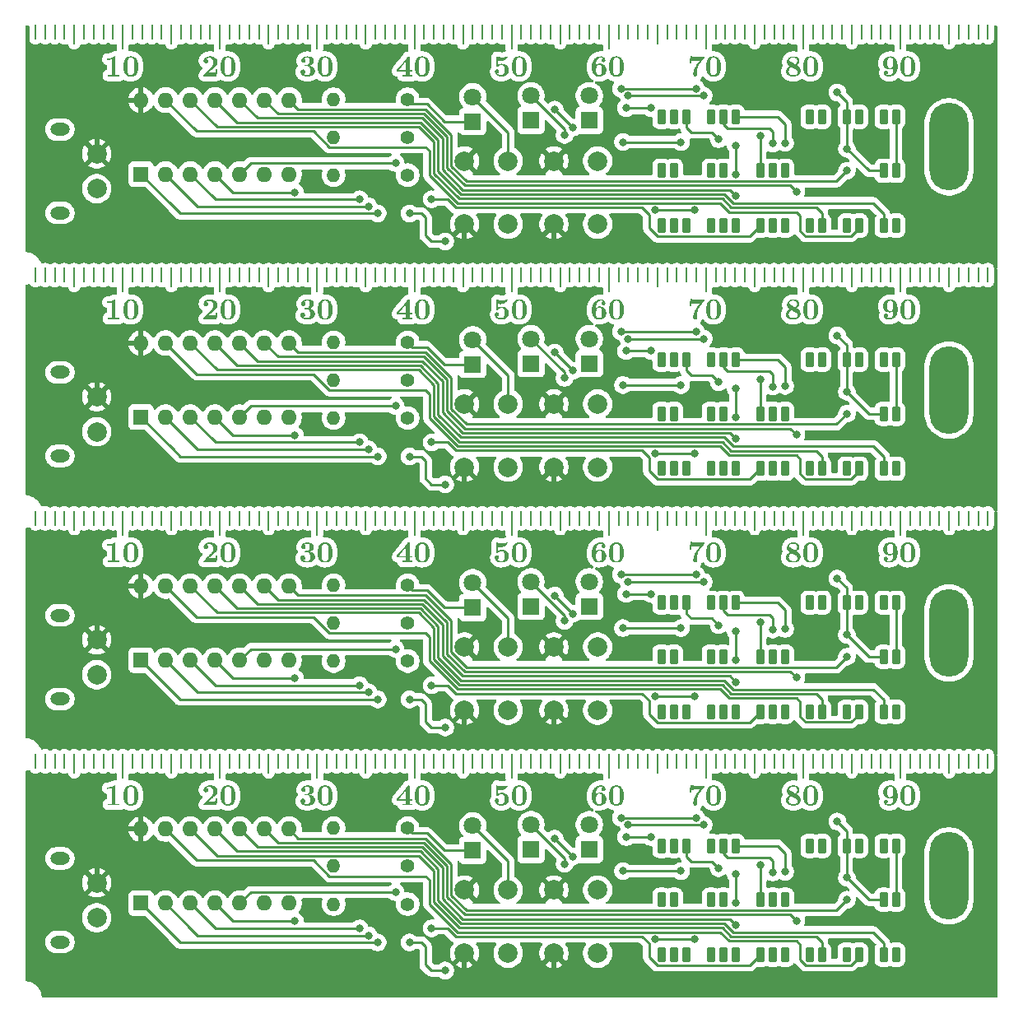
<source format=gtl>
%TF.GenerationSoftware,KiCad,Pcbnew,9.0.2*%
%TF.CreationDate,2025-10-23T19:24:45+09:00*%
%TF.ProjectId,simpleLogicCircuit.kicad_pcb_v1.4_4x1,73696d70-6c65-44c6-9f67-696343697263,rev?*%
%TF.SameCoordinates,Original*%
%TF.FileFunction,Copper,L1,Top*%
%TF.FilePolarity,Positive*%
%FSLAX46Y46*%
G04 Gerber Fmt 4.6, Leading zero omitted, Abs format (unit mm)*
G04 Created by KiCad (PCBNEW 9.0.2) date 2025-10-23 19:24:45*
%MOMM*%
%LPD*%
G01*
G04 APERTURE LIST*
G04 Aperture macros list*
%AMRoundRect*
0 Rectangle with rounded corners*
0 $1 Rounding radius*
0 $2 $3 $4 $5 $6 $7 $8 $9 X,Y pos of 4 corners*
0 Add a 4 corners polygon primitive as box body*
4,1,4,$2,$3,$4,$5,$6,$7,$8,$9,$2,$3,0*
0 Add four circle primitives for the rounded corners*
1,1,$1+$1,$2,$3*
1,1,$1+$1,$4,$5*
1,1,$1+$1,$6,$7*
1,1,$1+$1,$8,$9*
0 Add four rect primitives between the rounded corners*
20,1,$1+$1,$2,$3,$4,$5,0*
20,1,$1+$1,$4,$5,$6,$7,0*
20,1,$1+$1,$6,$7,$8,$9,0*
20,1,$1+$1,$8,$9,$2,$3,0*%
G04 Aperture macros list end*
%TA.AperFunction,EtchedComponent*%
%ADD10C,0.000000*%
%TD*%
%TA.AperFunction,ComponentPad*%
%ADD11C,1.800000*%
%TD*%
%TA.AperFunction,ComponentPad*%
%ADD12R,1.800000X1.800000*%
%TD*%
%TA.AperFunction,SMDPad,CuDef*%
%ADD13RoundRect,0.225000X-0.225000X-0.525000X0.225000X-0.525000X0.225000X0.525000X-0.225000X0.525000X0*%
%TD*%
%TA.AperFunction,ComponentPad*%
%ADD14O,2.000000X1.300000*%
%TD*%
%TA.AperFunction,ComponentPad*%
%ADD15C,2.000000*%
%TD*%
%TA.AperFunction,ComponentPad*%
%ADD16O,1.400000X1.400000*%
%TD*%
%TA.AperFunction,ComponentPad*%
%ADD17C,1.400000*%
%TD*%
%TA.AperFunction,ComponentPad*%
%ADD18O,1.600000X1.600000*%
%TD*%
%TA.AperFunction,ComponentPad*%
%ADD19R,1.600000X1.600000*%
%TD*%
%TA.AperFunction,SMDPad,CuDef*%
%ADD20RoundRect,0.050000X-0.050000X-0.700000X0.050000X-0.700000X0.050000X0.700000X-0.050000X0.700000X0*%
%TD*%
%TA.AperFunction,SMDPad,CuDef*%
%ADD21RoundRect,0.050000X-0.050000X-0.950000X0.050000X-0.950000X0.050000X0.950000X-0.050000X0.950000X0*%
%TD*%
%TA.AperFunction,SMDPad,CuDef*%
%ADD22RoundRect,0.050000X-0.050000X-1.200000X0.050000X-1.200000X0.050000X1.200000X-0.050000X1.200000X0*%
%TD*%
%TA.AperFunction,ComponentPad*%
%ADD23O,4.000000X9.000000*%
%TD*%
%TA.AperFunction,ViaPad*%
%ADD24C,0.800000*%
%TD*%
%TA.AperFunction,Conductor*%
%ADD25C,0.250000*%
%TD*%
%TA.AperFunction,Conductor*%
%ADD26C,0.500000*%
%TD*%
G04 APERTURE END LIST*
D10*
%TA.AperFunction,EtchedComponent*%
%TO.C,G\u002A\u002A\u002A*%
G36*
X69444940Y-92789645D02*
G01*
X69518420Y-92794137D01*
X69589918Y-92802748D01*
X69658711Y-92815303D01*
X69724074Y-92831627D01*
X69785283Y-92851546D01*
X69841614Y-92874886D01*
X69892341Y-92901471D01*
X69926239Y-92923411D01*
X69947144Y-92939669D01*
X69969354Y-92959311D01*
X69991247Y-92980706D01*
X70011206Y-93002222D01*
X70027610Y-93022229D01*
X70035422Y-93033374D01*
X70054707Y-93068073D01*
X70068886Y-93104422D01*
X70078369Y-93143858D01*
X70083568Y-93187817D01*
X70084469Y-93205030D01*
X70083338Y-93263648D01*
X70075402Y-93319472D01*
X70060565Y-93372743D01*
X70038734Y-93423704D01*
X70009813Y-93472597D01*
X69973708Y-93519662D01*
X69951620Y-93543957D01*
X69899201Y-93593428D01*
X69842460Y-93637036D01*
X69781075Y-93674991D01*
X69714725Y-93707507D01*
X69683666Y-93720225D01*
X69668515Y-93726188D01*
X69659553Y-93730139D01*
X69655955Y-93732652D01*
X69656897Y-93734298D01*
X69661495Y-93735637D01*
X69737826Y-93755571D01*
X69809186Y-93779949D01*
X69875256Y-93808621D01*
X69935714Y-93841439D01*
X69990240Y-93878251D01*
X70023256Y-93905041D01*
X70064596Y-93945838D01*
X70100783Y-93991100D01*
X70131227Y-94039901D01*
X70155337Y-94091315D01*
X70170175Y-94135524D01*
X70173495Y-94147902D01*
X70176016Y-94158691D01*
X70177849Y-94169220D01*
X70179107Y-94180816D01*
X70179905Y-94194810D01*
X70180354Y-94212528D01*
X70180567Y-94235301D01*
X70180646Y-94258693D01*
X70180591Y-94289442D01*
X70180222Y-94314048D01*
X70179466Y-94333839D01*
X70178249Y-94350142D01*
X70176498Y-94364284D01*
X70174139Y-94377591D01*
X70174032Y-94378122D01*
X70158757Y-94437708D01*
X70137975Y-94492713D01*
X70111445Y-94543468D01*
X70078924Y-94590303D01*
X70040172Y-94633546D01*
X69994946Y-94673529D01*
X69943005Y-94710581D01*
X69920247Y-94724683D01*
X69850434Y-94762216D01*
X69777296Y-94793515D01*
X69700496Y-94818688D01*
X69619697Y-94837843D01*
X69534562Y-94851086D01*
X69519499Y-94852772D01*
X69499319Y-94854425D01*
X69473884Y-94855776D01*
X69444928Y-94856801D01*
X69414188Y-94857477D01*
X69383398Y-94857779D01*
X69354294Y-94857683D01*
X69328610Y-94857165D01*
X69308082Y-94856201D01*
X69302788Y-94855786D01*
X69247260Y-94849174D01*
X69189250Y-94839310D01*
X69131646Y-94826782D01*
X69077338Y-94812178D01*
X69056706Y-94805731D01*
X69001453Y-94784927D01*
X68948858Y-94759753D01*
X68899642Y-94730754D01*
X68854530Y-94698481D01*
X68814243Y-94663482D01*
X68779505Y-94626304D01*
X68751039Y-94587496D01*
X68737056Y-94563243D01*
X68717685Y-94519205D01*
X68704595Y-94473686D01*
X68697542Y-94425530D01*
X68696282Y-94373581D01*
X68696389Y-94370219D01*
X68698638Y-94337625D01*
X68703318Y-94310130D01*
X68711073Y-94285577D01*
X68722547Y-94261808D01*
X68734603Y-94242261D01*
X68760782Y-94209407D01*
X68791672Y-94182056D01*
X68826598Y-94160533D01*
X68864882Y-94145162D01*
X68905849Y-94136265D01*
X68948824Y-94134168D01*
X68959040Y-94134690D01*
X69001379Y-94141157D01*
X69040588Y-94154099D01*
X69076157Y-94172992D01*
X69107574Y-94197312D01*
X69134328Y-94226535D01*
X69155909Y-94260136D01*
X69171804Y-94297592D01*
X69181502Y-94338378D01*
X69184201Y-94365544D01*
X69183010Y-94409710D01*
X69175274Y-94451463D01*
X69161233Y-94490190D01*
X69141127Y-94525283D01*
X69115194Y-94556131D01*
X69105835Y-94564890D01*
X69094117Y-94573951D01*
X69079079Y-94583770D01*
X69062483Y-94593398D01*
X69046096Y-94601883D01*
X69031682Y-94608276D01*
X69021006Y-94611625D01*
X69018549Y-94611901D01*
X69013671Y-94612326D01*
X69014632Y-94614443D01*
X69018822Y-94617817D01*
X69028395Y-94624005D01*
X69043221Y-94632126D01*
X69061605Y-94641371D01*
X69081849Y-94650930D01*
X69102259Y-94659990D01*
X69121136Y-94667741D01*
X69130914Y-94671389D01*
X69176643Y-94685508D01*
X69225012Y-94696673D01*
X69274730Y-94704800D01*
X69324504Y-94709806D01*
X69373041Y-94711605D01*
X69419049Y-94710115D01*
X69461236Y-94705250D01*
X69498309Y-94696928D01*
X69502685Y-94695588D01*
X69537698Y-94681554D01*
X69568529Y-94662799D01*
X69595449Y-94638956D01*
X69618732Y-94609659D01*
X69638648Y-94574541D01*
X69655471Y-94533238D01*
X69669471Y-94485382D01*
X69674258Y-94464711D01*
X69681795Y-94422586D01*
X69687541Y-94375095D01*
X69691417Y-94324147D01*
X69693349Y-94271650D01*
X69693258Y-94219511D01*
X69691069Y-94169639D01*
X69687637Y-94131633D01*
X69681663Y-94090844D01*
X69673307Y-94049842D01*
X69663001Y-94010074D01*
X69651174Y-93972989D01*
X69638256Y-93940036D01*
X69624680Y-93912662D01*
X69620448Y-93905604D01*
X69598093Y-93877090D01*
X69569751Y-93852520D01*
X69536012Y-93832287D01*
X69497465Y-93816787D01*
X69480267Y-93811855D01*
X69471332Y-93809701D01*
X69462457Y-93807939D01*
X69452744Y-93806518D01*
X69441291Y-93805383D01*
X69427200Y-93804482D01*
X69409570Y-93803762D01*
X69387502Y-93803171D01*
X69360097Y-93802655D01*
X69326454Y-93802161D01*
X69312129Y-93801972D01*
X69274590Y-93801429D01*
X69243857Y-93800844D01*
X69219263Y-93800185D01*
X69200142Y-93799419D01*
X69185828Y-93798516D01*
X69175653Y-93797443D01*
X69168950Y-93796168D01*
X69165539Y-93794928D01*
X69155399Y-93787215D01*
X69148716Y-93775733D01*
X69145058Y-93759340D01*
X69143991Y-93737939D01*
X69144245Y-93722443D01*
X69145365Y-93712163D01*
X69147889Y-93704848D01*
X69152355Y-93698249D01*
X69153935Y-93696331D01*
X69162385Y-93687908D01*
X69170697Y-93682033D01*
X69172216Y-93681344D01*
X69179358Y-93679742D01*
X69193053Y-93677909D01*
X69213468Y-93675830D01*
X69240773Y-93673490D01*
X69275135Y-93670873D01*
X69316723Y-93667965D01*
X69336652Y-93666635D01*
X69368862Y-93663913D01*
X69395309Y-93660159D01*
X69417681Y-93654941D01*
X69437663Y-93647828D01*
X69456943Y-93638390D01*
X69464812Y-93633880D01*
X69484767Y-93619704D01*
X69506173Y-93600465D01*
X69527327Y-93577878D01*
X69546528Y-93553657D01*
X69551374Y-93546739D01*
X69575328Y-93506148D01*
X69596254Y-93460007D01*
X69613826Y-93409732D01*
X69627719Y-93356741D01*
X69637610Y-93302449D01*
X69643173Y-93248274D01*
X69644083Y-93195632D01*
X69641186Y-93155092D01*
X69633341Y-93105989D01*
X69621858Y-93063281D01*
X69606486Y-93026702D01*
X69586974Y-92995985D01*
X69563071Y-92970864D01*
X69534524Y-92951071D01*
X69501082Y-92936341D01*
X69462495Y-92926407D01*
X69420485Y-92921143D01*
X69378218Y-92920225D01*
X69333699Y-92923209D01*
X69288218Y-92929746D01*
X69243064Y-92939490D01*
X69199526Y-92952096D01*
X69158894Y-92967216D01*
X69122458Y-92984504D01*
X69091506Y-93003613D01*
X69079698Y-93012725D01*
X69067748Y-93022702D01*
X69092570Y-93030962D01*
X69127971Y-93046596D01*
X69159994Y-93068487D01*
X69187902Y-93095899D01*
X69210957Y-93128100D01*
X69228421Y-93164354D01*
X69229510Y-93167285D01*
X69233541Y-93179135D01*
X69236273Y-93189814D01*
X69237949Y-93201276D01*
X69238813Y-93215474D01*
X69239110Y-93234360D01*
X69239124Y-93244263D01*
X69238924Y-93266228D01*
X69238228Y-93282566D01*
X69236825Y-93295115D01*
X69234505Y-93305717D01*
X69231056Y-93316210D01*
X69230812Y-93316869D01*
X69213431Y-93353549D01*
X69190451Y-93386268D01*
X69162634Y-93414263D01*
X69130739Y-93436774D01*
X69095527Y-93453039D01*
X69094383Y-93453438D01*
X69071591Y-93459205D01*
X69044326Y-93462826D01*
X69015323Y-93464131D01*
X68987314Y-93462949D01*
X68972672Y-93461067D01*
X68937378Y-93451440D01*
X68903404Y-93434981D01*
X68871940Y-93412328D01*
X68858246Y-93399611D01*
X68835027Y-93373049D01*
X68817473Y-93345311D01*
X68805255Y-93315358D01*
X68798046Y-93282153D01*
X68795516Y-93244655D01*
X68797011Y-93205823D01*
X68804393Y-93152801D01*
X68818052Y-93103322D01*
X68838096Y-93057240D01*
X68864630Y-93014410D01*
X68897763Y-92974687D01*
X68937601Y-92937926D01*
X68984252Y-92903980D01*
X69037822Y-92872704D01*
X69044930Y-92869016D01*
X69102002Y-92842545D01*
X69159196Y-92821785D01*
X69217899Y-92806399D01*
X69279493Y-92796048D01*
X69345365Y-92790393D01*
X69370204Y-92789447D01*
X69444940Y-92789645D01*
G37*
%TD.AperFunction*%
%TA.AperFunction,EtchedComponent*%
G36*
X119432887Y-92790115D02*
G01*
X119465771Y-92790671D01*
X119495818Y-92791743D01*
X119521557Y-92793341D01*
X119540461Y-92795323D01*
X119598216Y-92804456D01*
X119649904Y-92815067D01*
X119696849Y-92827519D01*
X119740373Y-92842178D01*
X119781800Y-92859407D01*
X119793961Y-92865105D01*
X119829518Y-92883305D01*
X119859804Y-92901455D01*
X119886888Y-92920915D01*
X119912836Y-92943048D01*
X119914262Y-92944362D01*
X119951746Y-92983823D01*
X119982652Y-93026825D01*
X120006974Y-93073355D01*
X120024706Y-93123399D01*
X120035845Y-93176944D01*
X120040385Y-93233977D01*
X120039915Y-93270417D01*
X120034801Y-93321586D01*
X120024026Y-93368923D01*
X120007090Y-93413956D01*
X119983491Y-93458209D01*
X119972668Y-93475146D01*
X119943720Y-93513341D01*
X119908549Y-93550938D01*
X119868385Y-93586819D01*
X119824459Y-93619865D01*
X119787052Y-93643736D01*
X119772808Y-93652132D01*
X119759780Y-93659826D01*
X119750259Y-93665466D01*
X119748531Y-93666495D01*
X119738021Y-93672759D01*
X119794543Y-93704179D01*
X119852203Y-93738807D01*
X119903340Y-93775130D01*
X119948847Y-93813897D01*
X119989613Y-93855859D01*
X120021710Y-93895271D01*
X120056640Y-93945794D01*
X120084851Y-93995810D01*
X120106891Y-94046549D01*
X120123308Y-94099241D01*
X120132954Y-94144733D01*
X120135862Y-94168660D01*
X120137547Y-94198043D01*
X120138055Y-94230973D01*
X120137434Y-94265542D01*
X120135729Y-94299842D01*
X120132987Y-94331963D01*
X120129256Y-94359998D01*
X120127443Y-94369909D01*
X120110975Y-94433358D01*
X120088056Y-94493146D01*
X120058851Y-94549084D01*
X120023526Y-94600981D01*
X119982247Y-94648648D01*
X119935180Y-94691894D01*
X119882492Y-94730529D01*
X119824347Y-94764363D01*
X119760913Y-94793207D01*
X119755796Y-94795223D01*
X119694095Y-94816386D01*
X119627777Y-94833804D01*
X119558954Y-94846987D01*
X119501514Y-94854352D01*
X119485373Y-94855499D01*
X119463485Y-94856423D01*
X119437557Y-94857110D01*
X119409295Y-94857550D01*
X119380405Y-94857728D01*
X119352596Y-94857632D01*
X119327573Y-94857251D01*
X119307044Y-94856571D01*
X119295727Y-94855866D01*
X119209693Y-94846114D01*
X119129610Y-94831893D01*
X119055487Y-94813208D01*
X118987333Y-94790060D01*
X118925159Y-94762453D01*
X118868973Y-94730389D01*
X118849228Y-94717061D01*
X118830795Y-94702774D01*
X118809891Y-94684525D01*
X118788107Y-94663894D01*
X118767032Y-94642459D01*
X118748257Y-94621799D01*
X118733372Y-94603494D01*
X118729601Y-94598263D01*
X118701991Y-94551944D01*
X118679861Y-94501032D01*
X118663511Y-94446321D01*
X118654650Y-94399352D01*
X118652938Y-94381196D01*
X118652011Y-94357860D01*
X118651817Y-94331121D01*
X118651919Y-94325145D01*
X118933313Y-94325145D01*
X118937214Y-94377732D01*
X118947089Y-94428390D01*
X118962887Y-94476025D01*
X118972722Y-94497822D01*
X118995801Y-94536205D01*
X119025330Y-94571730D01*
X119060723Y-94604053D01*
X119101392Y-94632828D01*
X119146749Y-94657709D01*
X119196207Y-94678350D01*
X119249178Y-94694406D01*
X119305076Y-94705531D01*
X119331409Y-94708876D01*
X119353186Y-94710333D01*
X119380319Y-94710882D01*
X119410753Y-94710583D01*
X119442435Y-94709500D01*
X119473312Y-94707692D01*
X119501328Y-94705221D01*
X119516507Y-94703363D01*
X119572195Y-94693405D01*
X119625398Y-94679677D01*
X119674873Y-94662591D01*
X119719379Y-94642562D01*
X119748484Y-94626026D01*
X119778645Y-94602781D01*
X119805150Y-94573905D01*
X119827032Y-94540739D01*
X119843326Y-94504624D01*
X119848884Y-94486613D01*
X119853223Y-94464714D01*
X119856092Y-94439140D01*
X119857359Y-94412629D01*
X119856889Y-94387918D01*
X119854640Y-94368210D01*
X119850915Y-94354256D01*
X119844686Y-94336627D01*
X119837019Y-94318212D01*
X119833076Y-94309807D01*
X119813634Y-94277221D01*
X119788144Y-94245511D01*
X119758001Y-94216215D01*
X119726133Y-94191892D01*
X119718413Y-94187068D01*
X119705156Y-94179187D01*
X119686960Y-94168585D01*
X119664423Y-94155597D01*
X119638141Y-94140557D01*
X119608713Y-94123801D01*
X119576735Y-94105665D01*
X119542806Y-94086482D01*
X119507522Y-94066589D01*
X119471481Y-94046320D01*
X119435282Y-94026011D01*
X119399520Y-94005996D01*
X119364794Y-93986612D01*
X119331702Y-93968192D01*
X119300839Y-93951073D01*
X119272805Y-93935589D01*
X119248197Y-93922076D01*
X119227612Y-93910868D01*
X119211647Y-93902301D01*
X119200900Y-93896711D01*
X119195969Y-93894431D01*
X119195777Y-93894395D01*
X119187968Y-93896837D01*
X119175778Y-93903633D01*
X119160241Y-93913986D01*
X119142393Y-93927099D01*
X119123267Y-93942176D01*
X119103897Y-93958420D01*
X119085318Y-93975034D01*
X119068563Y-93991222D01*
X119064071Y-93995852D01*
X119025383Y-94041310D01*
X118993310Y-94089508D01*
X118968120Y-94140015D01*
X118957936Y-94166734D01*
X118943625Y-94218553D01*
X118935434Y-94271721D01*
X118933313Y-94325145D01*
X118651919Y-94325145D01*
X118652303Y-94302755D01*
X118653417Y-94274541D01*
X118655105Y-94248254D01*
X118657317Y-94225671D01*
X118659999Y-94208569D01*
X118660334Y-94207041D01*
X118677314Y-94149237D01*
X118701248Y-94093930D01*
X118731923Y-94041490D01*
X118769129Y-93992286D01*
X118804340Y-93954635D01*
X118831887Y-93929868D01*
X118864848Y-93903723D01*
X118901601Y-93877342D01*
X118940525Y-93851865D01*
X118979999Y-93828433D01*
X118996554Y-93819369D01*
X119012592Y-93810652D01*
X119022774Y-93804570D01*
X119027951Y-93800458D01*
X119028970Y-93797653D01*
X119026913Y-93795622D01*
X118998269Y-93776771D01*
X118967514Y-93753127D01*
X118936160Y-93726113D01*
X118905716Y-93697151D01*
X118877694Y-93667663D01*
X118853604Y-93639073D01*
X118838377Y-93618101D01*
X118809432Y-93570690D01*
X118786889Y-93524774D01*
X118770293Y-93478872D01*
X118759188Y-93431506D01*
X118753122Y-93381197D01*
X118751586Y-93335804D01*
X118754522Y-93271283D01*
X118763499Y-93210990D01*
X118778672Y-93154546D01*
X118781419Y-93147786D01*
X118999352Y-93147786D01*
X118999712Y-93163223D01*
X119003433Y-93192182D01*
X119011708Y-93217911D01*
X119025285Y-93241899D01*
X119044917Y-93265633D01*
X119057864Y-93278458D01*
X119063676Y-93283781D01*
X119069767Y-93288992D01*
X119076620Y-93294381D01*
X119084718Y-93300240D01*
X119094543Y-93306860D01*
X119106577Y-93314532D01*
X119121302Y-93323546D01*
X119139202Y-93334194D01*
X119160759Y-93346767D01*
X119186455Y-93361556D01*
X119216773Y-93378851D01*
X119252195Y-93398945D01*
X119293204Y-93422128D01*
X119336968Y-93446821D01*
X119586829Y-93587730D01*
X119600075Y-93577900D01*
X119609471Y-93570733D01*
X119622156Y-93560807D01*
X119635625Y-93550084D01*
X119637678Y-93548432D01*
X119680335Y-93509942D01*
X119716334Y-93468734D01*
X119745560Y-93425063D01*
X119767898Y-93379181D01*
X119783234Y-93331342D01*
X119791453Y-93281800D01*
X119792441Y-93230807D01*
X119790747Y-93209701D01*
X119782258Y-93161299D01*
X119767790Y-93117369D01*
X119747316Y-93077865D01*
X119720814Y-93042746D01*
X119688257Y-93011968D01*
X119670383Y-92998662D01*
X119625388Y-92971630D01*
X119577055Y-92950369D01*
X119525028Y-92934800D01*
X119468953Y-92924846D01*
X119408474Y-92920429D01*
X119343237Y-92921469D01*
X119325045Y-92922655D01*
X119272000Y-92927763D01*
X119225412Y-92934775D01*
X119184457Y-92943916D01*
X119148310Y-92955412D01*
X119116146Y-92969489D01*
X119087139Y-92986372D01*
X119083746Y-92988656D01*
X119053955Y-93013179D01*
X119030502Y-93041600D01*
X119013505Y-93073672D01*
X119003082Y-93109149D01*
X118999352Y-93147786D01*
X118781419Y-93147786D01*
X118800197Y-93101574D01*
X118828231Y-93051694D01*
X118862928Y-93004530D01*
X118904445Y-92959703D01*
X118908031Y-92956240D01*
X118951609Y-92918748D01*
X118999139Y-92886166D01*
X119051093Y-92858277D01*
X119107944Y-92834867D01*
X119170166Y-92815721D01*
X119238233Y-92800624D01*
X119258363Y-92797100D01*
X119277383Y-92794753D01*
X119302391Y-92792867D01*
X119331917Y-92791451D01*
X119364488Y-92790514D01*
X119398635Y-92790066D01*
X119432887Y-92790115D01*
G37*
%TD.AperFunction*%
%TA.AperFunction,EtchedComponent*%
G36*
X99657363Y-92790004D02*
G01*
X99705330Y-92794785D01*
X99750144Y-92803003D01*
X99769172Y-92807718D01*
X99823079Y-92825471D01*
X99872439Y-92848525D01*
X99916938Y-92876563D01*
X99956268Y-92909268D01*
X99990117Y-92946324D01*
X100018175Y-92987414D01*
X100040131Y-93032221D01*
X100055673Y-93080429D01*
X100060805Y-93104912D01*
X100064391Y-93132187D01*
X100066211Y-93161305D01*
X100066291Y-93190243D01*
X100064656Y-93216981D01*
X100061332Y-93239497D01*
X100058963Y-93248809D01*
X100044997Y-93281847D01*
X100024877Y-93312018D01*
X99999640Y-93338313D01*
X99970324Y-93359720D01*
X99937966Y-93375228D01*
X99924937Y-93379406D01*
X99900135Y-93384117D01*
X99871852Y-93386043D01*
X99843368Y-93385151D01*
X99817961Y-93381409D01*
X99814329Y-93380524D01*
X99781209Y-93368360D01*
X99750414Y-93350221D01*
X99722985Y-93327120D01*
X99699965Y-93300073D01*
X99682394Y-93270092D01*
X99672333Y-93242337D01*
X99669125Y-93224300D01*
X99667282Y-93201867D01*
X99666851Y-93177916D01*
X99667878Y-93155321D01*
X99670407Y-93136960D01*
X99670641Y-93135907D01*
X99681219Y-93105339D01*
X99698079Y-93075770D01*
X99720046Y-93048652D01*
X99745943Y-93025439D01*
X99774510Y-93007625D01*
X99788081Y-93001227D01*
X99799610Y-92996410D01*
X99807078Y-92993998D01*
X99808137Y-92993867D01*
X99817062Y-92992709D01*
X99819557Y-92989295D01*
X99815518Y-92983368D01*
X99804840Y-92974671D01*
X99798537Y-92970257D01*
X99763992Y-92950162D01*
X99727394Y-92935915D01*
X99700187Y-92929059D01*
X99644904Y-92921431D01*
X99588492Y-92920831D01*
X99531843Y-92927090D01*
X99475844Y-92940042D01*
X99421384Y-92959516D01*
X99369352Y-92985347D01*
X99354074Y-92994482D01*
X99332636Y-93009421D01*
X99308680Y-93028715D01*
X99284060Y-93050661D01*
X99260631Y-93073554D01*
X99240248Y-93095689D01*
X99229289Y-93109156D01*
X99202952Y-93149214D01*
X99179676Y-93196029D01*
X99159482Y-93249529D01*
X99142395Y-93309643D01*
X99128437Y-93376301D01*
X99117631Y-93449429D01*
X99117019Y-93454572D01*
X99115147Y-93473105D01*
X99113377Y-93495460D01*
X99111737Y-93520708D01*
X99110255Y-93547923D01*
X99108959Y-93576176D01*
X99107876Y-93604541D01*
X99107034Y-93632088D01*
X99106461Y-93657892D01*
X99106185Y-93681023D01*
X99106233Y-93700555D01*
X99106633Y-93715559D01*
X99107414Y-93725108D01*
X99108602Y-93728275D01*
X99108833Y-93728125D01*
X99112409Y-93723547D01*
X99119029Y-93714342D01*
X99127571Y-93702086D01*
X99132637Y-93694682D01*
X99159696Y-93659625D01*
X99191706Y-93626107D01*
X99227015Y-93595554D01*
X99263969Y-93569396D01*
X99300917Y-93549057D01*
X99301689Y-93548699D01*
X99322824Y-93539415D01*
X99342104Y-93532233D01*
X99361000Y-93526899D01*
X99380984Y-93523161D01*
X99403526Y-93520763D01*
X99430099Y-93519454D01*
X99462174Y-93518978D01*
X99474162Y-93518960D01*
X99515363Y-93519446D01*
X99551136Y-93520982D01*
X99583480Y-93523799D01*
X99614396Y-93528132D01*
X99645882Y-93534214D01*
X99679939Y-93542278D01*
X99684909Y-93543548D01*
X99752677Y-93564514D01*
X99815931Y-93591251D01*
X99874470Y-93623563D01*
X99928095Y-93661256D01*
X99976607Y-93704133D01*
X100019805Y-93752000D01*
X100057491Y-93804661D01*
X100089464Y-93861920D01*
X100115524Y-93923582D01*
X100133880Y-93983150D01*
X100141713Y-94016193D01*
X100147614Y-94047783D01*
X100151747Y-94079627D01*
X100154276Y-94113426D01*
X100155366Y-94150887D01*
X100155180Y-94193711D01*
X100155013Y-94202647D01*
X100153716Y-94244241D01*
X100151513Y-94280067D01*
X100148148Y-94311802D01*
X100143368Y-94341122D01*
X100136918Y-94369704D01*
X100128544Y-94399224D01*
X100122145Y-94419118D01*
X100097245Y-94482641D01*
X100066493Y-94541570D01*
X100029996Y-94595826D01*
X99987859Y-94645326D01*
X99940188Y-94689989D01*
X99887089Y-94729734D01*
X99828668Y-94764480D01*
X99765030Y-94794146D01*
X99696281Y-94818650D01*
X99622527Y-94837912D01*
X99561967Y-94849186D01*
X99543817Y-94851334D01*
X99519759Y-94853185D01*
X99491356Y-94854707D01*
X99460169Y-94855869D01*
X99427757Y-94856637D01*
X99395684Y-94856981D01*
X99365509Y-94856870D01*
X99338794Y-94856270D01*
X99317100Y-94855150D01*
X99308293Y-94854349D01*
X99262378Y-94847522D01*
X99215361Y-94837441D01*
X99169317Y-94824686D01*
X99126321Y-94809841D01*
X99088450Y-94793487D01*
X99084777Y-94791666D01*
X99026365Y-94758182D01*
X98972357Y-94718680D01*
X98922750Y-94673156D01*
X98877542Y-94621607D01*
X98836731Y-94564029D01*
X98800316Y-94500418D01*
X98768292Y-94430771D01*
X98740660Y-94355084D01*
X98717415Y-94273353D01*
X98698556Y-94185575D01*
X98697577Y-94179825D01*
X99109864Y-94179825D01*
X99110272Y-94235102D01*
X99111566Y-94283932D01*
X99113848Y-94327296D01*
X99117218Y-94366180D01*
X99121781Y-94401565D01*
X99127637Y-94434437D01*
X99134889Y-94465777D01*
X99142293Y-94492168D01*
X99160152Y-94541733D01*
X99181866Y-94584901D01*
X99207484Y-94621704D01*
X99237057Y-94652174D01*
X99270633Y-94676345D01*
X99308262Y-94694251D01*
X99349993Y-94705922D01*
X99395874Y-94711393D01*
X99445957Y-94710697D01*
X99466689Y-94708755D01*
X99510678Y-94701600D01*
X99548708Y-94690749D01*
X99581469Y-94675918D01*
X99609653Y-94656821D01*
X99624091Y-94643760D01*
X99641024Y-94624371D01*
X99655626Y-94602040D01*
X99668319Y-94575797D01*
X99679528Y-94544676D01*
X99689675Y-94507707D01*
X99696100Y-94479140D01*
X99705290Y-94426896D01*
X99712388Y-94368875D01*
X99717395Y-94306474D01*
X99720317Y-94241091D01*
X99721157Y-94174122D01*
X99719919Y-94106963D01*
X99716606Y-94041011D01*
X99711222Y-93977662D01*
X99703771Y-93918313D01*
X99694464Y-93865366D01*
X99684819Y-93823829D01*
X99674196Y-93788778D01*
X99662154Y-93759245D01*
X99648251Y-93734262D01*
X99632044Y-93712862D01*
X99618384Y-93698834D01*
X99592550Y-93679486D01*
X99561368Y-93663880D01*
X99526071Y-93652214D01*
X99487890Y-93644686D01*
X99448055Y-93641493D01*
X99407799Y-93642833D01*
X99368353Y-93648903D01*
X99345257Y-93655000D01*
X99311182Y-93669214D01*
X99278226Y-93689954D01*
X99247530Y-93716273D01*
X99220232Y-93747224D01*
X99202063Y-93773923D01*
X99189141Y-93797725D01*
X99175539Y-93826760D01*
X99162095Y-93858944D01*
X99149644Y-93892194D01*
X99139022Y-93924423D01*
X99132752Y-93946704D01*
X99125736Y-93976425D01*
X99120198Y-94005545D01*
X99116001Y-94035455D01*
X99113007Y-94067547D01*
X99111080Y-94103213D01*
X99110083Y-94143845D01*
X99109864Y-94179825D01*
X98697577Y-94179825D01*
X98691599Y-94144733D01*
X98686165Y-94108733D01*
X98681729Y-94075554D01*
X98678199Y-94043820D01*
X98675484Y-94012158D01*
X98673493Y-93979192D01*
X98672132Y-93943548D01*
X98671311Y-93903851D01*
X98670938Y-93858725D01*
X98670890Y-93834613D01*
X98670960Y-93792605D01*
X98671269Y-93756856D01*
X98671916Y-93726151D01*
X98672998Y-93699276D01*
X98674613Y-93675019D01*
X98676861Y-93652165D01*
X98679838Y-93629502D01*
X98683644Y-93605815D01*
X98688376Y-93579891D01*
X98693681Y-93552771D01*
X98714393Y-93466024D01*
X98740914Y-93383692D01*
X98773045Y-93305943D01*
X98810586Y-93232945D01*
X98853339Y-93164865D01*
X98901102Y-93101869D01*
X98953677Y-93044127D01*
X99010865Y-92991805D01*
X99072464Y-92945071D01*
X99138277Y-92904093D01*
X99208103Y-92869037D01*
X99281743Y-92840071D01*
X99358998Y-92817364D01*
X99439666Y-92801082D01*
X99523550Y-92791392D01*
X99604398Y-92788445D01*
X99657363Y-92790004D01*
G37*
%TD.AperFunction*%
%TA.AperFunction,EtchedComponent*%
G36*
X129448911Y-92789193D02*
G01*
X129479331Y-92790495D01*
X129494596Y-92791740D01*
X129564452Y-92801671D01*
X129629209Y-92816870D01*
X129689298Y-92837577D01*
X129745147Y-92864034D01*
X129797187Y-92896481D01*
X129845848Y-92935158D01*
X129891559Y-92980306D01*
X129934750Y-93032165D01*
X129942365Y-93042333D01*
X129973835Y-93088709D01*
X130002067Y-93138270D01*
X130027229Y-93191538D01*
X130049488Y-93249032D01*
X130069012Y-93311272D01*
X130085969Y-93378781D01*
X130100527Y-93452077D01*
X130112854Y-93531681D01*
X130120696Y-93595484D01*
X130122936Y-93620708D01*
X130124767Y-93651495D01*
X130126190Y-93686650D01*
X130127203Y-93724976D01*
X130127808Y-93765278D01*
X130128002Y-93806360D01*
X130127786Y-93847028D01*
X130127161Y-93886084D01*
X130126124Y-93922335D01*
X130124676Y-93954584D01*
X130122817Y-93981636D01*
X130120807Y-94000439D01*
X130106466Y-94088091D01*
X130087951Y-94170324D01*
X130064975Y-94248101D01*
X130037252Y-94322386D01*
X130004493Y-94394144D01*
X130001882Y-94399338D01*
X129964853Y-94465774D01*
X129923505Y-94526828D01*
X129876892Y-94583784D01*
X129831579Y-94630752D01*
X129773714Y-94681987D01*
X129713143Y-94726463D01*
X129649568Y-94764316D01*
X129582694Y-94795680D01*
X129512222Y-94820689D01*
X129437855Y-94839479D01*
X129359297Y-94852184D01*
X129337822Y-94854540D01*
X129320839Y-94855760D01*
X129298458Y-94856696D01*
X129272538Y-94857335D01*
X129244941Y-94857666D01*
X129217526Y-94857675D01*
X129192155Y-94857351D01*
X129170688Y-94856681D01*
X129156069Y-94855756D01*
X129131395Y-94852624D01*
X129102373Y-94847573D01*
X129071703Y-94841168D01*
X129042082Y-94833977D01*
X129016210Y-94826567D01*
X129014647Y-94826066D01*
X128963512Y-94806971D01*
X128918275Y-94784416D01*
X128877944Y-94757834D01*
X128842783Y-94727867D01*
X128809203Y-94691758D01*
X128782191Y-94653851D01*
X128761396Y-94613346D01*
X128746470Y-94569445D01*
X128737063Y-94521351D01*
X128733178Y-94477272D01*
X128733263Y-94438964D01*
X128737674Y-94405728D01*
X128746885Y-94376239D01*
X128761365Y-94349169D01*
X128781587Y-94323189D01*
X128791677Y-94312514D01*
X128818901Y-94288533D01*
X128847027Y-94271183D01*
X128877417Y-94259905D01*
X128911434Y-94254142D01*
X128936888Y-94253089D01*
X128975485Y-94256554D01*
X129011401Y-94266818D01*
X129044147Y-94283680D01*
X129073232Y-94306942D01*
X129075688Y-94309378D01*
X129099144Y-94336980D01*
X129116154Y-94366427D01*
X129127744Y-94399506D01*
X129127977Y-94400408D01*
X129134544Y-94439448D01*
X129134387Y-94477531D01*
X129127854Y-94513913D01*
X129115293Y-94547852D01*
X129097049Y-94578606D01*
X129073472Y-94605432D01*
X129044907Y-94627589D01*
X129014391Y-94643263D01*
X128992701Y-94652079D01*
X129009413Y-94661872D01*
X129045060Y-94679178D01*
X129085979Y-94692866D01*
X129130868Y-94702869D01*
X129178421Y-94709117D01*
X129227335Y-94711542D01*
X129276306Y-94710074D01*
X129324030Y-94704645D01*
X129369203Y-94695186D01*
X129407307Y-94682896D01*
X129450840Y-94661994D01*
X129491228Y-94634325D01*
X129528448Y-94599914D01*
X129562479Y-94558782D01*
X129593297Y-94510953D01*
X129613712Y-94471907D01*
X129627761Y-94440374D01*
X129639939Y-94407983D01*
X129650461Y-94373762D01*
X129659547Y-94336738D01*
X129667413Y-94295937D01*
X129674277Y-94250387D01*
X129680357Y-94199114D01*
X129684734Y-94154074D01*
X129685699Y-94141354D01*
X129686791Y-94123713D01*
X129687966Y-94102209D01*
X129689180Y-94077897D01*
X129690390Y-94051835D01*
X129691553Y-94025080D01*
X129692625Y-93998689D01*
X129693564Y-93973718D01*
X129694325Y-93951225D01*
X129694865Y-93932266D01*
X129695141Y-93917898D01*
X129695110Y-93909178D01*
X129694874Y-93906991D01*
X129692491Y-93909412D01*
X129686946Y-93916805D01*
X129679173Y-93927891D01*
X129673487Y-93936294D01*
X129657462Y-93958220D01*
X129637939Y-93981758D01*
X129616733Y-94004933D01*
X129595656Y-94025768D01*
X129576521Y-94042285D01*
X129575565Y-94043026D01*
X129537148Y-94069779D01*
X129498709Y-94090530D01*
X129458916Y-94105711D01*
X129416439Y-94115753D01*
X129369947Y-94121091D01*
X129331656Y-94122266D01*
X129255260Y-94119251D01*
X129182089Y-94110194D01*
X129112408Y-94095278D01*
X129046480Y-94074689D01*
X128984571Y-94048612D01*
X128926944Y-94017230D01*
X128873863Y-93980729D01*
X128825593Y-93939294D01*
X128782399Y-93893108D01*
X128744544Y-93842357D01*
X128712294Y-93787226D01*
X128685911Y-93727898D01*
X128665660Y-93664559D01*
X128663301Y-93655266D01*
X128653007Y-93605294D01*
X128646244Y-93552835D01*
X128642831Y-93496211D01*
X128642461Y-93471015D01*
X129080044Y-93471015D01*
X129080594Y-93532924D01*
X129082231Y-93590196D01*
X129084922Y-93642373D01*
X129088639Y-93688993D01*
X129093351Y-93729599D01*
X129099028Y-93763730D01*
X129105640Y-93790927D01*
X129106024Y-93792194D01*
X129122171Y-93836714D01*
X129141625Y-93876347D01*
X129163999Y-93910498D01*
X129188901Y-93938572D01*
X129215851Y-93959915D01*
X129237842Y-93971705D01*
X129264177Y-93982312D01*
X129291727Y-93990619D01*
X129314319Y-93995114D01*
X129336880Y-93996986D01*
X129363074Y-93997181D01*
X129390048Y-93995832D01*
X129414951Y-93993070D01*
X129432562Y-93989658D01*
X129471428Y-93975940D01*
X129507748Y-93955228D01*
X129541465Y-93927574D01*
X129572525Y-93893029D01*
X129600872Y-93851644D01*
X129621354Y-93814062D01*
X129640274Y-93770754D01*
X129656535Y-93722609D01*
X129670423Y-93668713D01*
X129677809Y-93632847D01*
X129680154Y-93620029D01*
X129682044Y-93608298D01*
X129683528Y-93596655D01*
X129684654Y-93584100D01*
X129685472Y-93569634D01*
X129686029Y-93552255D01*
X129686376Y-93530966D01*
X129686559Y-93504765D01*
X129686629Y-93472654D01*
X129686636Y-93451632D01*
X129686540Y-93409641D01*
X129686193Y-93373894D01*
X129685507Y-93343165D01*
X129684396Y-93316227D01*
X129682772Y-93291853D01*
X129680548Y-93268817D01*
X129677637Y-93245892D01*
X129673950Y-93221852D01*
X129669402Y-93195470D01*
X129667753Y-93186348D01*
X129657707Y-93137590D01*
X129646488Y-93095616D01*
X129633843Y-93059796D01*
X129619516Y-93029498D01*
X129603251Y-93004092D01*
X129586115Y-92984253D01*
X129557445Y-92960814D01*
X129523709Y-92942577D01*
X129485308Y-92929651D01*
X129442645Y-92922142D01*
X129396122Y-92920158D01*
X129356506Y-92922611D01*
X129324676Y-92926719D01*
X129297847Y-92932100D01*
X129273573Y-92939399D01*
X129249410Y-92949262D01*
X129241690Y-92952877D01*
X129206917Y-92973700D01*
X129175964Y-93000880D01*
X129148963Y-93034277D01*
X129126048Y-93073748D01*
X129123784Y-93078453D01*
X129114917Y-93099138D01*
X129107298Y-93121340D01*
X129100834Y-93145761D01*
X129095433Y-93173102D01*
X129091002Y-93204066D01*
X129087448Y-93239355D01*
X129084678Y-93279670D01*
X129082599Y-93325714D01*
X129081118Y-93378188D01*
X129080608Y-93404927D01*
X129080044Y-93471015D01*
X128642461Y-93471015D01*
X128642314Y-93460973D01*
X128644897Y-93388429D01*
X128652762Y-93320876D01*
X128666086Y-93257850D01*
X128685048Y-93198884D01*
X128709824Y-93143514D01*
X128740593Y-93091273D01*
X128777530Y-93041698D01*
X128819629Y-92995506D01*
X128869308Y-92950853D01*
X128923950Y-92911577D01*
X128983630Y-92877640D01*
X129048425Y-92849008D01*
X129118412Y-92825646D01*
X129193665Y-92807517D01*
X129241255Y-92799156D01*
X129269348Y-92795658D01*
X129302583Y-92792821D01*
X129339059Y-92790700D01*
X129376874Y-92789352D01*
X129414125Y-92788831D01*
X129448911Y-92789193D01*
G37*
%TD.AperFunction*%
%TA.AperFunction,EtchedComponent*%
G36*
X88905334Y-92785846D02*
G01*
X88912059Y-92787667D01*
X88924421Y-92791515D01*
X88941013Y-92796934D01*
X88960426Y-92803465D01*
X88974898Y-92808440D01*
X89061009Y-92835372D01*
X89146537Y-92856072D01*
X89232908Y-92870774D01*
X89321544Y-92879715D01*
X89413869Y-92883129D01*
X89427001Y-92883179D01*
X89505262Y-92881367D01*
X89580065Y-92875740D01*
X89653126Y-92866013D01*
X89726156Y-92851902D01*
X89800871Y-92833120D01*
X89878983Y-92809382D01*
X89887692Y-92806511D01*
X89911412Y-92798678D01*
X89929181Y-92792995D01*
X89942126Y-92789224D01*
X89951377Y-92787125D01*
X89958061Y-92786457D01*
X89963306Y-92786981D01*
X89968241Y-92788457D01*
X89969833Y-92789051D01*
X89984689Y-92797781D01*
X89994494Y-92811071D01*
X89999589Y-92829541D01*
X90000537Y-92845141D01*
X89999804Y-92862081D01*
X89997074Y-92876476D01*
X89991557Y-92890323D01*
X89982458Y-92905619D01*
X89969244Y-92924021D01*
X89919403Y-92984096D01*
X89864065Y-93039434D01*
X89803732Y-93089758D01*
X89738901Y-93134793D01*
X89670073Y-93174261D01*
X89597748Y-93207888D01*
X89522423Y-93235396D01*
X89444600Y-93256509D01*
X89364776Y-93270951D01*
X89335676Y-93274461D01*
X89312977Y-93276103D01*
X89284592Y-93277019D01*
X89252270Y-93277249D01*
X89217758Y-93276834D01*
X89182804Y-93275813D01*
X89149155Y-93274227D01*
X89118561Y-93272116D01*
X89092768Y-93269519D01*
X89086989Y-93268759D01*
X89069954Y-93266428D01*
X89055461Y-93264545D01*
X89045230Y-93263326D01*
X89041219Y-93262976D01*
X89040146Y-93264433D01*
X89039240Y-93269150D01*
X89038488Y-93277622D01*
X89037878Y-93290343D01*
X89037400Y-93307808D01*
X89037040Y-93330513D01*
X89036787Y-93358950D01*
X89036630Y-93393616D01*
X89036557Y-93435005D01*
X89036548Y-93459105D01*
X89036576Y-93496606D01*
X89036654Y-93531755D01*
X89036779Y-93563863D01*
X89036945Y-93592239D01*
X89037147Y-93616193D01*
X89037379Y-93635035D01*
X89037636Y-93648074D01*
X89037914Y-93654619D01*
X89038034Y-93655266D01*
X89041700Y-93653464D01*
X89050088Y-93648686D01*
X89061556Y-93641873D01*
X89064540Y-93640066D01*
X89118408Y-93611556D01*
X89177210Y-93588384D01*
X89240557Y-93570646D01*
X89308059Y-93558440D01*
X89379325Y-93551860D01*
X89427397Y-93550647D01*
X89499030Y-93552855D01*
X89566090Y-93559658D01*
X89630100Y-93571318D01*
X89692577Y-93588100D01*
X89742726Y-93605486D01*
X89806107Y-93633307D01*
X89864706Y-93666618D01*
X89918288Y-93705146D01*
X89966614Y-93748622D01*
X90009447Y-93796774D01*
X90046550Y-93849330D01*
X90077684Y-93906019D01*
X90102614Y-93966571D01*
X90121101Y-94030713D01*
X90123193Y-94040114D01*
X90132921Y-94098422D01*
X90138047Y-94159833D01*
X90138558Y-94222133D01*
X90134437Y-94283107D01*
X90125671Y-94340539D01*
X90125248Y-94342611D01*
X90108754Y-94404575D01*
X90085538Y-94463562D01*
X90055828Y-94519343D01*
X90019851Y-94571688D01*
X89977836Y-94620367D01*
X89930009Y-94665150D01*
X89876599Y-94705808D01*
X89817833Y-94742111D01*
X89753939Y-94773828D01*
X89685144Y-94800732D01*
X89664477Y-94807547D01*
X89603779Y-94824990D01*
X89544249Y-94838296D01*
X89483902Y-94847772D01*
X89420751Y-94853727D01*
X89352813Y-94856468D01*
X89348537Y-94856537D01*
X89322885Y-94856847D01*
X89299304Y-94856997D01*
X89278960Y-94856989D01*
X89263022Y-94856828D01*
X89252656Y-94856517D01*
X89249522Y-94856248D01*
X89241261Y-94854931D01*
X89228292Y-94852990D01*
X89213311Y-94850827D01*
X89212159Y-94850664D01*
X89186035Y-94846004D01*
X89155702Y-94839036D01*
X89123791Y-94830468D01*
X89092931Y-94821008D01*
X89065750Y-94811363D01*
X89065039Y-94811085D01*
X89005312Y-94784325D01*
X88949964Y-94752600D01*
X88899354Y-94716308D01*
X88853843Y-94675846D01*
X88813792Y-94631611D01*
X88779560Y-94584000D01*
X88751509Y-94533411D01*
X88729998Y-94480240D01*
X88715627Y-94426092D01*
X88707840Y-94377311D01*
X88705053Y-94333611D01*
X88707384Y-94294417D01*
X88714950Y-94259152D01*
X88727869Y-94227240D01*
X88746260Y-94198106D01*
X88767171Y-94174199D01*
X88795938Y-94149072D01*
X88825822Y-94130727D01*
X88858042Y-94118665D01*
X88893818Y-94112384D01*
X88920869Y-94111161D01*
X88961181Y-94114597D01*
X88998857Y-94124752D01*
X89033292Y-94141184D01*
X89063883Y-94163449D01*
X89090026Y-94191105D01*
X89111118Y-94223708D01*
X89126553Y-94260815D01*
X89127057Y-94262430D01*
X89133359Y-94292270D01*
X89135465Y-94325381D01*
X89133383Y-94358854D01*
X89127123Y-94389783D01*
X89126663Y-94391335D01*
X89112227Y-94427761D01*
X89092162Y-94461291D01*
X89067438Y-94490564D01*
X89039730Y-94513733D01*
X89025187Y-94522146D01*
X89007635Y-94529993D01*
X88989666Y-94536313D01*
X88973872Y-94540144D01*
X88966609Y-94540848D01*
X88956161Y-94541624D01*
X88951154Y-94544285D01*
X88951664Y-94549545D01*
X88957772Y-94558120D01*
X88969556Y-94570726D01*
X88969943Y-94571119D01*
X89012721Y-94609192D01*
X89059906Y-94641518D01*
X89110939Y-94667933D01*
X89165261Y-94688272D01*
X89222313Y-94702372D01*
X89281536Y-94710070D01*
X89342372Y-94711202D01*
X89404261Y-94705604D01*
X89420357Y-94703043D01*
X89467364Y-94691549D01*
X89509839Y-94674171D01*
X89547709Y-94650951D01*
X89580902Y-94621932D01*
X89606902Y-94590635D01*
X89625670Y-94560819D01*
X89641049Y-94528278D01*
X89653464Y-94491812D01*
X89663341Y-94450219D01*
X89669512Y-94413754D01*
X89674713Y-94371046D01*
X89678612Y-94324282D01*
X89681239Y-94274533D01*
X89682623Y-94222870D01*
X89682793Y-94170366D01*
X89681779Y-94118092D01*
X89679609Y-94067120D01*
X89676314Y-94018522D01*
X89671922Y-93973370D01*
X89666462Y-93932735D01*
X89659965Y-93897689D01*
X89654845Y-93877162D01*
X89649099Y-93859737D01*
X89641011Y-93838723D01*
X89631778Y-93817108D01*
X89624873Y-93802402D01*
X89604519Y-93766264D01*
X89582044Y-93736673D01*
X89556840Y-93713293D01*
X89528298Y-93695787D01*
X89495807Y-93683821D01*
X89458758Y-93677058D01*
X89416541Y-93675161D01*
X89395242Y-93675829D01*
X89326637Y-93682398D01*
X89262758Y-93694753D01*
X89203607Y-93712893D01*
X89149184Y-93736817D01*
X89099491Y-93766526D01*
X89054529Y-93802019D01*
X89014299Y-93843294D01*
X89013099Y-93844699D01*
X89001140Y-93858177D01*
X88989856Y-93869862D01*
X88980702Y-93878303D01*
X88976017Y-93881682D01*
X88965526Y-93884736D01*
X88948910Y-93886517D01*
X88933557Y-93886922D01*
X88909593Y-93885546D01*
X88891384Y-93881049D01*
X88877667Y-93872880D01*
X88867182Y-93860487D01*
X88865114Y-93857016D01*
X88857201Y-93842936D01*
X88857215Y-93331559D01*
X88857219Y-93259485D01*
X88857231Y-93194506D01*
X88857255Y-93136245D01*
X88857297Y-93084324D01*
X88857362Y-93038367D01*
X88857456Y-92997995D01*
X88857583Y-92962831D01*
X88857750Y-92932498D01*
X88857961Y-92906618D01*
X88858221Y-92884814D01*
X88858537Y-92866709D01*
X88858912Y-92851924D01*
X88859353Y-92840084D01*
X88859864Y-92830809D01*
X88860452Y-92823723D01*
X88861120Y-92818448D01*
X88861875Y-92814607D01*
X88862722Y-92811822D01*
X88863666Y-92809716D01*
X88864523Y-92808220D01*
X88874737Y-92796503D01*
X88887752Y-92788468D01*
X88901101Y-92785468D01*
X88905334Y-92785846D01*
G37*
%TD.AperFunction*%
%TA.AperFunction,EtchedComponent*%
G36*
X59450545Y-92787169D02*
G01*
X59488295Y-92788210D01*
X59521807Y-92790137D01*
X59552690Y-92793122D01*
X59582552Y-92797338D01*
X59613001Y-92802957D01*
X59645645Y-92810153D01*
X59662894Y-92814297D01*
X59733393Y-92834591D01*
X59799973Y-92859793D01*
X59862184Y-92889625D01*
X59919577Y-92923808D01*
X59971703Y-92962065D01*
X60018114Y-93004116D01*
X60058360Y-93049683D01*
X60071983Y-93067917D01*
X60101435Y-93113235D01*
X60124778Y-93158345D01*
X60142980Y-93205439D01*
X60157009Y-93256709D01*
X60158645Y-93264109D01*
X60162492Y-93287530D01*
X60165297Y-93316041D01*
X60167045Y-93347800D01*
X60167722Y-93380967D01*
X60167314Y-93413700D01*
X60165806Y-93444159D01*
X60163183Y-93470501D01*
X60160372Y-93486932D01*
X60147441Y-93535369D01*
X60130216Y-93581619D01*
X60108231Y-93626436D01*
X60081019Y-93670574D01*
X60048117Y-93714788D01*
X60009057Y-93759831D01*
X59963374Y-93806458D01*
X59962745Y-93807068D01*
X59949346Y-93819917D01*
X59936329Y-93832061D01*
X59923128Y-93843951D01*
X59909174Y-93856034D01*
X59893899Y-93868759D01*
X59876735Y-93882573D01*
X59857113Y-93897926D01*
X59834466Y-93915266D01*
X59808226Y-93935040D01*
X59777824Y-93957698D01*
X59742693Y-93983688D01*
X59702264Y-94013458D01*
X59687465Y-94024334D01*
X59600334Y-94089334D01*
X59512491Y-94156887D01*
X59422432Y-94228162D01*
X59355734Y-94282145D01*
X59183085Y-94423095D01*
X59333316Y-94424177D01*
X59368306Y-94424326D01*
X59406744Y-94424305D01*
X59447910Y-94424128D01*
X59491081Y-94423808D01*
X59535535Y-94423358D01*
X59580551Y-94422792D01*
X59625406Y-94422124D01*
X59669380Y-94421366D01*
X59711750Y-94420533D01*
X59751794Y-94419637D01*
X59788791Y-94418693D01*
X59822019Y-94417712D01*
X59850755Y-94416710D01*
X59874280Y-94415699D01*
X59891869Y-94414693D01*
X59902802Y-94413704D01*
X59903704Y-94413577D01*
X59919411Y-94410325D01*
X59931077Y-94405204D01*
X59940196Y-94396862D01*
X59948261Y-94383946D01*
X59956456Y-94365859D01*
X59963106Y-94348732D01*
X59969239Y-94330278D01*
X59975039Y-94309647D01*
X59980692Y-94285994D01*
X59986383Y-94258472D01*
X59992297Y-94226233D01*
X59998618Y-94188430D01*
X60005533Y-94144216D01*
X60007014Y-94134458D01*
X60008849Y-94122315D01*
X60089012Y-94122315D01*
X60112579Y-94122437D01*
X60133405Y-94122777D01*
X60150410Y-94123299D01*
X60162515Y-94123965D01*
X60168640Y-94124740D01*
X60169175Y-94125056D01*
X60168673Y-94129291D01*
X60167224Y-94140293D01*
X60164916Y-94157431D01*
X60161837Y-94180070D01*
X60158076Y-94207579D01*
X60153719Y-94239323D01*
X60148854Y-94274671D01*
X60143570Y-94312989D01*
X60137954Y-94353645D01*
X60132094Y-94396005D01*
X60126078Y-94439436D01*
X60119993Y-94483306D01*
X60113928Y-94526981D01*
X60107969Y-94569828D01*
X60102206Y-94611216D01*
X60096726Y-94650510D01*
X60091616Y-94687078D01*
X60086964Y-94720286D01*
X60082859Y-94749503D01*
X60079388Y-94774094D01*
X60076638Y-94793427D01*
X60074698Y-94806870D01*
X60073656Y-94813788D01*
X60073534Y-94814482D01*
X60071435Y-94824757D01*
X59402918Y-94824757D01*
X58734400Y-94824757D01*
X58734400Y-94763982D01*
X58734523Y-94740216D01*
X58734967Y-94722646D01*
X58735846Y-94710000D01*
X58737275Y-94701004D01*
X58739368Y-94694384D01*
X58740939Y-94691116D01*
X58744338Y-94686973D01*
X58752658Y-94677839D01*
X58765579Y-94664046D01*
X58782778Y-94645928D01*
X58803933Y-94623817D01*
X58828724Y-94598048D01*
X58856828Y-94568952D01*
X58887924Y-94536862D01*
X58921690Y-94502113D01*
X58957805Y-94465036D01*
X58995946Y-94425965D01*
X59035792Y-94385232D01*
X59076514Y-94343689D01*
X59117968Y-94301431D01*
X59158208Y-94260388D01*
X59196900Y-94220904D01*
X59233705Y-94183324D01*
X59268286Y-94147992D01*
X59300308Y-94115254D01*
X59329432Y-94085455D01*
X59355322Y-94058938D01*
X59377641Y-94036049D01*
X59396052Y-94017132D01*
X59410218Y-94002532D01*
X59419803Y-93992594D01*
X59424340Y-93987805D01*
X59469268Y-93936955D01*
X59513009Y-93884143D01*
X59554164Y-93831142D01*
X59591336Y-93779723D01*
X59608831Y-93753891D01*
X59646628Y-93690295D01*
X59677252Y-93624863D01*
X59700854Y-93557237D01*
X59713836Y-93505810D01*
X59717782Y-93481727D01*
X59720653Y-93452651D01*
X59722435Y-93420423D01*
X59723113Y-93386887D01*
X59722670Y-93353886D01*
X59721091Y-93323264D01*
X59718361Y-93296863D01*
X59715702Y-93281626D01*
X59699777Y-93224197D01*
X59678240Y-93171047D01*
X59651290Y-93122571D01*
X59619126Y-93079163D01*
X59606298Y-93064841D01*
X59566902Y-93028284D01*
X59523675Y-92998071D01*
X59476889Y-92974296D01*
X59426811Y-92957057D01*
X59373712Y-92946447D01*
X59317861Y-92942564D01*
X59267563Y-92944701D01*
X59215143Y-92952092D01*
X59164951Y-92964218D01*
X59118136Y-92980676D01*
X59075850Y-93001066D01*
X59040742Y-93023847D01*
X59034692Y-93028803D01*
X59034346Y-93031341D01*
X59038941Y-93033268D01*
X59071629Y-93047310D01*
X59103079Y-93067073D01*
X59128503Y-93088752D01*
X59151277Y-93113972D01*
X59168570Y-93139650D01*
X59182042Y-93168446D01*
X59187128Y-93182612D01*
X59190854Y-93194884D01*
X59193355Y-93206545D01*
X59194855Y-93219585D01*
X59195578Y-93235995D01*
X59195748Y-93257767D01*
X59195745Y-93259208D01*
X59195519Y-93281226D01*
X59194789Y-93297695D01*
X59193333Y-93310533D01*
X59190926Y-93321659D01*
X59187344Y-93332990D01*
X59187010Y-93333936D01*
X59169980Y-93371128D01*
X59147020Y-93404485D01*
X59118871Y-93433259D01*
X59086276Y-93456704D01*
X59049975Y-93474073D01*
X59046770Y-93475235D01*
X59022555Y-93481559D01*
X58993919Y-93485509D01*
X58963570Y-93486956D01*
X58934214Y-93485769D01*
X58908566Y-93481823D01*
X58871260Y-93469368D01*
X58837238Y-93450640D01*
X58807098Y-93426343D01*
X58781437Y-93397179D01*
X58760853Y-93363848D01*
X58745945Y-93327053D01*
X58737311Y-93287496D01*
X58736432Y-93279758D01*
X58735590Y-93255556D01*
X58736975Y-93226911D01*
X58740306Y-93196419D01*
X58745301Y-93166677D01*
X58751532Y-93140776D01*
X58769004Y-93093752D01*
X58793318Y-93049030D01*
X58824124Y-93006879D01*
X58861073Y-92967572D01*
X58903815Y-92931377D01*
X58952002Y-92898567D01*
X59005282Y-92869410D01*
X59063307Y-92844179D01*
X59125728Y-92823143D01*
X59179829Y-92809240D01*
X59209094Y-92802858D01*
X59234307Y-92797801D01*
X59256994Y-92793919D01*
X59278680Y-92791061D01*
X59300889Y-92789077D01*
X59325147Y-92787816D01*
X59352979Y-92787128D01*
X59385910Y-92786862D01*
X59406951Y-92786842D01*
X59450545Y-92787169D01*
G37*
%TD.AperFunction*%
%TA.AperFunction,EtchedComponent*%
G36*
X131219445Y-92786556D02*
G01*
X131254255Y-92787607D01*
X131285680Y-92789290D01*
X131312170Y-92791606D01*
X131325045Y-92793299D01*
X131374866Y-92802191D01*
X131419383Y-92812715D01*
X131460698Y-92825503D01*
X131500913Y-92841186D01*
X131532415Y-92855615D01*
X131582147Y-92882748D01*
X131627332Y-92914052D01*
X131670122Y-92951045D01*
X131677385Y-92958079D01*
X131726234Y-93011336D01*
X131769275Y-93069233D01*
X131806366Y-93131543D01*
X131837364Y-93198033D01*
X131855094Y-93246131D01*
X131872485Y-93305322D01*
X131887682Y-93370809D01*
X131900629Y-93441727D01*
X131911273Y-93517212D01*
X131919561Y-93596398D01*
X131925437Y-93678423D01*
X131928849Y-93762421D01*
X131929742Y-93847529D01*
X131928062Y-93932881D01*
X131923755Y-94017615D01*
X131916768Y-94100865D01*
X131911423Y-94148470D01*
X131898605Y-94232196D01*
X131881405Y-94311511D01*
X131859954Y-94386053D01*
X131834384Y-94455461D01*
X131804826Y-94519375D01*
X131771413Y-94577431D01*
X131737774Y-94624860D01*
X131694721Y-94673812D01*
X131646899Y-94717059D01*
X131594284Y-94754616D01*
X131536848Y-94786497D01*
X131474564Y-94812717D01*
X131407405Y-94833290D01*
X131335346Y-94848232D01*
X131328781Y-94849276D01*
X131314616Y-94850898D01*
X131294411Y-94852423D01*
X131269574Y-94853814D01*
X131241511Y-94855033D01*
X131211629Y-94856042D01*
X131181334Y-94856803D01*
X131152033Y-94857279D01*
X131125134Y-94857432D01*
X131102042Y-94857223D01*
X131084165Y-94856616D01*
X131076575Y-94856049D01*
X131003036Y-94846248D01*
X130935523Y-94832438D01*
X130873659Y-94814465D01*
X130817067Y-94792174D01*
X130765372Y-94765411D01*
X130718195Y-94734022D01*
X130675162Y-94697852D01*
X130663586Y-94686628D01*
X130626984Y-94645285D01*
X130593040Y-94597317D01*
X130561850Y-94543118D01*
X130533511Y-94483082D01*
X130508121Y-94417605D01*
X130485777Y-94347081D01*
X130466576Y-94271905D01*
X130450614Y-94192472D01*
X130437989Y-94109176D01*
X130428798Y-94022413D01*
X130423138Y-93932576D01*
X130421107Y-93840061D01*
X130421972Y-93791644D01*
X130835603Y-93791644D01*
X130835834Y-93885772D01*
X130836528Y-93972666D01*
X130837696Y-94052553D01*
X130839349Y-94125656D01*
X130841500Y-94192203D01*
X130844160Y-94252418D01*
X130847340Y-94306526D01*
X130851053Y-94354755D01*
X130855308Y-94397328D01*
X130860119Y-94434472D01*
X130865496Y-94466412D01*
X130871452Y-94493374D01*
X130871542Y-94493727D01*
X130877574Y-94512045D01*
X130886839Y-94533953D01*
X130898138Y-94557025D01*
X130910272Y-94578834D01*
X130922044Y-94596954D01*
X130923510Y-94598946D01*
X130956420Y-94637397D01*
X130992681Y-94669720D01*
X131031808Y-94695704D01*
X131073315Y-94715141D01*
X131116719Y-94727821D01*
X131161533Y-94733533D01*
X131207275Y-94732070D01*
X131225477Y-94729471D01*
X131269728Y-94718642D01*
X131310345Y-94702003D01*
X131348246Y-94679060D01*
X131384347Y-94649322D01*
X131396036Y-94637918D01*
X131411494Y-94621486D01*
X131425498Y-94604758D01*
X131438127Y-94587299D01*
X131449459Y-94568675D01*
X131459575Y-94548452D01*
X131468554Y-94526196D01*
X131476473Y-94501472D01*
X131483413Y-94473847D01*
X131489453Y-94442886D01*
X131494671Y-94408157D01*
X131499147Y-94369223D01*
X131502960Y-94325652D01*
X131506189Y-94277009D01*
X131508912Y-94222860D01*
X131511210Y-94162772D01*
X131513161Y-94096309D01*
X131514845Y-94023038D01*
X131515652Y-93981454D01*
X131516833Y-93901221D01*
X131517424Y-93821581D01*
X131517443Y-93743218D01*
X131516905Y-93666816D01*
X131515825Y-93593058D01*
X131514219Y-93522627D01*
X131512103Y-93456207D01*
X131509493Y-93394482D01*
X131506404Y-93338133D01*
X131502852Y-93287846D01*
X131498854Y-93244303D01*
X131498651Y-93242394D01*
X131494263Y-93205384D01*
X131489549Y-93174433D01*
X131484167Y-93148128D01*
X131477778Y-93125054D01*
X131470041Y-93103798D01*
X131460618Y-93082946D01*
X131460017Y-93081729D01*
X131435987Y-93040902D01*
X131406984Y-93005566D01*
X131372699Y-92975414D01*
X131332825Y-92950140D01*
X131323177Y-92945156D01*
X131290363Y-92930274D01*
X131260178Y-92920026D01*
X131229966Y-92913763D01*
X131197072Y-92910836D01*
X131181194Y-92910439D01*
X131141169Y-92911855D01*
X131105169Y-92917239D01*
X131070620Y-92927049D01*
X131055128Y-92932921D01*
X131011943Y-92954191D01*
X130973088Y-92980934D01*
X130939085Y-93012563D01*
X130910455Y-93048488D01*
X130887721Y-93088124D01*
X130871403Y-93130882D01*
X130868009Y-93143524D01*
X130862518Y-93169194D01*
X130857583Y-93199089D01*
X130853190Y-93233505D01*
X130849324Y-93272736D01*
X130845971Y-93317079D01*
X130843115Y-93366828D01*
X130840742Y-93422280D01*
X130838838Y-93483728D01*
X130837386Y-93551470D01*
X130836373Y-93625799D01*
X130835784Y-93707013D01*
X130835603Y-93791644D01*
X130421972Y-93791644D01*
X130422800Y-93745262D01*
X130424211Y-93713180D01*
X130430017Y-93622389D01*
X130437988Y-93538341D01*
X130448245Y-93460591D01*
X130460906Y-93388693D01*
X130476093Y-93322203D01*
X130493923Y-93260677D01*
X130514517Y-93203669D01*
X130537995Y-93150735D01*
X130564476Y-93101430D01*
X130594081Y-93055309D01*
X130605473Y-93039471D01*
X130647215Y-92988066D01*
X130691795Y-92943003D01*
X130739674Y-92904013D01*
X130791312Y-92870826D01*
X130847171Y-92843173D01*
X130907712Y-92820783D01*
X130973395Y-92803389D01*
X131026133Y-92793486D01*
X131048763Y-92790761D01*
X131077291Y-92788662D01*
X131110171Y-92787192D01*
X131145855Y-92786350D01*
X131182796Y-92786138D01*
X131219445Y-92786556D01*
G37*
%TD.AperFunction*%
%TA.AperFunction,EtchedComponent*%
G36*
X121228330Y-92786556D02*
G01*
X121263140Y-92787607D01*
X121294565Y-92789290D01*
X121321055Y-92791606D01*
X121333930Y-92793299D01*
X121383751Y-92802191D01*
X121428268Y-92812715D01*
X121469583Y-92825503D01*
X121509798Y-92841186D01*
X121541299Y-92855615D01*
X121591032Y-92882748D01*
X121636217Y-92914052D01*
X121679007Y-92951045D01*
X121686270Y-92958079D01*
X121735119Y-93011336D01*
X121778160Y-93069233D01*
X121815251Y-93131543D01*
X121846249Y-93198033D01*
X121863979Y-93246131D01*
X121881370Y-93305322D01*
X121896567Y-93370809D01*
X121909514Y-93441727D01*
X121920158Y-93517212D01*
X121928446Y-93596398D01*
X121934322Y-93678423D01*
X121937734Y-93762421D01*
X121938627Y-93847529D01*
X121936947Y-93932881D01*
X121932640Y-94017615D01*
X121925652Y-94100865D01*
X121920308Y-94148470D01*
X121907490Y-94232196D01*
X121890290Y-94311511D01*
X121868839Y-94386053D01*
X121843269Y-94455461D01*
X121813711Y-94519375D01*
X121780298Y-94577431D01*
X121746659Y-94624860D01*
X121703606Y-94673812D01*
X121655784Y-94717059D01*
X121603169Y-94754616D01*
X121545733Y-94786497D01*
X121483449Y-94812717D01*
X121416290Y-94833290D01*
X121344231Y-94848232D01*
X121337666Y-94849276D01*
X121323501Y-94850898D01*
X121303296Y-94852423D01*
X121278459Y-94853814D01*
X121250396Y-94855033D01*
X121220514Y-94856042D01*
X121190219Y-94856803D01*
X121160918Y-94857279D01*
X121134019Y-94857432D01*
X121110927Y-94857223D01*
X121093050Y-94856616D01*
X121085460Y-94856049D01*
X121011921Y-94846248D01*
X120944408Y-94832438D01*
X120882544Y-94814465D01*
X120825952Y-94792174D01*
X120774257Y-94765411D01*
X120727080Y-94734022D01*
X120684047Y-94697852D01*
X120672471Y-94686628D01*
X120635869Y-94645285D01*
X120601924Y-94597317D01*
X120570735Y-94543118D01*
X120542396Y-94483082D01*
X120517006Y-94417605D01*
X120494662Y-94347081D01*
X120475461Y-94271905D01*
X120459499Y-94192472D01*
X120446874Y-94109176D01*
X120437683Y-94022413D01*
X120432023Y-93932576D01*
X120429992Y-93840061D01*
X120430857Y-93791644D01*
X120844488Y-93791644D01*
X120844719Y-93885772D01*
X120845413Y-93972666D01*
X120846581Y-94052553D01*
X120848234Y-94125656D01*
X120850385Y-94192203D01*
X120853045Y-94252418D01*
X120856225Y-94306526D01*
X120859938Y-94354755D01*
X120864193Y-94397328D01*
X120869004Y-94434472D01*
X120874381Y-94466412D01*
X120880337Y-94493374D01*
X120880427Y-94493727D01*
X120886459Y-94512045D01*
X120895724Y-94533953D01*
X120907023Y-94557025D01*
X120919157Y-94578834D01*
X120930929Y-94596954D01*
X120932395Y-94598946D01*
X120965305Y-94637397D01*
X121001566Y-94669720D01*
X121040693Y-94695704D01*
X121082200Y-94715141D01*
X121125604Y-94727821D01*
X121170418Y-94733533D01*
X121216160Y-94732070D01*
X121234362Y-94729471D01*
X121278613Y-94718642D01*
X121319230Y-94702003D01*
X121357131Y-94679060D01*
X121393232Y-94649322D01*
X121404921Y-94637918D01*
X121420379Y-94621486D01*
X121434383Y-94604758D01*
X121447012Y-94587299D01*
X121458344Y-94568675D01*
X121468460Y-94548452D01*
X121477439Y-94526196D01*
X121485358Y-94501472D01*
X121492298Y-94473847D01*
X121498338Y-94442886D01*
X121503556Y-94408157D01*
X121508032Y-94369223D01*
X121511845Y-94325652D01*
X121515074Y-94277009D01*
X121517797Y-94222860D01*
X121520095Y-94162772D01*
X121522046Y-94096309D01*
X121523729Y-94023038D01*
X121524537Y-93981454D01*
X121525718Y-93901221D01*
X121526309Y-93821581D01*
X121526328Y-93743218D01*
X121525790Y-93666816D01*
X121524710Y-93593058D01*
X121523104Y-93522627D01*
X121520988Y-93456207D01*
X121518378Y-93394482D01*
X121515289Y-93338133D01*
X121511737Y-93287846D01*
X121507739Y-93244303D01*
X121507536Y-93242394D01*
X121503148Y-93205384D01*
X121498434Y-93174433D01*
X121493052Y-93148128D01*
X121486663Y-93125054D01*
X121478926Y-93103798D01*
X121469503Y-93082946D01*
X121468902Y-93081729D01*
X121444872Y-93040902D01*
X121415868Y-93005566D01*
X121381584Y-92975414D01*
X121341710Y-92950140D01*
X121332061Y-92945156D01*
X121299248Y-92930274D01*
X121269063Y-92920026D01*
X121238851Y-92913763D01*
X121205957Y-92910836D01*
X121190079Y-92910439D01*
X121150054Y-92911855D01*
X121114054Y-92917239D01*
X121079505Y-92927049D01*
X121064013Y-92932921D01*
X121020828Y-92954191D01*
X120981973Y-92980934D01*
X120947970Y-93012563D01*
X120919340Y-93048488D01*
X120896606Y-93088124D01*
X120880288Y-93130882D01*
X120876894Y-93143524D01*
X120871403Y-93169194D01*
X120866468Y-93199089D01*
X120862075Y-93233505D01*
X120858209Y-93272736D01*
X120854856Y-93317079D01*
X120852000Y-93366828D01*
X120849627Y-93422280D01*
X120847723Y-93483728D01*
X120846271Y-93551470D01*
X120845258Y-93625799D01*
X120844669Y-93707013D01*
X120844488Y-93791644D01*
X120430857Y-93791644D01*
X120431685Y-93745262D01*
X120433096Y-93713180D01*
X120438902Y-93622389D01*
X120446873Y-93538341D01*
X120457130Y-93460591D01*
X120469791Y-93388693D01*
X120484978Y-93322203D01*
X120502808Y-93260677D01*
X120523402Y-93203669D01*
X120546880Y-93150735D01*
X120573361Y-93101430D01*
X120602966Y-93055309D01*
X120614358Y-93039471D01*
X120656100Y-92988066D01*
X120700680Y-92943003D01*
X120748559Y-92904013D01*
X120800197Y-92870826D01*
X120856056Y-92843173D01*
X120916597Y-92820783D01*
X120982280Y-92803389D01*
X121035018Y-92793486D01*
X121057648Y-92790761D01*
X121086176Y-92788662D01*
X121119056Y-92787192D01*
X121154740Y-92786350D01*
X121191681Y-92786138D01*
X121228330Y-92786556D01*
G37*
%TD.AperFunction*%
%TA.AperFunction,EtchedComponent*%
G36*
X111237215Y-92786556D02*
G01*
X111272025Y-92787607D01*
X111303450Y-92789290D01*
X111329940Y-92791606D01*
X111342815Y-92793299D01*
X111392635Y-92802191D01*
X111437153Y-92812715D01*
X111478468Y-92825503D01*
X111518683Y-92841186D01*
X111550184Y-92855615D01*
X111599917Y-92882748D01*
X111645102Y-92914052D01*
X111687892Y-92951045D01*
X111695155Y-92958079D01*
X111744004Y-93011336D01*
X111787045Y-93069233D01*
X111824136Y-93131543D01*
X111855134Y-93198033D01*
X111872863Y-93246131D01*
X111890255Y-93305322D01*
X111905451Y-93370809D01*
X111918399Y-93441727D01*
X111929043Y-93517212D01*
X111937331Y-93596398D01*
X111943207Y-93678423D01*
X111946619Y-93762421D01*
X111947512Y-93847529D01*
X111945832Y-93932881D01*
X111941525Y-94017615D01*
X111934537Y-94100865D01*
X111929193Y-94148470D01*
X111916375Y-94232196D01*
X111899175Y-94311511D01*
X111877724Y-94386053D01*
X111852154Y-94455461D01*
X111822596Y-94519375D01*
X111789183Y-94577431D01*
X111755544Y-94624860D01*
X111712490Y-94673812D01*
X111664669Y-94717059D01*
X111612054Y-94754616D01*
X111554617Y-94786497D01*
X111492333Y-94812717D01*
X111425175Y-94833290D01*
X111353116Y-94848232D01*
X111346551Y-94849276D01*
X111332386Y-94850898D01*
X111312181Y-94852423D01*
X111287344Y-94853814D01*
X111259281Y-94855033D01*
X111229399Y-94856042D01*
X111199104Y-94856803D01*
X111169803Y-94857279D01*
X111142904Y-94857432D01*
X111119812Y-94857223D01*
X111101935Y-94856616D01*
X111094345Y-94856049D01*
X111020806Y-94846248D01*
X110953293Y-94832438D01*
X110891429Y-94814465D01*
X110834837Y-94792174D01*
X110783142Y-94765411D01*
X110735965Y-94734022D01*
X110692932Y-94697852D01*
X110681355Y-94686628D01*
X110644754Y-94645285D01*
X110610809Y-94597317D01*
X110579620Y-94543118D01*
X110551281Y-94483082D01*
X110525891Y-94417605D01*
X110503547Y-94347081D01*
X110484346Y-94271905D01*
X110468384Y-94192472D01*
X110455759Y-94109176D01*
X110446568Y-94022413D01*
X110440908Y-93932576D01*
X110438876Y-93840061D01*
X110439741Y-93791644D01*
X110853373Y-93791644D01*
X110853604Y-93885772D01*
X110854298Y-93972666D01*
X110855466Y-94052553D01*
X110857119Y-94125656D01*
X110859270Y-94192203D01*
X110861930Y-94252418D01*
X110865110Y-94306526D01*
X110868822Y-94354755D01*
X110873078Y-94397328D01*
X110877889Y-94434472D01*
X110883266Y-94466412D01*
X110889222Y-94493374D01*
X110889312Y-94493727D01*
X110895344Y-94512045D01*
X110904609Y-94533953D01*
X110915908Y-94557025D01*
X110928042Y-94578834D01*
X110939814Y-94596954D01*
X110941280Y-94598946D01*
X110974190Y-94637397D01*
X111010451Y-94669720D01*
X111049578Y-94695704D01*
X111091085Y-94715141D01*
X111134489Y-94727821D01*
X111179303Y-94733533D01*
X111225045Y-94732070D01*
X111243247Y-94729471D01*
X111287498Y-94718642D01*
X111328115Y-94702003D01*
X111366016Y-94679060D01*
X111402117Y-94649322D01*
X111413806Y-94637918D01*
X111429264Y-94621486D01*
X111443268Y-94604758D01*
X111455897Y-94587299D01*
X111467229Y-94568675D01*
X111477345Y-94548452D01*
X111486324Y-94526196D01*
X111494243Y-94501472D01*
X111501183Y-94473847D01*
X111507223Y-94442886D01*
X111512441Y-94408157D01*
X111516917Y-94369223D01*
X111520730Y-94325652D01*
X111523958Y-94277009D01*
X111526682Y-94222860D01*
X111528980Y-94162772D01*
X111530931Y-94096309D01*
X111532614Y-94023038D01*
X111533422Y-93981454D01*
X111534603Y-93901221D01*
X111535194Y-93821581D01*
X111535213Y-93743218D01*
X111534674Y-93666816D01*
X111533595Y-93593058D01*
X111531989Y-93522627D01*
X111529873Y-93456207D01*
X111527263Y-93394482D01*
X111524174Y-93338133D01*
X111520622Y-93287846D01*
X111516623Y-93244303D01*
X111516421Y-93242394D01*
X111512033Y-93205384D01*
X111507319Y-93174433D01*
X111501937Y-93148128D01*
X111495548Y-93125054D01*
X111487811Y-93103798D01*
X111478388Y-93082946D01*
X111477787Y-93081729D01*
X111453757Y-93040902D01*
X111424753Y-93005566D01*
X111390468Y-92975414D01*
X111350595Y-92950140D01*
X111340946Y-92945156D01*
X111308133Y-92930274D01*
X111277948Y-92920026D01*
X111247736Y-92913763D01*
X111214842Y-92910836D01*
X111198964Y-92910439D01*
X111158939Y-92911855D01*
X111122939Y-92917239D01*
X111088389Y-92927049D01*
X111072898Y-92932921D01*
X111029713Y-92954191D01*
X110990858Y-92980934D01*
X110956855Y-93012563D01*
X110928225Y-93048488D01*
X110905491Y-93088124D01*
X110889173Y-93130882D01*
X110885779Y-93143524D01*
X110880288Y-93169194D01*
X110875353Y-93199089D01*
X110870960Y-93233505D01*
X110867094Y-93272736D01*
X110863741Y-93317079D01*
X110860885Y-93366828D01*
X110858512Y-93422280D01*
X110856608Y-93483728D01*
X110855156Y-93551470D01*
X110854143Y-93625799D01*
X110853554Y-93707013D01*
X110853373Y-93791644D01*
X110439741Y-93791644D01*
X110440570Y-93745262D01*
X110441981Y-93713180D01*
X110447787Y-93622389D01*
X110455758Y-93538341D01*
X110466015Y-93460591D01*
X110478676Y-93388693D01*
X110493863Y-93322203D01*
X110511693Y-93260677D01*
X110532287Y-93203669D01*
X110555765Y-93150735D01*
X110582246Y-93101430D01*
X110611851Y-93055309D01*
X110623243Y-93039471D01*
X110664985Y-92988066D01*
X110709565Y-92943003D01*
X110757444Y-92904013D01*
X110809082Y-92870826D01*
X110864941Y-92843173D01*
X110925482Y-92820783D01*
X110991165Y-92803389D01*
X111043903Y-92793486D01*
X111066533Y-92790761D01*
X111095061Y-92788662D01*
X111127941Y-92787192D01*
X111163625Y-92786350D01*
X111200566Y-92786138D01*
X111237215Y-92786556D01*
G37*
%TD.AperFunction*%
%TA.AperFunction,EtchedComponent*%
G36*
X101246100Y-92786556D02*
G01*
X101280910Y-92787607D01*
X101312335Y-92789290D01*
X101338825Y-92791606D01*
X101351700Y-92793299D01*
X101401520Y-92802191D01*
X101446038Y-92812715D01*
X101487353Y-92825503D01*
X101527568Y-92841186D01*
X101559069Y-92855615D01*
X101608802Y-92882748D01*
X101653987Y-92914052D01*
X101696777Y-92951045D01*
X101704040Y-92958079D01*
X101752889Y-93011336D01*
X101795930Y-93069233D01*
X101833021Y-93131543D01*
X101864019Y-93198033D01*
X101881748Y-93246131D01*
X101899140Y-93305322D01*
X101914336Y-93370809D01*
X101927284Y-93441727D01*
X101937928Y-93517212D01*
X101946216Y-93596398D01*
X101952092Y-93678423D01*
X101955504Y-93762421D01*
X101956397Y-93847529D01*
X101954717Y-93932881D01*
X101950410Y-94017615D01*
X101943422Y-94100865D01*
X101938078Y-94148470D01*
X101925260Y-94232196D01*
X101908060Y-94311511D01*
X101886609Y-94386053D01*
X101861039Y-94455461D01*
X101831481Y-94519375D01*
X101798068Y-94577431D01*
X101764429Y-94624860D01*
X101721375Y-94673812D01*
X101673554Y-94717059D01*
X101620939Y-94754616D01*
X101563502Y-94786497D01*
X101501218Y-94812717D01*
X101434060Y-94833290D01*
X101362001Y-94848232D01*
X101355436Y-94849276D01*
X101341271Y-94850898D01*
X101321066Y-94852423D01*
X101296229Y-94853814D01*
X101268166Y-94855033D01*
X101238283Y-94856042D01*
X101207989Y-94856803D01*
X101178688Y-94857279D01*
X101151789Y-94857432D01*
X101128697Y-94857223D01*
X101110820Y-94856616D01*
X101103229Y-94856049D01*
X101029691Y-94846248D01*
X100962178Y-94832438D01*
X100900314Y-94814465D01*
X100843722Y-94792174D01*
X100792026Y-94765411D01*
X100744850Y-94734022D01*
X100701817Y-94697852D01*
X100690240Y-94686628D01*
X100653639Y-94645285D01*
X100619694Y-94597317D01*
X100588505Y-94543118D01*
X100560166Y-94483082D01*
X100534776Y-94417605D01*
X100512432Y-94347081D01*
X100493231Y-94271905D01*
X100477269Y-94192472D01*
X100464644Y-94109176D01*
X100455453Y-94022413D01*
X100449793Y-93932576D01*
X100447761Y-93840061D01*
X100448626Y-93791644D01*
X100862258Y-93791644D01*
X100862489Y-93885772D01*
X100863183Y-93972666D01*
X100864351Y-94052553D01*
X100866004Y-94125656D01*
X100868155Y-94192203D01*
X100870815Y-94252418D01*
X100873995Y-94306526D01*
X100877707Y-94354755D01*
X100881963Y-94397328D01*
X100886774Y-94434472D01*
X100892151Y-94466412D01*
X100898107Y-94493374D01*
X100898197Y-94493727D01*
X100904229Y-94512045D01*
X100913494Y-94533953D01*
X100924793Y-94557025D01*
X100936927Y-94578834D01*
X100948698Y-94596954D01*
X100950165Y-94598946D01*
X100983075Y-94637397D01*
X101019336Y-94669720D01*
X101058463Y-94695704D01*
X101099970Y-94715141D01*
X101143374Y-94727821D01*
X101188188Y-94733533D01*
X101233930Y-94732070D01*
X101252132Y-94729471D01*
X101296383Y-94718642D01*
X101337000Y-94702003D01*
X101374901Y-94679060D01*
X101411002Y-94649322D01*
X101422691Y-94637918D01*
X101438149Y-94621486D01*
X101452153Y-94604758D01*
X101464781Y-94587299D01*
X101476114Y-94568675D01*
X101486230Y-94548452D01*
X101495209Y-94526196D01*
X101503128Y-94501472D01*
X101510068Y-94473847D01*
X101516108Y-94442886D01*
X101521326Y-94408157D01*
X101525802Y-94369223D01*
X101529615Y-94325652D01*
X101532843Y-94277009D01*
X101535567Y-94222860D01*
X101537865Y-94162772D01*
X101539816Y-94096309D01*
X101541499Y-94023038D01*
X101542307Y-93981454D01*
X101543488Y-93901221D01*
X101544079Y-93821581D01*
X101544098Y-93743218D01*
X101543559Y-93666816D01*
X101542479Y-93593058D01*
X101540874Y-93522627D01*
X101538758Y-93456207D01*
X101536148Y-93394482D01*
X101533059Y-93338133D01*
X101529507Y-93287846D01*
X101525508Y-93244303D01*
X101525306Y-93242394D01*
X101520918Y-93205384D01*
X101516204Y-93174433D01*
X101510822Y-93148128D01*
X101504433Y-93125054D01*
X101496696Y-93103798D01*
X101487273Y-93082946D01*
X101486672Y-93081729D01*
X101462642Y-93040902D01*
X101433638Y-93005566D01*
X101399353Y-92975414D01*
X101359480Y-92950140D01*
X101349831Y-92945156D01*
X101317018Y-92930274D01*
X101286833Y-92920026D01*
X101256621Y-92913763D01*
X101223726Y-92910836D01*
X101207848Y-92910439D01*
X101167824Y-92911855D01*
X101131824Y-92917239D01*
X101097274Y-92927049D01*
X101081783Y-92932921D01*
X101038598Y-92954191D01*
X100999743Y-92980934D01*
X100965740Y-93012563D01*
X100937110Y-93048488D01*
X100914375Y-93088124D01*
X100898058Y-93130882D01*
X100894664Y-93143524D01*
X100889173Y-93169194D01*
X100884238Y-93199089D01*
X100879845Y-93233505D01*
X100875979Y-93272736D01*
X100872626Y-93317079D01*
X100869770Y-93366828D01*
X100867397Y-93422280D01*
X100865492Y-93483728D01*
X100864041Y-93551470D01*
X100863028Y-93625799D01*
X100862439Y-93707013D01*
X100862258Y-93791644D01*
X100448626Y-93791644D01*
X100449455Y-93745262D01*
X100450866Y-93713180D01*
X100456672Y-93622389D01*
X100464643Y-93538341D01*
X100474900Y-93460591D01*
X100487561Y-93388693D01*
X100502748Y-93322203D01*
X100520578Y-93260677D01*
X100541172Y-93203669D01*
X100564650Y-93150735D01*
X100591131Y-93101430D01*
X100620736Y-93055309D01*
X100632128Y-93039471D01*
X100673870Y-92988066D01*
X100718450Y-92943003D01*
X100766329Y-92904013D01*
X100817967Y-92870826D01*
X100873826Y-92843173D01*
X100934367Y-92820783D01*
X101000050Y-92803389D01*
X101052788Y-92793486D01*
X101075418Y-92790761D01*
X101103946Y-92788662D01*
X101136826Y-92787192D01*
X101172510Y-92786350D01*
X101209451Y-92786138D01*
X101246100Y-92786556D01*
G37*
%TD.AperFunction*%
%TA.AperFunction,EtchedComponent*%
G36*
X91258721Y-92786556D02*
G01*
X91293532Y-92787607D01*
X91324956Y-92789290D01*
X91351446Y-92791606D01*
X91364321Y-92793299D01*
X91414142Y-92802191D01*
X91458659Y-92812715D01*
X91499974Y-92825503D01*
X91540190Y-92841186D01*
X91571691Y-92855615D01*
X91621423Y-92882748D01*
X91666609Y-92914052D01*
X91709398Y-92951045D01*
X91716661Y-92958079D01*
X91765511Y-93011336D01*
X91808552Y-93069233D01*
X91845642Y-93131543D01*
X91876640Y-93198033D01*
X91894370Y-93246131D01*
X91911761Y-93305322D01*
X91926958Y-93370809D01*
X91939905Y-93441727D01*
X91950550Y-93517212D01*
X91958837Y-93596398D01*
X91964714Y-93678423D01*
X91968125Y-93762421D01*
X91969018Y-93847529D01*
X91967338Y-93932881D01*
X91963031Y-94017615D01*
X91956044Y-94100865D01*
X91950700Y-94148470D01*
X91937882Y-94232196D01*
X91920681Y-94311511D01*
X91899230Y-94386053D01*
X91873660Y-94455461D01*
X91844102Y-94519375D01*
X91810689Y-94577431D01*
X91777050Y-94624860D01*
X91733997Y-94673812D01*
X91686176Y-94717059D01*
X91633560Y-94754616D01*
X91576124Y-94786497D01*
X91513840Y-94812717D01*
X91446682Y-94833290D01*
X91374623Y-94848232D01*
X91368057Y-94849276D01*
X91353892Y-94850898D01*
X91333687Y-94852423D01*
X91308850Y-94853814D01*
X91280787Y-94855033D01*
X91250905Y-94856042D01*
X91220610Y-94856803D01*
X91191310Y-94857279D01*
X91164410Y-94857432D01*
X91141318Y-94857223D01*
X91123441Y-94856616D01*
X91115851Y-94856049D01*
X91042312Y-94846248D01*
X90974799Y-94832438D01*
X90912935Y-94814465D01*
X90856343Y-94792174D01*
X90804648Y-94765411D01*
X90757472Y-94734022D01*
X90714438Y-94697852D01*
X90702862Y-94686628D01*
X90666260Y-94645285D01*
X90632316Y-94597317D01*
X90601126Y-94543118D01*
X90572787Y-94483082D01*
X90547398Y-94417605D01*
X90525054Y-94347081D01*
X90505852Y-94271905D01*
X90489890Y-94192472D01*
X90477266Y-94109176D01*
X90468075Y-94022413D01*
X90462415Y-93932576D01*
X90460383Y-93840061D01*
X90461248Y-93791644D01*
X90874880Y-93791644D01*
X90875110Y-93885772D01*
X90875804Y-93972666D01*
X90876972Y-94052553D01*
X90878626Y-94125656D01*
X90880777Y-94192203D01*
X90883436Y-94252418D01*
X90886617Y-94306526D01*
X90890329Y-94354755D01*
X90894584Y-94397328D01*
X90899395Y-94434472D01*
X90904772Y-94466412D01*
X90910728Y-94493374D01*
X90910818Y-94493727D01*
X90916850Y-94512045D01*
X90926115Y-94533953D01*
X90937414Y-94557025D01*
X90949548Y-94578834D01*
X90961320Y-94596954D01*
X90962786Y-94598946D01*
X90995697Y-94637397D01*
X91031957Y-94669720D01*
X91071084Y-94695704D01*
X91112591Y-94715141D01*
X91155995Y-94727821D01*
X91200810Y-94733533D01*
X91246551Y-94732070D01*
X91264753Y-94729471D01*
X91309004Y-94718642D01*
X91349621Y-94702003D01*
X91387522Y-94679060D01*
X91423623Y-94649322D01*
X91435312Y-94637918D01*
X91450770Y-94621486D01*
X91464774Y-94604758D01*
X91477403Y-94587299D01*
X91488736Y-94568675D01*
X91498852Y-94548452D01*
X91507830Y-94526196D01*
X91515749Y-94501472D01*
X91522690Y-94473847D01*
X91528729Y-94442886D01*
X91533947Y-94408157D01*
X91538423Y-94369223D01*
X91542236Y-94325652D01*
X91545465Y-94277009D01*
X91548189Y-94222860D01*
X91550486Y-94162772D01*
X91552437Y-94096309D01*
X91554121Y-94023038D01*
X91554929Y-93981454D01*
X91556109Y-93901221D01*
X91556701Y-93821581D01*
X91556719Y-93743218D01*
X91556181Y-93666816D01*
X91555101Y-93593058D01*
X91553495Y-93522627D01*
X91551379Y-93456207D01*
X91548769Y-93394482D01*
X91545680Y-93338133D01*
X91542129Y-93287846D01*
X91538130Y-93244303D01*
X91537927Y-93242394D01*
X91533540Y-93205384D01*
X91528825Y-93174433D01*
X91523443Y-93148128D01*
X91517054Y-93125054D01*
X91509318Y-93103798D01*
X91499894Y-93082946D01*
X91499294Y-93081729D01*
X91475264Y-93040902D01*
X91446260Y-93005566D01*
X91411975Y-92975414D01*
X91372102Y-92950140D01*
X91362453Y-92945156D01*
X91329639Y-92930274D01*
X91299455Y-92920026D01*
X91269243Y-92913763D01*
X91236348Y-92910836D01*
X91220470Y-92910439D01*
X91180445Y-92911855D01*
X91144445Y-92917239D01*
X91109896Y-92927049D01*
X91094404Y-92932921D01*
X91051220Y-92954191D01*
X91012365Y-92980934D01*
X90978361Y-93012563D01*
X90949731Y-93048488D01*
X90926997Y-93088124D01*
X90910680Y-93130882D01*
X90907285Y-93143524D01*
X90901794Y-93169194D01*
X90896859Y-93199089D01*
X90892466Y-93233505D01*
X90888601Y-93272736D01*
X90885247Y-93317079D01*
X90882392Y-93366828D01*
X90880019Y-93422280D01*
X90878114Y-93483728D01*
X90876662Y-93551470D01*
X90875649Y-93625799D01*
X90875060Y-93707013D01*
X90874880Y-93791644D01*
X90461248Y-93791644D01*
X90462076Y-93745262D01*
X90463487Y-93713180D01*
X90469293Y-93622389D01*
X90477265Y-93538341D01*
X90487521Y-93460591D01*
X90500183Y-93388693D01*
X90515369Y-93322203D01*
X90533199Y-93260677D01*
X90553794Y-93203669D01*
X90577272Y-93150735D01*
X90603753Y-93101430D01*
X90633357Y-93055309D01*
X90644749Y-93039471D01*
X90686491Y-92988066D01*
X90731072Y-92943003D01*
X90778950Y-92904013D01*
X90830589Y-92870826D01*
X90886448Y-92843173D01*
X90946988Y-92820783D01*
X91012672Y-92803389D01*
X91065410Y-92793486D01*
X91088039Y-92790761D01*
X91116568Y-92788662D01*
X91149448Y-92787192D01*
X91185132Y-92786350D01*
X91222072Y-92786138D01*
X91258721Y-92786556D01*
G37*
%TD.AperFunction*%
%TA.AperFunction,EtchedComponent*%
G36*
X81267606Y-92786556D02*
G01*
X81302417Y-92787607D01*
X81333841Y-92789290D01*
X81360331Y-92791606D01*
X81373206Y-92793299D01*
X81423027Y-92802191D01*
X81467544Y-92812715D01*
X81508859Y-92825503D01*
X81549075Y-92841186D01*
X81580576Y-92855615D01*
X81630308Y-92882748D01*
X81675494Y-92914052D01*
X81718283Y-92951045D01*
X81725546Y-92958079D01*
X81774396Y-93011336D01*
X81817437Y-93069233D01*
X81854527Y-93131543D01*
X81885525Y-93198033D01*
X81903255Y-93246131D01*
X81920646Y-93305322D01*
X81935843Y-93370809D01*
X81948790Y-93441727D01*
X81959435Y-93517212D01*
X81967722Y-93596398D01*
X81973599Y-93678423D01*
X81977010Y-93762421D01*
X81977903Y-93847529D01*
X81976223Y-93932881D01*
X81971916Y-94017615D01*
X81964929Y-94100865D01*
X81959585Y-94148470D01*
X81946767Y-94232196D01*
X81929566Y-94311511D01*
X81908115Y-94386053D01*
X81882545Y-94455461D01*
X81852987Y-94519375D01*
X81819574Y-94577431D01*
X81785935Y-94624860D01*
X81742882Y-94673812D01*
X81695061Y-94717059D01*
X81642445Y-94754616D01*
X81585009Y-94786497D01*
X81522725Y-94812717D01*
X81455567Y-94833290D01*
X81383508Y-94848232D01*
X81376942Y-94849276D01*
X81362777Y-94850898D01*
X81342572Y-94852423D01*
X81317735Y-94853814D01*
X81289672Y-94855033D01*
X81259790Y-94856042D01*
X81229495Y-94856803D01*
X81200195Y-94857279D01*
X81173295Y-94857432D01*
X81150203Y-94857223D01*
X81132326Y-94856616D01*
X81124736Y-94856049D01*
X81051197Y-94846248D01*
X80983684Y-94832438D01*
X80921820Y-94814465D01*
X80865228Y-94792174D01*
X80813533Y-94765411D01*
X80766357Y-94734022D01*
X80723323Y-94697852D01*
X80711747Y-94686628D01*
X80675145Y-94645285D01*
X80641201Y-94597317D01*
X80610011Y-94543118D01*
X80581672Y-94483082D01*
X80556283Y-94417605D01*
X80533938Y-94347081D01*
X80514737Y-94271905D01*
X80498775Y-94192472D01*
X80486151Y-94109176D01*
X80476960Y-94022413D01*
X80471300Y-93932576D01*
X80469268Y-93840061D01*
X80470133Y-93791644D01*
X80883765Y-93791644D01*
X80883995Y-93885772D01*
X80884689Y-93972666D01*
X80885857Y-94052553D01*
X80887511Y-94125656D01*
X80889662Y-94192203D01*
X80892321Y-94252418D01*
X80895502Y-94306526D01*
X80899214Y-94354755D01*
X80903469Y-94397328D01*
X80908280Y-94434472D01*
X80913657Y-94466412D01*
X80919613Y-94493374D01*
X80919703Y-94493727D01*
X80925735Y-94512045D01*
X80935000Y-94533953D01*
X80946299Y-94557025D01*
X80958433Y-94578834D01*
X80970205Y-94596954D01*
X80971671Y-94598946D01*
X81004582Y-94637397D01*
X81040842Y-94669720D01*
X81079969Y-94695704D01*
X81121476Y-94715141D01*
X81164880Y-94727821D01*
X81209695Y-94733533D01*
X81255436Y-94732070D01*
X81273638Y-94729471D01*
X81317889Y-94718642D01*
X81358506Y-94702003D01*
X81396407Y-94679060D01*
X81432508Y-94649322D01*
X81444197Y-94637918D01*
X81459655Y-94621486D01*
X81473659Y-94604758D01*
X81486288Y-94587299D01*
X81497621Y-94568675D01*
X81507737Y-94548452D01*
X81516715Y-94526196D01*
X81524634Y-94501472D01*
X81531574Y-94473847D01*
X81537614Y-94442886D01*
X81542832Y-94408157D01*
X81547308Y-94369223D01*
X81551121Y-94325652D01*
X81554350Y-94277009D01*
X81557073Y-94222860D01*
X81559371Y-94162772D01*
X81561322Y-94096309D01*
X81563006Y-94023038D01*
X81563813Y-93981454D01*
X81564994Y-93901221D01*
X81565586Y-93821581D01*
X81565604Y-93743218D01*
X81565066Y-93666816D01*
X81563986Y-93593058D01*
X81562380Y-93522627D01*
X81560264Y-93456207D01*
X81557654Y-93394482D01*
X81554565Y-93338133D01*
X81551014Y-93287846D01*
X81547015Y-93244303D01*
X81546812Y-93242394D01*
X81542425Y-93205384D01*
X81537710Y-93174433D01*
X81532328Y-93148128D01*
X81525939Y-93125054D01*
X81518203Y-93103798D01*
X81508779Y-93082946D01*
X81508179Y-93081729D01*
X81484149Y-93040902D01*
X81455145Y-93005566D01*
X81420860Y-92975414D01*
X81380987Y-92950140D01*
X81371338Y-92945156D01*
X81338524Y-92930274D01*
X81308340Y-92920026D01*
X81278128Y-92913763D01*
X81245233Y-92910836D01*
X81229355Y-92910439D01*
X81189330Y-92911855D01*
X81153330Y-92917239D01*
X81118781Y-92927049D01*
X81103289Y-92932921D01*
X81060105Y-92954191D01*
X81021250Y-92980934D01*
X80987246Y-93012563D01*
X80958616Y-93048488D01*
X80935882Y-93088124D01*
X80919565Y-93130882D01*
X80916170Y-93143524D01*
X80910679Y-93169194D01*
X80905744Y-93199089D01*
X80901351Y-93233505D01*
X80897486Y-93272736D01*
X80894132Y-93317079D01*
X80891276Y-93366828D01*
X80888904Y-93422280D01*
X80886999Y-93483728D01*
X80885547Y-93551470D01*
X80884534Y-93625799D01*
X80883945Y-93707013D01*
X80883765Y-93791644D01*
X80470133Y-93791644D01*
X80470961Y-93745262D01*
X80472372Y-93713180D01*
X80478178Y-93622389D01*
X80486149Y-93538341D01*
X80496406Y-93460591D01*
X80509068Y-93388693D01*
X80524254Y-93322203D01*
X80542084Y-93260677D01*
X80562679Y-93203669D01*
X80586156Y-93150735D01*
X80612638Y-93101430D01*
X80642242Y-93055309D01*
X80653634Y-93039471D01*
X80695376Y-92988066D01*
X80739957Y-92943003D01*
X80787835Y-92904013D01*
X80839474Y-92870826D01*
X80895333Y-92843173D01*
X80955873Y-92820783D01*
X81021557Y-92803389D01*
X81074294Y-92793486D01*
X81096924Y-92790761D01*
X81125453Y-92788662D01*
X81158333Y-92787192D01*
X81194017Y-92786350D01*
X81230957Y-92786138D01*
X81267606Y-92786556D01*
G37*
%TD.AperFunction*%
%TA.AperFunction,EtchedComponent*%
G36*
X71276491Y-92786556D02*
G01*
X71311302Y-92787607D01*
X71342726Y-92789290D01*
X71369216Y-92791606D01*
X71382091Y-92793299D01*
X71431912Y-92802191D01*
X71476429Y-92812715D01*
X71517744Y-92825503D01*
X71557960Y-92841186D01*
X71589461Y-92855615D01*
X71639193Y-92882748D01*
X71684379Y-92914052D01*
X71727168Y-92951045D01*
X71734431Y-92958079D01*
X71783281Y-93011336D01*
X71826322Y-93069233D01*
X71863412Y-93131543D01*
X71894410Y-93198033D01*
X71912140Y-93246131D01*
X71929531Y-93305322D01*
X71944728Y-93370809D01*
X71957675Y-93441727D01*
X71968320Y-93517212D01*
X71976607Y-93596398D01*
X71982483Y-93678423D01*
X71985895Y-93762421D01*
X71986788Y-93847529D01*
X71985108Y-93932881D01*
X71980801Y-94017615D01*
X71973814Y-94100865D01*
X71968470Y-94148470D01*
X71955652Y-94232196D01*
X71938451Y-94311511D01*
X71917000Y-94386053D01*
X71891430Y-94455461D01*
X71861872Y-94519375D01*
X71828459Y-94577431D01*
X71794820Y-94624860D01*
X71751767Y-94673812D01*
X71703946Y-94717059D01*
X71651330Y-94754616D01*
X71593894Y-94786497D01*
X71531610Y-94812717D01*
X71464452Y-94833290D01*
X71392393Y-94848232D01*
X71385827Y-94849276D01*
X71371662Y-94850898D01*
X71351457Y-94852423D01*
X71326620Y-94853814D01*
X71298557Y-94855033D01*
X71268675Y-94856042D01*
X71238380Y-94856803D01*
X71209080Y-94857279D01*
X71182180Y-94857432D01*
X71159088Y-94857223D01*
X71141211Y-94856616D01*
X71133621Y-94856049D01*
X71060082Y-94846248D01*
X70992569Y-94832438D01*
X70930705Y-94814465D01*
X70874113Y-94792174D01*
X70822418Y-94765411D01*
X70775242Y-94734022D01*
X70732208Y-94697852D01*
X70720632Y-94686628D01*
X70684030Y-94645285D01*
X70650086Y-94597317D01*
X70618896Y-94543118D01*
X70590557Y-94483082D01*
X70565168Y-94417605D01*
X70542823Y-94347081D01*
X70523622Y-94271905D01*
X70507660Y-94192472D01*
X70495035Y-94109176D01*
X70485845Y-94022413D01*
X70480185Y-93932576D01*
X70478153Y-93840061D01*
X70479018Y-93791644D01*
X70892649Y-93791644D01*
X70892880Y-93885772D01*
X70893574Y-93972666D01*
X70894742Y-94052553D01*
X70896396Y-94125656D01*
X70898547Y-94192203D01*
X70901206Y-94252418D01*
X70904387Y-94306526D01*
X70908099Y-94354755D01*
X70912354Y-94397328D01*
X70917165Y-94434472D01*
X70922542Y-94466412D01*
X70928498Y-94493374D01*
X70928588Y-94493727D01*
X70934620Y-94512045D01*
X70943885Y-94533953D01*
X70955184Y-94557025D01*
X70967318Y-94578834D01*
X70979090Y-94596954D01*
X70980556Y-94598946D01*
X71013467Y-94637397D01*
X71049727Y-94669720D01*
X71088854Y-94695704D01*
X71130361Y-94715141D01*
X71173765Y-94727821D01*
X71218580Y-94733533D01*
X71264321Y-94732070D01*
X71282523Y-94729471D01*
X71326774Y-94718642D01*
X71367391Y-94702003D01*
X71405292Y-94679060D01*
X71441393Y-94649322D01*
X71453082Y-94637918D01*
X71468540Y-94621486D01*
X71482544Y-94604758D01*
X71495173Y-94587299D01*
X71506506Y-94568675D01*
X71516622Y-94548452D01*
X71525600Y-94526196D01*
X71533519Y-94501472D01*
X71540459Y-94473847D01*
X71546499Y-94442886D01*
X71551717Y-94408157D01*
X71556193Y-94369223D01*
X71560006Y-94325652D01*
X71563235Y-94277009D01*
X71565958Y-94222860D01*
X71568256Y-94162772D01*
X71570207Y-94096309D01*
X71571891Y-94023038D01*
X71572698Y-93981454D01*
X71573879Y-93901221D01*
X71574470Y-93821581D01*
X71574489Y-93743218D01*
X71573951Y-93666816D01*
X71572871Y-93593058D01*
X71571265Y-93522627D01*
X71569149Y-93456207D01*
X71566539Y-93394482D01*
X71563450Y-93338133D01*
X71559899Y-93287846D01*
X71555900Y-93244303D01*
X71555697Y-93242394D01*
X71551310Y-93205384D01*
X71546595Y-93174433D01*
X71541213Y-93148128D01*
X71534824Y-93125054D01*
X71527088Y-93103798D01*
X71517664Y-93082946D01*
X71517064Y-93081729D01*
X71493034Y-93040902D01*
X71464030Y-93005566D01*
X71429745Y-92975414D01*
X71389872Y-92950140D01*
X71380223Y-92945156D01*
X71347409Y-92930274D01*
X71317224Y-92920026D01*
X71287013Y-92913763D01*
X71254118Y-92910836D01*
X71238240Y-92910439D01*
X71198215Y-92911855D01*
X71162215Y-92917239D01*
X71127666Y-92927049D01*
X71112174Y-92932921D01*
X71068990Y-92954191D01*
X71030135Y-92980934D01*
X70996131Y-93012563D01*
X70967501Y-93048488D01*
X70944767Y-93088124D01*
X70928449Y-93130882D01*
X70925055Y-93143524D01*
X70919564Y-93169194D01*
X70914629Y-93199089D01*
X70910236Y-93233505D01*
X70906371Y-93272736D01*
X70903017Y-93317079D01*
X70900161Y-93366828D01*
X70897789Y-93422280D01*
X70895884Y-93483728D01*
X70894432Y-93551470D01*
X70893419Y-93625799D01*
X70892830Y-93707013D01*
X70892649Y-93791644D01*
X70479018Y-93791644D01*
X70479846Y-93745262D01*
X70481257Y-93713180D01*
X70487063Y-93622389D01*
X70495034Y-93538341D01*
X70505291Y-93460591D01*
X70517953Y-93388693D01*
X70533139Y-93322203D01*
X70550969Y-93260677D01*
X70571564Y-93203669D01*
X70595041Y-93150735D01*
X70621523Y-93101430D01*
X70651127Y-93055309D01*
X70662519Y-93039471D01*
X70704261Y-92988066D01*
X70748841Y-92943003D01*
X70796720Y-92904013D01*
X70848359Y-92870826D01*
X70904218Y-92843173D01*
X70964758Y-92820783D01*
X71030442Y-92803389D01*
X71083179Y-92793486D01*
X71105809Y-92790761D01*
X71134338Y-92788662D01*
X71167218Y-92787192D01*
X71202902Y-92786350D01*
X71239842Y-92786138D01*
X71276491Y-92786556D01*
G37*
%TD.AperFunction*%
%TA.AperFunction,EtchedComponent*%
G36*
X61285376Y-92786556D02*
G01*
X61320186Y-92787607D01*
X61351611Y-92789290D01*
X61378101Y-92791606D01*
X61390976Y-92793299D01*
X61440797Y-92802191D01*
X61485314Y-92812715D01*
X61526629Y-92825503D01*
X61566845Y-92841186D01*
X61598346Y-92855615D01*
X61648078Y-92882748D01*
X61693263Y-92914052D01*
X61736053Y-92951045D01*
X61743316Y-92958079D01*
X61792165Y-93011336D01*
X61835207Y-93069233D01*
X61872297Y-93131543D01*
X61903295Y-93198033D01*
X61921025Y-93246131D01*
X61938416Y-93305322D01*
X61953613Y-93370809D01*
X61966560Y-93441727D01*
X61977205Y-93517212D01*
X61985492Y-93596398D01*
X61991368Y-93678423D01*
X61994780Y-93762421D01*
X61995673Y-93847529D01*
X61993993Y-93932881D01*
X61989686Y-94017615D01*
X61982699Y-94100865D01*
X61977354Y-94148470D01*
X61964537Y-94232196D01*
X61947336Y-94311511D01*
X61925885Y-94386053D01*
X61900315Y-94455461D01*
X61870757Y-94519375D01*
X61837344Y-94577431D01*
X61803705Y-94624860D01*
X61760652Y-94673812D01*
X61712831Y-94717059D01*
X61660215Y-94754616D01*
X61602779Y-94786497D01*
X61540495Y-94812717D01*
X61473337Y-94833290D01*
X61401277Y-94848232D01*
X61394712Y-94849276D01*
X61380547Y-94850898D01*
X61360342Y-94852423D01*
X61335505Y-94853814D01*
X61307442Y-94855033D01*
X61277560Y-94856042D01*
X61247265Y-94856803D01*
X61217965Y-94857279D01*
X61191065Y-94857432D01*
X61167973Y-94857223D01*
X61150096Y-94856616D01*
X61142506Y-94856049D01*
X61068967Y-94846248D01*
X61001454Y-94832438D01*
X60939590Y-94814465D01*
X60882998Y-94792174D01*
X60831303Y-94765411D01*
X60784127Y-94734022D01*
X60741093Y-94697852D01*
X60729517Y-94686628D01*
X60692915Y-94645285D01*
X60658971Y-94597317D01*
X60627781Y-94543118D01*
X60599442Y-94483082D01*
X60574053Y-94417605D01*
X60551708Y-94347081D01*
X60532507Y-94271905D01*
X60516545Y-94192472D01*
X60503920Y-94109176D01*
X60494730Y-94022413D01*
X60489070Y-93932576D01*
X60487038Y-93840061D01*
X60487903Y-93791644D01*
X60901534Y-93791644D01*
X60901765Y-93885772D01*
X60902459Y-93972666D01*
X60903627Y-94052553D01*
X60905281Y-94125656D01*
X60907431Y-94192203D01*
X60910091Y-94252418D01*
X60913272Y-94306526D01*
X60916984Y-94354755D01*
X60921239Y-94397328D01*
X60926050Y-94434472D01*
X60931427Y-94466412D01*
X60937383Y-94493374D01*
X60937473Y-94493727D01*
X60943505Y-94512045D01*
X60952770Y-94533953D01*
X60964069Y-94557025D01*
X60976203Y-94578834D01*
X60987975Y-94596954D01*
X60989441Y-94598946D01*
X61022351Y-94637397D01*
X61058612Y-94669720D01*
X61097739Y-94695704D01*
X61139246Y-94715141D01*
X61182650Y-94727821D01*
X61227465Y-94733533D01*
X61273206Y-94732070D01*
X61291408Y-94729471D01*
X61335659Y-94718642D01*
X61376276Y-94702003D01*
X61414177Y-94679060D01*
X61450278Y-94649322D01*
X61461967Y-94637918D01*
X61477425Y-94621486D01*
X61491429Y-94604758D01*
X61504058Y-94587299D01*
X61515391Y-94568675D01*
X61525507Y-94548452D01*
X61534485Y-94526196D01*
X61542404Y-94501472D01*
X61549344Y-94473847D01*
X61555384Y-94442886D01*
X61560602Y-94408157D01*
X61565078Y-94369223D01*
X61568891Y-94325652D01*
X61572120Y-94277009D01*
X61574843Y-94222860D01*
X61577141Y-94162772D01*
X61579092Y-94096309D01*
X61580776Y-94023038D01*
X61581583Y-93981454D01*
X61582764Y-93901221D01*
X61583355Y-93821581D01*
X61583374Y-93743218D01*
X61582836Y-93666816D01*
X61581756Y-93593058D01*
X61580150Y-93522627D01*
X61578034Y-93456207D01*
X61575424Y-93394482D01*
X61572335Y-93338133D01*
X61568784Y-93287846D01*
X61564785Y-93244303D01*
X61564582Y-93242394D01*
X61560195Y-93205384D01*
X61555480Y-93174433D01*
X61550098Y-93148128D01*
X61543709Y-93125054D01*
X61535973Y-93103798D01*
X61526549Y-93082946D01*
X61525949Y-93081729D01*
X61501919Y-93040902D01*
X61472915Y-93005566D01*
X61438630Y-92975414D01*
X61398756Y-92950140D01*
X61389108Y-92945156D01*
X61356294Y-92930274D01*
X61326109Y-92920026D01*
X61295898Y-92913763D01*
X61263003Y-92910836D01*
X61247125Y-92910439D01*
X61207100Y-92911855D01*
X61171100Y-92917239D01*
X61136551Y-92927049D01*
X61121059Y-92932921D01*
X61077874Y-92954191D01*
X61039020Y-92980934D01*
X61005016Y-93012563D01*
X60976386Y-93048488D01*
X60953652Y-93088124D01*
X60937334Y-93130882D01*
X60933940Y-93143524D01*
X60928449Y-93169194D01*
X60923514Y-93199089D01*
X60919121Y-93233505D01*
X60915255Y-93272736D01*
X60911902Y-93317079D01*
X60909046Y-93366828D01*
X60906674Y-93422280D01*
X60904769Y-93483728D01*
X60903317Y-93551470D01*
X60902304Y-93625799D01*
X60901715Y-93707013D01*
X60901534Y-93791644D01*
X60487903Y-93791644D01*
X60488731Y-93745262D01*
X60490142Y-93713180D01*
X60495948Y-93622389D01*
X60503919Y-93538341D01*
X60514176Y-93460591D01*
X60526838Y-93388693D01*
X60542024Y-93322203D01*
X60559854Y-93260677D01*
X60580448Y-93203669D01*
X60603926Y-93150735D01*
X60630408Y-93101430D01*
X60660012Y-93055309D01*
X60671404Y-93039471D01*
X60713146Y-92988066D01*
X60757726Y-92943003D01*
X60805605Y-92904013D01*
X60857244Y-92870826D01*
X60913103Y-92843173D01*
X60973643Y-92820783D01*
X61039326Y-92803389D01*
X61092064Y-92793486D01*
X61114694Y-92790761D01*
X61143223Y-92788662D01*
X61176103Y-92787192D01*
X61211786Y-92786350D01*
X61248727Y-92786138D01*
X61285376Y-92786556D01*
G37*
%TD.AperFunction*%
%TA.AperFunction,EtchedComponent*%
G36*
X51294261Y-92786556D02*
G01*
X51329071Y-92787607D01*
X51360496Y-92789290D01*
X51386986Y-92791606D01*
X51399861Y-92793299D01*
X51449682Y-92802191D01*
X51494199Y-92812715D01*
X51535514Y-92825503D01*
X51575730Y-92841186D01*
X51607231Y-92855615D01*
X51656963Y-92882748D01*
X51702148Y-92914052D01*
X51744938Y-92951045D01*
X51752201Y-92958079D01*
X51801050Y-93011336D01*
X51844091Y-93069233D01*
X51881182Y-93131543D01*
X51912180Y-93198033D01*
X51929910Y-93246131D01*
X51947301Y-93305322D01*
X51962498Y-93370809D01*
X51975445Y-93441727D01*
X51986089Y-93517212D01*
X51994377Y-93596398D01*
X52000253Y-93678423D01*
X52003665Y-93762421D01*
X52004558Y-93847529D01*
X52002878Y-93932881D01*
X51998571Y-94017615D01*
X51991584Y-94100865D01*
X51986239Y-94148470D01*
X51973421Y-94232196D01*
X51956221Y-94311511D01*
X51934770Y-94386053D01*
X51909200Y-94455461D01*
X51879642Y-94519375D01*
X51846229Y-94577431D01*
X51812590Y-94624860D01*
X51769537Y-94673812D01*
X51721716Y-94717059D01*
X51669100Y-94754616D01*
X51611664Y-94786497D01*
X51549380Y-94812717D01*
X51482221Y-94833290D01*
X51410162Y-94848232D01*
X51403597Y-94849276D01*
X51389432Y-94850898D01*
X51369227Y-94852423D01*
X51344390Y-94853814D01*
X51316327Y-94855033D01*
X51286445Y-94856042D01*
X51256150Y-94856803D01*
X51226850Y-94857279D01*
X51199950Y-94857432D01*
X51176858Y-94857223D01*
X51158981Y-94856616D01*
X51151391Y-94856049D01*
X51077852Y-94846248D01*
X51010339Y-94832438D01*
X50948475Y-94814465D01*
X50891883Y-94792174D01*
X50840188Y-94765411D01*
X50793012Y-94734022D01*
X50749978Y-94697852D01*
X50738402Y-94686628D01*
X50701800Y-94645285D01*
X50667856Y-94597317D01*
X50636666Y-94543118D01*
X50608327Y-94483082D01*
X50582938Y-94417605D01*
X50560593Y-94347081D01*
X50541392Y-94271905D01*
X50525430Y-94192472D01*
X50512805Y-94109176D01*
X50503614Y-94022413D01*
X50497955Y-93932576D01*
X50495923Y-93840061D01*
X50496788Y-93791644D01*
X50910419Y-93791644D01*
X50910650Y-93885772D01*
X50911344Y-93972666D01*
X50912512Y-94052553D01*
X50914165Y-94125656D01*
X50916316Y-94192203D01*
X50918976Y-94252418D01*
X50922156Y-94306526D01*
X50925869Y-94354755D01*
X50930124Y-94397328D01*
X50934935Y-94434472D01*
X50940312Y-94466412D01*
X50946268Y-94493374D01*
X50946358Y-94493727D01*
X50952390Y-94512045D01*
X50961655Y-94533953D01*
X50972954Y-94557025D01*
X50985088Y-94578834D01*
X50996860Y-94596954D01*
X50998326Y-94598946D01*
X51031236Y-94637397D01*
X51067497Y-94669720D01*
X51106624Y-94695704D01*
X51148131Y-94715141D01*
X51191535Y-94727821D01*
X51236350Y-94733533D01*
X51282091Y-94732070D01*
X51300293Y-94729471D01*
X51344544Y-94718642D01*
X51385161Y-94702003D01*
X51423062Y-94679060D01*
X51459163Y-94649322D01*
X51470852Y-94637918D01*
X51486310Y-94621486D01*
X51500314Y-94604758D01*
X51512943Y-94587299D01*
X51524276Y-94568675D01*
X51534392Y-94548452D01*
X51543370Y-94526196D01*
X51551289Y-94501472D01*
X51558229Y-94473847D01*
X51564269Y-94442886D01*
X51569487Y-94408157D01*
X51573963Y-94369223D01*
X51577776Y-94325652D01*
X51581005Y-94277009D01*
X51583728Y-94222860D01*
X51586026Y-94162772D01*
X51587977Y-94096309D01*
X51589661Y-94023038D01*
X51590468Y-93981454D01*
X51591649Y-93901221D01*
X51592240Y-93821581D01*
X51592259Y-93743218D01*
X51591721Y-93666816D01*
X51590641Y-93593058D01*
X51589035Y-93522627D01*
X51586919Y-93456207D01*
X51584309Y-93394482D01*
X51581220Y-93338133D01*
X51577669Y-93287846D01*
X51573670Y-93244303D01*
X51573467Y-93242394D01*
X51569080Y-93205384D01*
X51564365Y-93174433D01*
X51558983Y-93148128D01*
X51552594Y-93125054D01*
X51544857Y-93103798D01*
X51535434Y-93082946D01*
X51534834Y-93081729D01*
X51510804Y-93040902D01*
X51481800Y-93005566D01*
X51447515Y-92975414D01*
X51407641Y-92950140D01*
X51397993Y-92945156D01*
X51365179Y-92930274D01*
X51334994Y-92920026D01*
X51304782Y-92913763D01*
X51271888Y-92910836D01*
X51256010Y-92910439D01*
X51215985Y-92911855D01*
X51179985Y-92917239D01*
X51145436Y-92927049D01*
X51129944Y-92932921D01*
X51086759Y-92954191D01*
X51047905Y-92980934D01*
X51013901Y-93012563D01*
X50985271Y-93048488D01*
X50962537Y-93088124D01*
X50946219Y-93130882D01*
X50942825Y-93143524D01*
X50937334Y-93169194D01*
X50932399Y-93199089D01*
X50928006Y-93233505D01*
X50924140Y-93272736D01*
X50920787Y-93317079D01*
X50917931Y-93366828D01*
X50915559Y-93422280D01*
X50913654Y-93483728D01*
X50912202Y-93551470D01*
X50911189Y-93625799D01*
X50910600Y-93707013D01*
X50910419Y-93791644D01*
X50496788Y-93791644D01*
X50497616Y-93745262D01*
X50499027Y-93713180D01*
X50504833Y-93622389D01*
X50512804Y-93538341D01*
X50523061Y-93460591D01*
X50535723Y-93388693D01*
X50550909Y-93322203D01*
X50568739Y-93260677D01*
X50589333Y-93203669D01*
X50612811Y-93150735D01*
X50639293Y-93101430D01*
X50668897Y-93055309D01*
X50680289Y-93039471D01*
X50722031Y-92988066D01*
X50766611Y-92943003D01*
X50814490Y-92904013D01*
X50866129Y-92870826D01*
X50921988Y-92843173D01*
X50982528Y-92820783D01*
X51048211Y-92803389D01*
X51100949Y-92793486D01*
X51123579Y-92790761D01*
X51152107Y-92788662D01*
X51184987Y-92787192D01*
X51220671Y-92786350D01*
X51257612Y-92786138D01*
X51294261Y-92786556D01*
G37*
%TD.AperFunction*%
%TA.AperFunction,EtchedComponent*%
G36*
X108977678Y-92730878D02*
G01*
X108981228Y-92748937D01*
X108991895Y-92764909D01*
X109009706Y-92778820D01*
X109034685Y-92790695D01*
X109039333Y-92792402D01*
X109046710Y-92794753D01*
X109054963Y-92796718D01*
X109065034Y-92798387D01*
X109077864Y-92799851D01*
X109094393Y-92801200D01*
X109115565Y-92802524D01*
X109142320Y-92803914D01*
X109175599Y-92805458D01*
X109175707Y-92805463D01*
X109252056Y-92808794D01*
X109322876Y-92811676D01*
X109389452Y-92814137D01*
X109453070Y-92816205D01*
X109515016Y-92817909D01*
X109576575Y-92819276D01*
X109639033Y-92820335D01*
X109703675Y-92821113D01*
X109771789Y-92821640D01*
X109844658Y-92821942D01*
X109923569Y-92822049D01*
X109932806Y-92822050D01*
X110248051Y-92822050D01*
X110248051Y-92883179D01*
X110247992Y-92906061D01*
X110247712Y-92922775D01*
X110247058Y-92934629D01*
X110245880Y-92942929D01*
X110244024Y-92948979D01*
X110241338Y-92954087D01*
X110239448Y-92956973D01*
X110235824Y-92961542D01*
X110227649Y-92971354D01*
X110215266Y-92986005D01*
X110199022Y-93005093D01*
X110179261Y-93028217D01*
X110156328Y-93054973D01*
X110130569Y-93084959D01*
X110102328Y-93117774D01*
X110071951Y-93153014D01*
X110039782Y-93190277D01*
X110006168Y-93229160D01*
X109988248Y-93249867D01*
X109953632Y-93289895D01*
X109920024Y-93328840D01*
X109887797Y-93366264D01*
X109857324Y-93401730D01*
X109828978Y-93434803D01*
X109803132Y-93465045D01*
X109780158Y-93492020D01*
X109760430Y-93515292D01*
X109744320Y-93534423D01*
X109732202Y-93548977D01*
X109724448Y-93558517D01*
X109722522Y-93561005D01*
X109685682Y-93615366D01*
X109652403Y-93675294D01*
X109622642Y-93740937D01*
X109596354Y-93812442D01*
X109573497Y-93889957D01*
X109554027Y-93973630D01*
X109537900Y-94063607D01*
X109525072Y-94160037D01*
X109515549Y-94262430D01*
X109514641Y-94277586D01*
X109513676Y-94299203D01*
X109512683Y-94326269D01*
X109511692Y-94357774D01*
X109510733Y-94392705D01*
X109509836Y-94430052D01*
X109509029Y-94468803D01*
X109508357Y-94507163D01*
X109507604Y-94552081D01*
X109506868Y-94590122D01*
X109506124Y-94621880D01*
X109505347Y-94647951D01*
X109504513Y-94668930D01*
X109503598Y-94685413D01*
X109502576Y-94697994D01*
X109501424Y-94707269D01*
X109500116Y-94713832D01*
X109499789Y-94715025D01*
X109486040Y-94749637D01*
X109466310Y-94780934D01*
X109441456Y-94808067D01*
X109412336Y-94830189D01*
X109379810Y-94846451D01*
X109360503Y-94852663D01*
X109341712Y-94855970D01*
X109318821Y-94857656D01*
X109294645Y-94857719D01*
X109272000Y-94856155D01*
X109253704Y-94852962D01*
X109253018Y-94852777D01*
X109219832Y-94839923D01*
X109189001Y-94820777D01*
X109161515Y-94796391D01*
X109138364Y-94767822D01*
X109120540Y-94736123D01*
X109109034Y-94702349D01*
X109108228Y-94698701D01*
X109106583Y-94685652D01*
X109105627Y-94666490D01*
X109105324Y-94642538D01*
X109105637Y-94615122D01*
X109106532Y-94585565D01*
X109107971Y-94555192D01*
X109109920Y-94525326D01*
X109112343Y-94497293D01*
X109114115Y-94481009D01*
X109130966Y-94371563D01*
X109155216Y-94262991D01*
X109186832Y-94155370D01*
X109225784Y-94048777D01*
X109272039Y-93943289D01*
X109325567Y-93838982D01*
X109386335Y-93735934D01*
X109454311Y-93634222D01*
X109472757Y-93608561D01*
X109485162Y-93591646D01*
X109497031Y-93575714D01*
X109508891Y-93560114D01*
X109521269Y-93544200D01*
X109534691Y-93527322D01*
X109549684Y-93508834D01*
X109566776Y-93488085D01*
X109586492Y-93464429D01*
X109609361Y-93437217D01*
X109635908Y-93405801D01*
X109666661Y-93369533D01*
X109675388Y-93359255D01*
X109792089Y-93221844D01*
X109598792Y-93221922D01*
X109525958Y-93222068D01*
X109455743Y-93222440D01*
X109388521Y-93223025D01*
X109324665Y-93223815D01*
X109264547Y-93224797D01*
X109208542Y-93225962D01*
X109157023Y-93227298D01*
X109110362Y-93228794D01*
X109068934Y-93230441D01*
X109033112Y-93232226D01*
X109003269Y-93234140D01*
X108979778Y-93236171D01*
X108963013Y-93238309D01*
X108953347Y-93240543D01*
X108944113Y-93247560D01*
X108934498Y-93261323D01*
X108924730Y-93281131D01*
X108915033Y-93306281D01*
X108905635Y-93336073D01*
X108896761Y-93369803D01*
X108888639Y-93406772D01*
X108881494Y-93446276D01*
X108876827Y-93477787D01*
X108875014Y-93493081D01*
X108873578Y-93504660D01*
X108871557Y-93513033D01*
X108867990Y-93518711D01*
X108861917Y-93522202D01*
X108852376Y-93524017D01*
X108838407Y-93524665D01*
X108819048Y-93524655D01*
X108793338Y-93524497D01*
X108788749Y-93524492D01*
X108708319Y-93524492D01*
X108710384Y-93512349D01*
X108711164Y-93507033D01*
X108712880Y-93494820D01*
X108715462Y-93476216D01*
X108718840Y-93451727D01*
X108722947Y-93421860D01*
X108727711Y-93387124D01*
X108733064Y-93348023D01*
X108738935Y-93305065D01*
X108745257Y-93258758D01*
X108751958Y-93209607D01*
X108758971Y-93158120D01*
X108764789Y-93115357D01*
X108771982Y-93062541D01*
X108778914Y-93011778D01*
X108785518Y-92963564D01*
X108791725Y-92918392D01*
X108797465Y-92876757D01*
X108802672Y-92839152D01*
X108807275Y-92806072D01*
X108811206Y-92778010D01*
X108814398Y-92755462D01*
X108816781Y-92738920D01*
X108818287Y-92728880D01*
X108818821Y-92725838D01*
X108821325Y-92724183D01*
X108827956Y-92722936D01*
X108839430Y-92722053D01*
X108856465Y-92721494D01*
X108879777Y-92721216D01*
X108899096Y-92721168D01*
X108977678Y-92721168D01*
X108977678Y-92730878D01*
G37*
%TD.AperFunction*%
%TA.AperFunction,EtchedComponent*%
G36*
X79879671Y-92796762D02*
G01*
X79888838Y-92797634D01*
X79895377Y-92799096D01*
X79900497Y-92801246D01*
X79903688Y-92803089D01*
X79913932Y-92811758D01*
X79922171Y-92822461D01*
X79922370Y-92822819D01*
X79923201Y-92824598D01*
X79923962Y-92826977D01*
X79924656Y-92830280D01*
X79925288Y-92834833D01*
X79925860Y-92840963D01*
X79926376Y-92848995D01*
X79926841Y-92859255D01*
X79927257Y-92872069D01*
X79927629Y-92887762D01*
X79927959Y-92906661D01*
X79928252Y-92929091D01*
X79928512Y-92955379D01*
X79928741Y-92985849D01*
X79928944Y-93020828D01*
X79929124Y-93060642D01*
X79929285Y-93105616D01*
X79929430Y-93156076D01*
X79929564Y-93212348D01*
X79929689Y-93274759D01*
X79929810Y-93343633D01*
X79929929Y-93419297D01*
X79930052Y-93502076D01*
X79930064Y-93510481D01*
X79931038Y-94185834D01*
X80078586Y-94185834D01*
X80226133Y-94185834D01*
X80226133Y-94264298D01*
X80226133Y-94342762D01*
X80078546Y-94342762D01*
X79930958Y-94342762D01*
X79930958Y-94505295D01*
X79930958Y-94667828D01*
X80078546Y-94667828D01*
X80226133Y-94667828D01*
X80226133Y-94746293D01*
X80226133Y-94824757D01*
X79701170Y-94824757D01*
X79176207Y-94824757D01*
X79176207Y-94746293D01*
X79176207Y-94667828D01*
X79351817Y-94667828D01*
X79527428Y-94667828D01*
X79527428Y-94505295D01*
X79527428Y-94342762D01*
X79082797Y-94342762D01*
X78638166Y-94342762D01*
X78638166Y-94263038D01*
X78638166Y-94183314D01*
X78639771Y-94181309D01*
X78819869Y-94181309D01*
X78820909Y-94182081D01*
X78825273Y-94182768D01*
X78833307Y-94183372D01*
X78845357Y-94183898D01*
X78861772Y-94184351D01*
X78882898Y-94184735D01*
X78909081Y-94185053D01*
X78940670Y-94185310D01*
X78978011Y-94185511D01*
X79021450Y-94185660D01*
X79071336Y-94185760D01*
X79128014Y-94185817D01*
X79189064Y-94185834D01*
X79561055Y-94185834D01*
X79561055Y-93721691D01*
X79561053Y-93653226D01*
X79561042Y-93591854D01*
X79561016Y-93537194D01*
X79560970Y-93488866D01*
X79560899Y-93446489D01*
X79560795Y-93409683D01*
X79560654Y-93378068D01*
X79560469Y-93351263D01*
X79560235Y-93328889D01*
X79559946Y-93310564D01*
X79559596Y-93295908D01*
X79559180Y-93284541D01*
X79558691Y-93276083D01*
X79558124Y-93270153D01*
X79557473Y-93266371D01*
X79556733Y-93264357D01*
X79555897Y-93263730D01*
X79554959Y-93264110D01*
X79554100Y-93264917D01*
X79551022Y-93268612D01*
X79543600Y-93277739D01*
X79532141Y-93291915D01*
X79516952Y-93310755D01*
X79498342Y-93333875D01*
X79476618Y-93360892D01*
X79452087Y-93391422D01*
X79425057Y-93425082D01*
X79395835Y-93461488D01*
X79364728Y-93500256D01*
X79332044Y-93541002D01*
X79298090Y-93583343D01*
X79263174Y-93626894D01*
X79227603Y-93671273D01*
X79191685Y-93716096D01*
X79155727Y-93760978D01*
X79120037Y-93805537D01*
X79084921Y-93849388D01*
X79050688Y-93892147D01*
X79017645Y-93933432D01*
X78986098Y-93972858D01*
X78956357Y-94010041D01*
X78928727Y-94044598D01*
X78903518Y-94076146D01*
X78881035Y-94104300D01*
X78861586Y-94128677D01*
X78845480Y-94148893D01*
X78833022Y-94164564D01*
X78824521Y-94175307D01*
X78820285Y-94180737D01*
X78819869Y-94181309D01*
X78639771Y-94181309D01*
X79187507Y-93497104D01*
X79237930Y-93434144D01*
X79287188Y-93372686D01*
X79335074Y-93312989D01*
X79381379Y-93255310D01*
X79425895Y-93199908D01*
X79468413Y-93147041D01*
X79508725Y-93096967D01*
X79546622Y-93049944D01*
X79581897Y-93006231D01*
X79614340Y-92966085D01*
X79643744Y-92929765D01*
X79669899Y-92897528D01*
X79692597Y-92869634D01*
X79711631Y-92846340D01*
X79726790Y-92827903D01*
X79737868Y-92814584D01*
X79744656Y-92806639D01*
X79746852Y-92804328D01*
X79751576Y-92801901D01*
X79758063Y-92800087D01*
X79767458Y-92798773D01*
X79780903Y-92797848D01*
X79799543Y-92797198D01*
X79824291Y-92796716D01*
X79848607Y-92796400D01*
X79866664Y-92796383D01*
X79879671Y-92796762D01*
G37*
%TD.AperFunction*%
%TA.AperFunction,EtchedComponent*%
G36*
X49594745Y-92785295D02*
G01*
X49613222Y-92786044D01*
X49626124Y-92787177D01*
X49635347Y-92789078D01*
X49642788Y-92792133D01*
X49650000Y-92796496D01*
X49652900Y-92798155D01*
X49655588Y-92799329D01*
X49658074Y-92800292D01*
X49660366Y-92801320D01*
X49662470Y-92802686D01*
X49664396Y-92804664D01*
X49666150Y-92807530D01*
X49667741Y-92811557D01*
X49669177Y-92817019D01*
X49670465Y-92824190D01*
X49671614Y-92833346D01*
X49672631Y-92844761D01*
X49673524Y-92858708D01*
X49674300Y-92875461D01*
X49674969Y-92895296D01*
X49675538Y-92918487D01*
X49676014Y-92945307D01*
X49676406Y-92976031D01*
X49676721Y-93010934D01*
X49676968Y-93050290D01*
X49677153Y-93094372D01*
X49677286Y-93143455D01*
X49677373Y-93197815D01*
X49677423Y-93257723D01*
X49677444Y-93323456D01*
X49677444Y-93395288D01*
X49677429Y-93473492D01*
X49677409Y-93558343D01*
X49677391Y-93650115D01*
X49677384Y-93749083D01*
X49677384Y-93750174D01*
X49677384Y-94667828D01*
X49892226Y-94667828D01*
X50107069Y-94667828D01*
X50107069Y-94746293D01*
X50107069Y-94824757D01*
X49486828Y-94824757D01*
X48866586Y-94824757D01*
X48866586Y-94746293D01*
X48866586Y-94667828D01*
X49079561Y-94667828D01*
X49292535Y-94667828D01*
X49292535Y-93877145D01*
X49292535Y-93086462D01*
X49284128Y-93088804D01*
X49221391Y-93104902D01*
X49159581Y-93117828D01*
X49096979Y-93127826D01*
X49031866Y-93135140D01*
X48962523Y-93140016D01*
X48908621Y-93142164D01*
X48825486Y-93144557D01*
X48825486Y-93065982D01*
X48825486Y-92987406D01*
X48889939Y-92984865D01*
X48976820Y-92980093D01*
X49057129Y-92972805D01*
X49131382Y-92962857D01*
X49200095Y-92950104D01*
X49263781Y-92934402D01*
X49322957Y-92915606D01*
X49378137Y-92893572D01*
X49429837Y-92868156D01*
X49478572Y-92839213D01*
X49524287Y-92807032D01*
X49554496Y-92784036D01*
X49594745Y-92785295D01*
G37*
%TD.AperFunction*%
%TA.AperFunction,EtchedComponent*%
G36*
X69444940Y-67789645D02*
G01*
X69518420Y-67794137D01*
X69589918Y-67802748D01*
X69658711Y-67815303D01*
X69724074Y-67831627D01*
X69785283Y-67851546D01*
X69841614Y-67874886D01*
X69892341Y-67901471D01*
X69926239Y-67923411D01*
X69947144Y-67939669D01*
X69969354Y-67959311D01*
X69991247Y-67980706D01*
X70011206Y-68002222D01*
X70027610Y-68022229D01*
X70035422Y-68033374D01*
X70054707Y-68068073D01*
X70068886Y-68104422D01*
X70078369Y-68143858D01*
X70083568Y-68187817D01*
X70084469Y-68205030D01*
X70083338Y-68263648D01*
X70075402Y-68319472D01*
X70060565Y-68372743D01*
X70038734Y-68423704D01*
X70009813Y-68472597D01*
X69973708Y-68519662D01*
X69951620Y-68543957D01*
X69899201Y-68593428D01*
X69842460Y-68637036D01*
X69781075Y-68674991D01*
X69714725Y-68707507D01*
X69683666Y-68720225D01*
X69668515Y-68726188D01*
X69659553Y-68730139D01*
X69655955Y-68732652D01*
X69656897Y-68734298D01*
X69661495Y-68735637D01*
X69737826Y-68755571D01*
X69809186Y-68779949D01*
X69875256Y-68808621D01*
X69935714Y-68841439D01*
X69990240Y-68878251D01*
X70023256Y-68905041D01*
X70064596Y-68945838D01*
X70100783Y-68991100D01*
X70131227Y-69039901D01*
X70155337Y-69091315D01*
X70170175Y-69135524D01*
X70173495Y-69147902D01*
X70176016Y-69158691D01*
X70177849Y-69169220D01*
X70179107Y-69180816D01*
X70179905Y-69194810D01*
X70180354Y-69212528D01*
X70180567Y-69235301D01*
X70180646Y-69258693D01*
X70180591Y-69289442D01*
X70180222Y-69314048D01*
X70179466Y-69333839D01*
X70178249Y-69350142D01*
X70176498Y-69364284D01*
X70174139Y-69377591D01*
X70174032Y-69378122D01*
X70158757Y-69437708D01*
X70137975Y-69492713D01*
X70111445Y-69543468D01*
X70078924Y-69590303D01*
X70040172Y-69633546D01*
X69994946Y-69673529D01*
X69943005Y-69710581D01*
X69920247Y-69724683D01*
X69850434Y-69762216D01*
X69777296Y-69793515D01*
X69700496Y-69818688D01*
X69619697Y-69837843D01*
X69534562Y-69851086D01*
X69519499Y-69852772D01*
X69499319Y-69854425D01*
X69473884Y-69855776D01*
X69444928Y-69856801D01*
X69414188Y-69857477D01*
X69383398Y-69857779D01*
X69354294Y-69857683D01*
X69328610Y-69857165D01*
X69308082Y-69856201D01*
X69302788Y-69855786D01*
X69247260Y-69849174D01*
X69189250Y-69839310D01*
X69131646Y-69826782D01*
X69077338Y-69812178D01*
X69056706Y-69805731D01*
X69001453Y-69784927D01*
X68948858Y-69759753D01*
X68899642Y-69730754D01*
X68854530Y-69698481D01*
X68814243Y-69663482D01*
X68779505Y-69626304D01*
X68751039Y-69587496D01*
X68737056Y-69563243D01*
X68717685Y-69519205D01*
X68704595Y-69473686D01*
X68697542Y-69425530D01*
X68696282Y-69373581D01*
X68696389Y-69370219D01*
X68698638Y-69337625D01*
X68703318Y-69310130D01*
X68711073Y-69285577D01*
X68722547Y-69261808D01*
X68734603Y-69242261D01*
X68760782Y-69209407D01*
X68791672Y-69182056D01*
X68826598Y-69160533D01*
X68864882Y-69145162D01*
X68905849Y-69136265D01*
X68948824Y-69134168D01*
X68959040Y-69134690D01*
X69001379Y-69141157D01*
X69040588Y-69154099D01*
X69076157Y-69172992D01*
X69107574Y-69197312D01*
X69134328Y-69226535D01*
X69155909Y-69260136D01*
X69171804Y-69297592D01*
X69181502Y-69338378D01*
X69184201Y-69365544D01*
X69183010Y-69409710D01*
X69175274Y-69451463D01*
X69161233Y-69490190D01*
X69141127Y-69525283D01*
X69115194Y-69556131D01*
X69105835Y-69564890D01*
X69094117Y-69573951D01*
X69079079Y-69583770D01*
X69062483Y-69593398D01*
X69046096Y-69601883D01*
X69031682Y-69608276D01*
X69021006Y-69611625D01*
X69018549Y-69611901D01*
X69013671Y-69612326D01*
X69014632Y-69614443D01*
X69018822Y-69617817D01*
X69028395Y-69624005D01*
X69043221Y-69632126D01*
X69061605Y-69641371D01*
X69081849Y-69650930D01*
X69102259Y-69659990D01*
X69121136Y-69667741D01*
X69130914Y-69671389D01*
X69176643Y-69685508D01*
X69225012Y-69696673D01*
X69274730Y-69704800D01*
X69324504Y-69709806D01*
X69373041Y-69711605D01*
X69419049Y-69710115D01*
X69461236Y-69705250D01*
X69498309Y-69696928D01*
X69502685Y-69695588D01*
X69537698Y-69681554D01*
X69568529Y-69662799D01*
X69595449Y-69638956D01*
X69618732Y-69609659D01*
X69638648Y-69574541D01*
X69655471Y-69533238D01*
X69669471Y-69485382D01*
X69674258Y-69464711D01*
X69681795Y-69422586D01*
X69687541Y-69375095D01*
X69691417Y-69324147D01*
X69693349Y-69271650D01*
X69693258Y-69219511D01*
X69691069Y-69169639D01*
X69687637Y-69131633D01*
X69681663Y-69090844D01*
X69673307Y-69049842D01*
X69663001Y-69010074D01*
X69651174Y-68972989D01*
X69638256Y-68940036D01*
X69624680Y-68912662D01*
X69620448Y-68905604D01*
X69598093Y-68877090D01*
X69569751Y-68852520D01*
X69536012Y-68832287D01*
X69497465Y-68816787D01*
X69480267Y-68811855D01*
X69471332Y-68809701D01*
X69462457Y-68807939D01*
X69452744Y-68806518D01*
X69441291Y-68805383D01*
X69427200Y-68804482D01*
X69409570Y-68803762D01*
X69387502Y-68803171D01*
X69360097Y-68802655D01*
X69326454Y-68802161D01*
X69312129Y-68801972D01*
X69274590Y-68801429D01*
X69243857Y-68800844D01*
X69219263Y-68800185D01*
X69200142Y-68799419D01*
X69185828Y-68798516D01*
X69175653Y-68797443D01*
X69168950Y-68796168D01*
X69165539Y-68794928D01*
X69155399Y-68787215D01*
X69148716Y-68775733D01*
X69145058Y-68759340D01*
X69143991Y-68737939D01*
X69144245Y-68722443D01*
X69145365Y-68712163D01*
X69147889Y-68704848D01*
X69152355Y-68698249D01*
X69153935Y-68696331D01*
X69162385Y-68687908D01*
X69170697Y-68682033D01*
X69172216Y-68681344D01*
X69179358Y-68679742D01*
X69193053Y-68677909D01*
X69213468Y-68675830D01*
X69240773Y-68673490D01*
X69275135Y-68670873D01*
X69316723Y-68667965D01*
X69336652Y-68666635D01*
X69368862Y-68663913D01*
X69395309Y-68660159D01*
X69417681Y-68654941D01*
X69437663Y-68647828D01*
X69456943Y-68638390D01*
X69464812Y-68633880D01*
X69484767Y-68619704D01*
X69506173Y-68600465D01*
X69527327Y-68577878D01*
X69546528Y-68553657D01*
X69551374Y-68546739D01*
X69575328Y-68506148D01*
X69596254Y-68460007D01*
X69613826Y-68409732D01*
X69627719Y-68356741D01*
X69637610Y-68302449D01*
X69643173Y-68248274D01*
X69644083Y-68195632D01*
X69641186Y-68155092D01*
X69633341Y-68105989D01*
X69621858Y-68063281D01*
X69606486Y-68026702D01*
X69586974Y-67995985D01*
X69563071Y-67970864D01*
X69534524Y-67951071D01*
X69501082Y-67936341D01*
X69462495Y-67926407D01*
X69420485Y-67921143D01*
X69378218Y-67920225D01*
X69333699Y-67923209D01*
X69288218Y-67929746D01*
X69243064Y-67939490D01*
X69199526Y-67952096D01*
X69158894Y-67967216D01*
X69122458Y-67984504D01*
X69091506Y-68003613D01*
X69079698Y-68012725D01*
X69067748Y-68022702D01*
X69092570Y-68030962D01*
X69127971Y-68046596D01*
X69159994Y-68068487D01*
X69187902Y-68095899D01*
X69210957Y-68128100D01*
X69228421Y-68164354D01*
X69229510Y-68167285D01*
X69233541Y-68179135D01*
X69236273Y-68189814D01*
X69237949Y-68201276D01*
X69238813Y-68215474D01*
X69239110Y-68234360D01*
X69239124Y-68244263D01*
X69238924Y-68266228D01*
X69238228Y-68282566D01*
X69236825Y-68295115D01*
X69234505Y-68305717D01*
X69231056Y-68316210D01*
X69230812Y-68316869D01*
X69213431Y-68353549D01*
X69190451Y-68386268D01*
X69162634Y-68414263D01*
X69130739Y-68436774D01*
X69095527Y-68453039D01*
X69094383Y-68453438D01*
X69071591Y-68459205D01*
X69044326Y-68462826D01*
X69015323Y-68464131D01*
X68987314Y-68462949D01*
X68972672Y-68461067D01*
X68937378Y-68451440D01*
X68903404Y-68434981D01*
X68871940Y-68412328D01*
X68858246Y-68399611D01*
X68835027Y-68373049D01*
X68817473Y-68345311D01*
X68805255Y-68315358D01*
X68798046Y-68282153D01*
X68795516Y-68244655D01*
X68797011Y-68205823D01*
X68804393Y-68152801D01*
X68818052Y-68103322D01*
X68838096Y-68057240D01*
X68864630Y-68014410D01*
X68897763Y-67974687D01*
X68937601Y-67937926D01*
X68984252Y-67903980D01*
X69037822Y-67872704D01*
X69044930Y-67869016D01*
X69102002Y-67842545D01*
X69159196Y-67821785D01*
X69217899Y-67806399D01*
X69279493Y-67796048D01*
X69345365Y-67790393D01*
X69370204Y-67789447D01*
X69444940Y-67789645D01*
G37*
%TD.AperFunction*%
%TA.AperFunction,EtchedComponent*%
G36*
X119432887Y-67790115D02*
G01*
X119465771Y-67790671D01*
X119495818Y-67791743D01*
X119521557Y-67793341D01*
X119540461Y-67795323D01*
X119598216Y-67804456D01*
X119649904Y-67815067D01*
X119696849Y-67827519D01*
X119740373Y-67842178D01*
X119781800Y-67859407D01*
X119793961Y-67865105D01*
X119829518Y-67883305D01*
X119859804Y-67901455D01*
X119886888Y-67920915D01*
X119912836Y-67943048D01*
X119914262Y-67944362D01*
X119951746Y-67983823D01*
X119982652Y-68026825D01*
X120006974Y-68073355D01*
X120024706Y-68123399D01*
X120035845Y-68176944D01*
X120040385Y-68233977D01*
X120039915Y-68270417D01*
X120034801Y-68321586D01*
X120024026Y-68368923D01*
X120007090Y-68413956D01*
X119983491Y-68458209D01*
X119972668Y-68475146D01*
X119943720Y-68513341D01*
X119908549Y-68550938D01*
X119868385Y-68586819D01*
X119824459Y-68619865D01*
X119787052Y-68643736D01*
X119772808Y-68652132D01*
X119759780Y-68659826D01*
X119750259Y-68665466D01*
X119748531Y-68666495D01*
X119738021Y-68672759D01*
X119794543Y-68704179D01*
X119852203Y-68738807D01*
X119903340Y-68775130D01*
X119948847Y-68813897D01*
X119989613Y-68855859D01*
X120021710Y-68895271D01*
X120056640Y-68945794D01*
X120084851Y-68995810D01*
X120106891Y-69046549D01*
X120123308Y-69099241D01*
X120132954Y-69144733D01*
X120135862Y-69168660D01*
X120137547Y-69198043D01*
X120138055Y-69230973D01*
X120137434Y-69265542D01*
X120135729Y-69299842D01*
X120132987Y-69331963D01*
X120129256Y-69359998D01*
X120127443Y-69369909D01*
X120110975Y-69433358D01*
X120088056Y-69493146D01*
X120058851Y-69549084D01*
X120023526Y-69600981D01*
X119982247Y-69648648D01*
X119935180Y-69691894D01*
X119882492Y-69730529D01*
X119824347Y-69764363D01*
X119760913Y-69793207D01*
X119755796Y-69795223D01*
X119694095Y-69816386D01*
X119627777Y-69833804D01*
X119558954Y-69846987D01*
X119501514Y-69854352D01*
X119485373Y-69855499D01*
X119463485Y-69856423D01*
X119437557Y-69857110D01*
X119409295Y-69857550D01*
X119380405Y-69857728D01*
X119352596Y-69857632D01*
X119327573Y-69857251D01*
X119307044Y-69856571D01*
X119295727Y-69855866D01*
X119209693Y-69846114D01*
X119129610Y-69831893D01*
X119055487Y-69813208D01*
X118987333Y-69790060D01*
X118925159Y-69762453D01*
X118868973Y-69730389D01*
X118849228Y-69717061D01*
X118830795Y-69702774D01*
X118809891Y-69684525D01*
X118788107Y-69663894D01*
X118767032Y-69642459D01*
X118748257Y-69621799D01*
X118733372Y-69603494D01*
X118729601Y-69598263D01*
X118701991Y-69551944D01*
X118679861Y-69501032D01*
X118663511Y-69446321D01*
X118654650Y-69399352D01*
X118652938Y-69381196D01*
X118652011Y-69357860D01*
X118651817Y-69331121D01*
X118651919Y-69325145D01*
X118933313Y-69325145D01*
X118937214Y-69377732D01*
X118947089Y-69428390D01*
X118962887Y-69476025D01*
X118972722Y-69497822D01*
X118995801Y-69536205D01*
X119025330Y-69571730D01*
X119060723Y-69604053D01*
X119101392Y-69632828D01*
X119146749Y-69657709D01*
X119196207Y-69678350D01*
X119249178Y-69694406D01*
X119305076Y-69705531D01*
X119331409Y-69708876D01*
X119353186Y-69710333D01*
X119380319Y-69710882D01*
X119410753Y-69710583D01*
X119442435Y-69709500D01*
X119473312Y-69707692D01*
X119501328Y-69705221D01*
X119516507Y-69703363D01*
X119572195Y-69693405D01*
X119625398Y-69679677D01*
X119674873Y-69662591D01*
X119719379Y-69642562D01*
X119748484Y-69626026D01*
X119778645Y-69602781D01*
X119805150Y-69573905D01*
X119827032Y-69540739D01*
X119843326Y-69504624D01*
X119848884Y-69486613D01*
X119853223Y-69464714D01*
X119856092Y-69439140D01*
X119857359Y-69412629D01*
X119856889Y-69387918D01*
X119854640Y-69368210D01*
X119850915Y-69354256D01*
X119844686Y-69336627D01*
X119837019Y-69318212D01*
X119833076Y-69309807D01*
X119813634Y-69277221D01*
X119788144Y-69245511D01*
X119758001Y-69216215D01*
X119726133Y-69191892D01*
X119718413Y-69187068D01*
X119705156Y-69179187D01*
X119686960Y-69168585D01*
X119664423Y-69155597D01*
X119638141Y-69140557D01*
X119608713Y-69123801D01*
X119576735Y-69105665D01*
X119542806Y-69086482D01*
X119507522Y-69066589D01*
X119471481Y-69046320D01*
X119435282Y-69026011D01*
X119399520Y-69005996D01*
X119364794Y-68986612D01*
X119331702Y-68968192D01*
X119300839Y-68951073D01*
X119272805Y-68935589D01*
X119248197Y-68922076D01*
X119227612Y-68910868D01*
X119211647Y-68902301D01*
X119200900Y-68896711D01*
X119195969Y-68894431D01*
X119195777Y-68894395D01*
X119187968Y-68896837D01*
X119175778Y-68903633D01*
X119160241Y-68913986D01*
X119142393Y-68927099D01*
X119123267Y-68942176D01*
X119103897Y-68958420D01*
X119085318Y-68975034D01*
X119068563Y-68991222D01*
X119064071Y-68995852D01*
X119025383Y-69041310D01*
X118993310Y-69089508D01*
X118968120Y-69140015D01*
X118957936Y-69166734D01*
X118943625Y-69218553D01*
X118935434Y-69271721D01*
X118933313Y-69325145D01*
X118651919Y-69325145D01*
X118652303Y-69302755D01*
X118653417Y-69274541D01*
X118655105Y-69248254D01*
X118657317Y-69225671D01*
X118659999Y-69208569D01*
X118660334Y-69207041D01*
X118677314Y-69149237D01*
X118701248Y-69093930D01*
X118731923Y-69041490D01*
X118769129Y-68992286D01*
X118804340Y-68954635D01*
X118831887Y-68929868D01*
X118864848Y-68903723D01*
X118901601Y-68877342D01*
X118940525Y-68851865D01*
X118979999Y-68828433D01*
X118996554Y-68819369D01*
X119012592Y-68810652D01*
X119022774Y-68804570D01*
X119027951Y-68800458D01*
X119028970Y-68797653D01*
X119026913Y-68795622D01*
X118998269Y-68776771D01*
X118967514Y-68753127D01*
X118936160Y-68726113D01*
X118905716Y-68697151D01*
X118877694Y-68667663D01*
X118853604Y-68639073D01*
X118838377Y-68618101D01*
X118809432Y-68570690D01*
X118786889Y-68524774D01*
X118770293Y-68478872D01*
X118759188Y-68431506D01*
X118753122Y-68381197D01*
X118751586Y-68335804D01*
X118754522Y-68271283D01*
X118763499Y-68210990D01*
X118778672Y-68154546D01*
X118781419Y-68147786D01*
X118999352Y-68147786D01*
X118999712Y-68163223D01*
X119003433Y-68192182D01*
X119011708Y-68217911D01*
X119025285Y-68241899D01*
X119044917Y-68265633D01*
X119057864Y-68278458D01*
X119063676Y-68283781D01*
X119069767Y-68288992D01*
X119076620Y-68294381D01*
X119084718Y-68300240D01*
X119094543Y-68306860D01*
X119106577Y-68314532D01*
X119121302Y-68323546D01*
X119139202Y-68334194D01*
X119160759Y-68346767D01*
X119186455Y-68361556D01*
X119216773Y-68378851D01*
X119252195Y-68398945D01*
X119293204Y-68422128D01*
X119336968Y-68446821D01*
X119586829Y-68587730D01*
X119600075Y-68577900D01*
X119609471Y-68570733D01*
X119622156Y-68560807D01*
X119635625Y-68550084D01*
X119637678Y-68548432D01*
X119680335Y-68509942D01*
X119716334Y-68468734D01*
X119745560Y-68425063D01*
X119767898Y-68379181D01*
X119783234Y-68331342D01*
X119791453Y-68281800D01*
X119792441Y-68230807D01*
X119790747Y-68209701D01*
X119782258Y-68161299D01*
X119767790Y-68117369D01*
X119747316Y-68077865D01*
X119720814Y-68042746D01*
X119688257Y-68011968D01*
X119670383Y-67998662D01*
X119625388Y-67971630D01*
X119577055Y-67950369D01*
X119525028Y-67934800D01*
X119468953Y-67924846D01*
X119408474Y-67920429D01*
X119343237Y-67921469D01*
X119325045Y-67922655D01*
X119272000Y-67927763D01*
X119225412Y-67934775D01*
X119184457Y-67943916D01*
X119148310Y-67955412D01*
X119116146Y-67969489D01*
X119087139Y-67986372D01*
X119083746Y-67988656D01*
X119053955Y-68013179D01*
X119030502Y-68041600D01*
X119013505Y-68073672D01*
X119003082Y-68109149D01*
X118999352Y-68147786D01*
X118781419Y-68147786D01*
X118800197Y-68101574D01*
X118828231Y-68051694D01*
X118862928Y-68004530D01*
X118904445Y-67959703D01*
X118908031Y-67956240D01*
X118951609Y-67918748D01*
X118999139Y-67886166D01*
X119051093Y-67858277D01*
X119107944Y-67834867D01*
X119170166Y-67815721D01*
X119238233Y-67800624D01*
X119258363Y-67797100D01*
X119277383Y-67794753D01*
X119302391Y-67792867D01*
X119331917Y-67791451D01*
X119364488Y-67790514D01*
X119398635Y-67790066D01*
X119432887Y-67790115D01*
G37*
%TD.AperFunction*%
%TA.AperFunction,EtchedComponent*%
G36*
X99657363Y-67790004D02*
G01*
X99705330Y-67794785D01*
X99750144Y-67803003D01*
X99769172Y-67807718D01*
X99823079Y-67825471D01*
X99872439Y-67848525D01*
X99916938Y-67876563D01*
X99956268Y-67909268D01*
X99990117Y-67946324D01*
X100018175Y-67987414D01*
X100040131Y-68032221D01*
X100055673Y-68080429D01*
X100060805Y-68104912D01*
X100064391Y-68132187D01*
X100066211Y-68161305D01*
X100066291Y-68190243D01*
X100064656Y-68216981D01*
X100061332Y-68239497D01*
X100058963Y-68248809D01*
X100044997Y-68281847D01*
X100024877Y-68312018D01*
X99999640Y-68338313D01*
X99970324Y-68359720D01*
X99937966Y-68375228D01*
X99924937Y-68379406D01*
X99900135Y-68384117D01*
X99871852Y-68386043D01*
X99843368Y-68385151D01*
X99817961Y-68381409D01*
X99814329Y-68380524D01*
X99781209Y-68368360D01*
X99750414Y-68350221D01*
X99722985Y-68327120D01*
X99699965Y-68300073D01*
X99682394Y-68270092D01*
X99672333Y-68242337D01*
X99669125Y-68224300D01*
X99667282Y-68201867D01*
X99666851Y-68177916D01*
X99667878Y-68155321D01*
X99670407Y-68136960D01*
X99670641Y-68135907D01*
X99681219Y-68105339D01*
X99698079Y-68075770D01*
X99720046Y-68048652D01*
X99745943Y-68025439D01*
X99774510Y-68007625D01*
X99788081Y-68001227D01*
X99799610Y-67996410D01*
X99807078Y-67993998D01*
X99808137Y-67993867D01*
X99817062Y-67992709D01*
X99819557Y-67989295D01*
X99815518Y-67983368D01*
X99804840Y-67974671D01*
X99798537Y-67970257D01*
X99763992Y-67950162D01*
X99727394Y-67935915D01*
X99700187Y-67929059D01*
X99644904Y-67921431D01*
X99588492Y-67920831D01*
X99531843Y-67927090D01*
X99475844Y-67940042D01*
X99421384Y-67959516D01*
X99369352Y-67985347D01*
X99354074Y-67994482D01*
X99332636Y-68009421D01*
X99308680Y-68028715D01*
X99284060Y-68050661D01*
X99260631Y-68073554D01*
X99240248Y-68095689D01*
X99229289Y-68109156D01*
X99202952Y-68149214D01*
X99179676Y-68196029D01*
X99159482Y-68249529D01*
X99142395Y-68309643D01*
X99128437Y-68376301D01*
X99117631Y-68449429D01*
X99117019Y-68454572D01*
X99115147Y-68473105D01*
X99113377Y-68495460D01*
X99111737Y-68520708D01*
X99110255Y-68547923D01*
X99108959Y-68576176D01*
X99107876Y-68604541D01*
X99107034Y-68632088D01*
X99106461Y-68657892D01*
X99106185Y-68681023D01*
X99106233Y-68700555D01*
X99106633Y-68715559D01*
X99107414Y-68725108D01*
X99108602Y-68728275D01*
X99108833Y-68728125D01*
X99112409Y-68723547D01*
X99119029Y-68714342D01*
X99127571Y-68702086D01*
X99132637Y-68694682D01*
X99159696Y-68659625D01*
X99191706Y-68626107D01*
X99227015Y-68595554D01*
X99263969Y-68569396D01*
X99300917Y-68549057D01*
X99301689Y-68548699D01*
X99322824Y-68539415D01*
X99342104Y-68532233D01*
X99361000Y-68526899D01*
X99380984Y-68523161D01*
X99403526Y-68520763D01*
X99430099Y-68519454D01*
X99462174Y-68518978D01*
X99474162Y-68518960D01*
X99515363Y-68519446D01*
X99551136Y-68520982D01*
X99583480Y-68523799D01*
X99614396Y-68528132D01*
X99645882Y-68534214D01*
X99679939Y-68542278D01*
X99684909Y-68543548D01*
X99752677Y-68564514D01*
X99815931Y-68591251D01*
X99874470Y-68623563D01*
X99928095Y-68661256D01*
X99976607Y-68704133D01*
X100019805Y-68752000D01*
X100057491Y-68804661D01*
X100089464Y-68861920D01*
X100115524Y-68923582D01*
X100133880Y-68983150D01*
X100141713Y-69016193D01*
X100147614Y-69047783D01*
X100151747Y-69079627D01*
X100154276Y-69113426D01*
X100155366Y-69150887D01*
X100155180Y-69193711D01*
X100155013Y-69202647D01*
X100153716Y-69244241D01*
X100151513Y-69280067D01*
X100148148Y-69311802D01*
X100143368Y-69341122D01*
X100136918Y-69369704D01*
X100128544Y-69399224D01*
X100122145Y-69419118D01*
X100097245Y-69482641D01*
X100066493Y-69541570D01*
X100029996Y-69595826D01*
X99987859Y-69645326D01*
X99940188Y-69689989D01*
X99887089Y-69729734D01*
X99828668Y-69764480D01*
X99765030Y-69794146D01*
X99696281Y-69818650D01*
X99622527Y-69837912D01*
X99561967Y-69849186D01*
X99543817Y-69851334D01*
X99519759Y-69853185D01*
X99491356Y-69854707D01*
X99460169Y-69855869D01*
X99427757Y-69856637D01*
X99395684Y-69856981D01*
X99365509Y-69856870D01*
X99338794Y-69856270D01*
X99317100Y-69855150D01*
X99308293Y-69854349D01*
X99262378Y-69847522D01*
X99215361Y-69837441D01*
X99169317Y-69824686D01*
X99126321Y-69809841D01*
X99088450Y-69793487D01*
X99084777Y-69791666D01*
X99026365Y-69758182D01*
X98972357Y-69718680D01*
X98922750Y-69673156D01*
X98877542Y-69621607D01*
X98836731Y-69564029D01*
X98800316Y-69500418D01*
X98768292Y-69430771D01*
X98740660Y-69355084D01*
X98717415Y-69273353D01*
X98698556Y-69185575D01*
X98697577Y-69179825D01*
X99109864Y-69179825D01*
X99110272Y-69235102D01*
X99111566Y-69283932D01*
X99113848Y-69327296D01*
X99117218Y-69366180D01*
X99121781Y-69401565D01*
X99127637Y-69434437D01*
X99134889Y-69465777D01*
X99142293Y-69492168D01*
X99160152Y-69541733D01*
X99181866Y-69584901D01*
X99207484Y-69621704D01*
X99237057Y-69652174D01*
X99270633Y-69676345D01*
X99308262Y-69694251D01*
X99349993Y-69705922D01*
X99395874Y-69711393D01*
X99445957Y-69710697D01*
X99466689Y-69708755D01*
X99510678Y-69701600D01*
X99548708Y-69690749D01*
X99581469Y-69675918D01*
X99609653Y-69656821D01*
X99624091Y-69643760D01*
X99641024Y-69624371D01*
X99655626Y-69602040D01*
X99668319Y-69575797D01*
X99679528Y-69544676D01*
X99689675Y-69507707D01*
X99696100Y-69479140D01*
X99705290Y-69426896D01*
X99712388Y-69368875D01*
X99717395Y-69306474D01*
X99720317Y-69241091D01*
X99721157Y-69174122D01*
X99719919Y-69106963D01*
X99716606Y-69041011D01*
X99711222Y-68977662D01*
X99703771Y-68918313D01*
X99694464Y-68865366D01*
X99684819Y-68823829D01*
X99674196Y-68788778D01*
X99662154Y-68759245D01*
X99648251Y-68734262D01*
X99632044Y-68712862D01*
X99618384Y-68698834D01*
X99592550Y-68679486D01*
X99561368Y-68663880D01*
X99526071Y-68652214D01*
X99487890Y-68644686D01*
X99448055Y-68641493D01*
X99407799Y-68642833D01*
X99368353Y-68648903D01*
X99345257Y-68655000D01*
X99311182Y-68669214D01*
X99278226Y-68689954D01*
X99247530Y-68716273D01*
X99220232Y-68747224D01*
X99202063Y-68773923D01*
X99189141Y-68797725D01*
X99175539Y-68826760D01*
X99162095Y-68858944D01*
X99149644Y-68892194D01*
X99139022Y-68924423D01*
X99132752Y-68946704D01*
X99125736Y-68976425D01*
X99120198Y-69005545D01*
X99116001Y-69035455D01*
X99113007Y-69067547D01*
X99111080Y-69103213D01*
X99110083Y-69143845D01*
X99109864Y-69179825D01*
X98697577Y-69179825D01*
X98691599Y-69144733D01*
X98686165Y-69108733D01*
X98681729Y-69075554D01*
X98678199Y-69043820D01*
X98675484Y-69012158D01*
X98673493Y-68979192D01*
X98672132Y-68943548D01*
X98671311Y-68903851D01*
X98670938Y-68858725D01*
X98670890Y-68834613D01*
X98670960Y-68792605D01*
X98671269Y-68756856D01*
X98671916Y-68726151D01*
X98672998Y-68699276D01*
X98674613Y-68675019D01*
X98676861Y-68652165D01*
X98679838Y-68629502D01*
X98683644Y-68605815D01*
X98688376Y-68579891D01*
X98693681Y-68552771D01*
X98714393Y-68466024D01*
X98740914Y-68383692D01*
X98773045Y-68305943D01*
X98810586Y-68232945D01*
X98853339Y-68164865D01*
X98901102Y-68101869D01*
X98953677Y-68044127D01*
X99010865Y-67991805D01*
X99072464Y-67945071D01*
X99138277Y-67904093D01*
X99208103Y-67869037D01*
X99281743Y-67840071D01*
X99358998Y-67817364D01*
X99439666Y-67801082D01*
X99523550Y-67791392D01*
X99604398Y-67788445D01*
X99657363Y-67790004D01*
G37*
%TD.AperFunction*%
%TA.AperFunction,EtchedComponent*%
G36*
X129448911Y-67789193D02*
G01*
X129479331Y-67790495D01*
X129494596Y-67791740D01*
X129564452Y-67801671D01*
X129629209Y-67816870D01*
X129689298Y-67837577D01*
X129745147Y-67864034D01*
X129797187Y-67896481D01*
X129845848Y-67935158D01*
X129891559Y-67980306D01*
X129934750Y-68032165D01*
X129942365Y-68042333D01*
X129973835Y-68088709D01*
X130002067Y-68138270D01*
X130027229Y-68191538D01*
X130049488Y-68249032D01*
X130069012Y-68311272D01*
X130085969Y-68378781D01*
X130100527Y-68452077D01*
X130112854Y-68531681D01*
X130120696Y-68595484D01*
X130122936Y-68620708D01*
X130124767Y-68651495D01*
X130126190Y-68686650D01*
X130127203Y-68724976D01*
X130127808Y-68765278D01*
X130128002Y-68806360D01*
X130127786Y-68847028D01*
X130127161Y-68886084D01*
X130126124Y-68922335D01*
X130124676Y-68954584D01*
X130122817Y-68981636D01*
X130120807Y-69000439D01*
X130106466Y-69088091D01*
X130087951Y-69170324D01*
X130064975Y-69248101D01*
X130037252Y-69322386D01*
X130004493Y-69394144D01*
X130001882Y-69399338D01*
X129964853Y-69465774D01*
X129923505Y-69526828D01*
X129876892Y-69583784D01*
X129831579Y-69630752D01*
X129773714Y-69681987D01*
X129713143Y-69726463D01*
X129649568Y-69764316D01*
X129582694Y-69795680D01*
X129512222Y-69820689D01*
X129437855Y-69839479D01*
X129359297Y-69852184D01*
X129337822Y-69854540D01*
X129320839Y-69855760D01*
X129298458Y-69856696D01*
X129272538Y-69857335D01*
X129244941Y-69857666D01*
X129217526Y-69857675D01*
X129192155Y-69857351D01*
X129170688Y-69856681D01*
X129156069Y-69855756D01*
X129131395Y-69852624D01*
X129102373Y-69847573D01*
X129071703Y-69841168D01*
X129042082Y-69833977D01*
X129016210Y-69826567D01*
X129014647Y-69826066D01*
X128963512Y-69806971D01*
X128918275Y-69784416D01*
X128877944Y-69757834D01*
X128842783Y-69727867D01*
X128809203Y-69691758D01*
X128782191Y-69653851D01*
X128761396Y-69613346D01*
X128746470Y-69569445D01*
X128737063Y-69521351D01*
X128733178Y-69477272D01*
X128733263Y-69438964D01*
X128737674Y-69405728D01*
X128746885Y-69376239D01*
X128761365Y-69349169D01*
X128781587Y-69323189D01*
X128791677Y-69312514D01*
X128818901Y-69288533D01*
X128847027Y-69271183D01*
X128877417Y-69259905D01*
X128911434Y-69254142D01*
X128936888Y-69253089D01*
X128975485Y-69256554D01*
X129011401Y-69266818D01*
X129044147Y-69283680D01*
X129073232Y-69306942D01*
X129075688Y-69309378D01*
X129099144Y-69336980D01*
X129116154Y-69366427D01*
X129127744Y-69399506D01*
X129127977Y-69400408D01*
X129134544Y-69439448D01*
X129134387Y-69477531D01*
X129127854Y-69513913D01*
X129115293Y-69547852D01*
X129097049Y-69578606D01*
X129073472Y-69605432D01*
X129044907Y-69627589D01*
X129014391Y-69643263D01*
X128992701Y-69652079D01*
X129009413Y-69661872D01*
X129045060Y-69679178D01*
X129085979Y-69692866D01*
X129130868Y-69702869D01*
X129178421Y-69709117D01*
X129227335Y-69711542D01*
X129276306Y-69710074D01*
X129324030Y-69704645D01*
X129369203Y-69695186D01*
X129407307Y-69682896D01*
X129450840Y-69661994D01*
X129491228Y-69634325D01*
X129528448Y-69599914D01*
X129562479Y-69558782D01*
X129593297Y-69510953D01*
X129613712Y-69471907D01*
X129627761Y-69440374D01*
X129639939Y-69407983D01*
X129650461Y-69373762D01*
X129659547Y-69336738D01*
X129667413Y-69295937D01*
X129674277Y-69250387D01*
X129680357Y-69199114D01*
X129684734Y-69154074D01*
X129685699Y-69141354D01*
X129686791Y-69123713D01*
X129687966Y-69102209D01*
X129689180Y-69077897D01*
X129690390Y-69051835D01*
X129691553Y-69025080D01*
X129692625Y-68998689D01*
X129693564Y-68973718D01*
X129694325Y-68951225D01*
X129694865Y-68932266D01*
X129695141Y-68917898D01*
X129695110Y-68909178D01*
X129694874Y-68906991D01*
X129692491Y-68909412D01*
X129686946Y-68916805D01*
X129679173Y-68927891D01*
X129673487Y-68936294D01*
X129657462Y-68958220D01*
X129637939Y-68981758D01*
X129616733Y-69004933D01*
X129595656Y-69025768D01*
X129576521Y-69042285D01*
X129575565Y-69043026D01*
X129537148Y-69069779D01*
X129498709Y-69090530D01*
X129458916Y-69105711D01*
X129416439Y-69115753D01*
X129369947Y-69121091D01*
X129331656Y-69122266D01*
X129255260Y-69119251D01*
X129182089Y-69110194D01*
X129112408Y-69095278D01*
X129046480Y-69074689D01*
X128984571Y-69048612D01*
X128926944Y-69017230D01*
X128873863Y-68980729D01*
X128825593Y-68939294D01*
X128782399Y-68893108D01*
X128744544Y-68842357D01*
X128712294Y-68787226D01*
X128685911Y-68727898D01*
X128665660Y-68664559D01*
X128663301Y-68655266D01*
X128653007Y-68605294D01*
X128646244Y-68552835D01*
X128642831Y-68496211D01*
X128642461Y-68471015D01*
X129080044Y-68471015D01*
X129080594Y-68532924D01*
X129082231Y-68590196D01*
X129084922Y-68642373D01*
X129088639Y-68688993D01*
X129093351Y-68729599D01*
X129099028Y-68763730D01*
X129105640Y-68790927D01*
X129106024Y-68792194D01*
X129122171Y-68836714D01*
X129141625Y-68876347D01*
X129163999Y-68910498D01*
X129188901Y-68938572D01*
X129215851Y-68959915D01*
X129237842Y-68971705D01*
X129264177Y-68982312D01*
X129291727Y-68990619D01*
X129314319Y-68995114D01*
X129336880Y-68996986D01*
X129363074Y-68997181D01*
X129390048Y-68995832D01*
X129414951Y-68993070D01*
X129432562Y-68989658D01*
X129471428Y-68975940D01*
X129507748Y-68955228D01*
X129541465Y-68927574D01*
X129572525Y-68893029D01*
X129600872Y-68851644D01*
X129621354Y-68814062D01*
X129640274Y-68770754D01*
X129656535Y-68722609D01*
X129670423Y-68668713D01*
X129677809Y-68632847D01*
X129680154Y-68620029D01*
X129682044Y-68608298D01*
X129683528Y-68596655D01*
X129684654Y-68584100D01*
X129685472Y-68569634D01*
X129686029Y-68552255D01*
X129686376Y-68530966D01*
X129686559Y-68504765D01*
X129686629Y-68472654D01*
X129686636Y-68451632D01*
X129686540Y-68409641D01*
X129686193Y-68373894D01*
X129685507Y-68343165D01*
X129684396Y-68316227D01*
X129682772Y-68291853D01*
X129680548Y-68268817D01*
X129677637Y-68245892D01*
X129673950Y-68221852D01*
X129669402Y-68195470D01*
X129667753Y-68186348D01*
X129657707Y-68137590D01*
X129646488Y-68095616D01*
X129633843Y-68059796D01*
X129619516Y-68029498D01*
X129603251Y-68004092D01*
X129586115Y-67984253D01*
X129557445Y-67960814D01*
X129523709Y-67942577D01*
X129485308Y-67929651D01*
X129442645Y-67922142D01*
X129396122Y-67920158D01*
X129356506Y-67922611D01*
X129324676Y-67926719D01*
X129297847Y-67932100D01*
X129273573Y-67939399D01*
X129249410Y-67949262D01*
X129241690Y-67952877D01*
X129206917Y-67973700D01*
X129175964Y-68000880D01*
X129148963Y-68034277D01*
X129126048Y-68073748D01*
X129123784Y-68078453D01*
X129114917Y-68099138D01*
X129107298Y-68121340D01*
X129100834Y-68145761D01*
X129095433Y-68173102D01*
X129091002Y-68204066D01*
X129087448Y-68239355D01*
X129084678Y-68279670D01*
X129082599Y-68325714D01*
X129081118Y-68378188D01*
X129080608Y-68404927D01*
X129080044Y-68471015D01*
X128642461Y-68471015D01*
X128642314Y-68460973D01*
X128644897Y-68388429D01*
X128652762Y-68320876D01*
X128666086Y-68257850D01*
X128685048Y-68198884D01*
X128709824Y-68143514D01*
X128740593Y-68091273D01*
X128777530Y-68041698D01*
X128819629Y-67995506D01*
X128869308Y-67950853D01*
X128923950Y-67911577D01*
X128983630Y-67877640D01*
X129048425Y-67849008D01*
X129118412Y-67825646D01*
X129193665Y-67807517D01*
X129241255Y-67799156D01*
X129269348Y-67795658D01*
X129302583Y-67792821D01*
X129339059Y-67790700D01*
X129376874Y-67789352D01*
X129414125Y-67788831D01*
X129448911Y-67789193D01*
G37*
%TD.AperFunction*%
%TA.AperFunction,EtchedComponent*%
G36*
X88905334Y-67785846D02*
G01*
X88912059Y-67787667D01*
X88924421Y-67791515D01*
X88941013Y-67796934D01*
X88960426Y-67803465D01*
X88974898Y-67808440D01*
X89061009Y-67835372D01*
X89146537Y-67856072D01*
X89232908Y-67870774D01*
X89321544Y-67879715D01*
X89413869Y-67883129D01*
X89427001Y-67883179D01*
X89505262Y-67881367D01*
X89580065Y-67875740D01*
X89653126Y-67866013D01*
X89726156Y-67851902D01*
X89800871Y-67833120D01*
X89878983Y-67809382D01*
X89887692Y-67806511D01*
X89911412Y-67798678D01*
X89929181Y-67792995D01*
X89942126Y-67789224D01*
X89951377Y-67787125D01*
X89958061Y-67786457D01*
X89963306Y-67786981D01*
X89968241Y-67788457D01*
X89969833Y-67789051D01*
X89984689Y-67797781D01*
X89994494Y-67811071D01*
X89999589Y-67829541D01*
X90000537Y-67845141D01*
X89999804Y-67862081D01*
X89997074Y-67876476D01*
X89991557Y-67890323D01*
X89982458Y-67905619D01*
X89969244Y-67924021D01*
X89919403Y-67984096D01*
X89864065Y-68039434D01*
X89803732Y-68089758D01*
X89738901Y-68134793D01*
X89670073Y-68174261D01*
X89597748Y-68207888D01*
X89522423Y-68235396D01*
X89444600Y-68256509D01*
X89364776Y-68270951D01*
X89335676Y-68274461D01*
X89312977Y-68276103D01*
X89284592Y-68277019D01*
X89252270Y-68277249D01*
X89217758Y-68276834D01*
X89182804Y-68275813D01*
X89149155Y-68274227D01*
X89118561Y-68272116D01*
X89092768Y-68269519D01*
X89086989Y-68268759D01*
X89069954Y-68266428D01*
X89055461Y-68264545D01*
X89045230Y-68263326D01*
X89041219Y-68262976D01*
X89040146Y-68264433D01*
X89039240Y-68269150D01*
X89038488Y-68277622D01*
X89037878Y-68290343D01*
X89037400Y-68307808D01*
X89037040Y-68330513D01*
X89036787Y-68358950D01*
X89036630Y-68393616D01*
X89036557Y-68435005D01*
X89036548Y-68459105D01*
X89036576Y-68496606D01*
X89036654Y-68531755D01*
X89036779Y-68563863D01*
X89036945Y-68592239D01*
X89037147Y-68616193D01*
X89037379Y-68635035D01*
X89037636Y-68648074D01*
X89037914Y-68654619D01*
X89038034Y-68655266D01*
X89041700Y-68653464D01*
X89050088Y-68648686D01*
X89061556Y-68641873D01*
X89064540Y-68640066D01*
X89118408Y-68611556D01*
X89177210Y-68588384D01*
X89240557Y-68570646D01*
X89308059Y-68558440D01*
X89379325Y-68551860D01*
X89427397Y-68550647D01*
X89499030Y-68552855D01*
X89566090Y-68559658D01*
X89630100Y-68571318D01*
X89692577Y-68588100D01*
X89742726Y-68605486D01*
X89806107Y-68633307D01*
X89864706Y-68666618D01*
X89918288Y-68705146D01*
X89966614Y-68748622D01*
X90009447Y-68796774D01*
X90046550Y-68849330D01*
X90077684Y-68906019D01*
X90102614Y-68966571D01*
X90121101Y-69030713D01*
X90123193Y-69040114D01*
X90132921Y-69098422D01*
X90138047Y-69159833D01*
X90138558Y-69222133D01*
X90134437Y-69283107D01*
X90125671Y-69340539D01*
X90125248Y-69342611D01*
X90108754Y-69404575D01*
X90085538Y-69463562D01*
X90055828Y-69519343D01*
X90019851Y-69571688D01*
X89977836Y-69620367D01*
X89930009Y-69665150D01*
X89876599Y-69705808D01*
X89817833Y-69742111D01*
X89753939Y-69773828D01*
X89685144Y-69800732D01*
X89664477Y-69807547D01*
X89603779Y-69824990D01*
X89544249Y-69838296D01*
X89483902Y-69847772D01*
X89420751Y-69853727D01*
X89352813Y-69856468D01*
X89348537Y-69856537D01*
X89322885Y-69856847D01*
X89299304Y-69856997D01*
X89278960Y-69856989D01*
X89263022Y-69856828D01*
X89252656Y-69856517D01*
X89249522Y-69856248D01*
X89241261Y-69854931D01*
X89228292Y-69852990D01*
X89213311Y-69850827D01*
X89212159Y-69850664D01*
X89186035Y-69846004D01*
X89155702Y-69839036D01*
X89123791Y-69830468D01*
X89092931Y-69821008D01*
X89065750Y-69811363D01*
X89065039Y-69811085D01*
X89005312Y-69784325D01*
X88949964Y-69752600D01*
X88899354Y-69716308D01*
X88853843Y-69675846D01*
X88813792Y-69631611D01*
X88779560Y-69584000D01*
X88751509Y-69533411D01*
X88729998Y-69480240D01*
X88715627Y-69426092D01*
X88707840Y-69377311D01*
X88705053Y-69333611D01*
X88707384Y-69294417D01*
X88714950Y-69259152D01*
X88727869Y-69227240D01*
X88746260Y-69198106D01*
X88767171Y-69174199D01*
X88795938Y-69149072D01*
X88825822Y-69130727D01*
X88858042Y-69118665D01*
X88893818Y-69112384D01*
X88920869Y-69111161D01*
X88961181Y-69114597D01*
X88998857Y-69124752D01*
X89033292Y-69141184D01*
X89063883Y-69163449D01*
X89090026Y-69191105D01*
X89111118Y-69223708D01*
X89126553Y-69260815D01*
X89127057Y-69262430D01*
X89133359Y-69292270D01*
X89135465Y-69325381D01*
X89133383Y-69358854D01*
X89127123Y-69389783D01*
X89126663Y-69391335D01*
X89112227Y-69427761D01*
X89092162Y-69461291D01*
X89067438Y-69490564D01*
X89039730Y-69513733D01*
X89025187Y-69522146D01*
X89007635Y-69529993D01*
X88989666Y-69536313D01*
X88973872Y-69540144D01*
X88966609Y-69540848D01*
X88956161Y-69541624D01*
X88951154Y-69544285D01*
X88951664Y-69549545D01*
X88957772Y-69558120D01*
X88969556Y-69570726D01*
X88969943Y-69571119D01*
X89012721Y-69609192D01*
X89059906Y-69641518D01*
X89110939Y-69667933D01*
X89165261Y-69688272D01*
X89222313Y-69702372D01*
X89281536Y-69710070D01*
X89342372Y-69711202D01*
X89404261Y-69705604D01*
X89420357Y-69703043D01*
X89467364Y-69691549D01*
X89509839Y-69674171D01*
X89547709Y-69650951D01*
X89580902Y-69621932D01*
X89606902Y-69590635D01*
X89625670Y-69560819D01*
X89641049Y-69528278D01*
X89653464Y-69491812D01*
X89663341Y-69450219D01*
X89669512Y-69413754D01*
X89674713Y-69371046D01*
X89678612Y-69324282D01*
X89681239Y-69274533D01*
X89682623Y-69222870D01*
X89682793Y-69170366D01*
X89681779Y-69118092D01*
X89679609Y-69067120D01*
X89676314Y-69018522D01*
X89671922Y-68973370D01*
X89666462Y-68932735D01*
X89659965Y-68897689D01*
X89654845Y-68877162D01*
X89649099Y-68859737D01*
X89641011Y-68838723D01*
X89631778Y-68817108D01*
X89624873Y-68802402D01*
X89604519Y-68766264D01*
X89582044Y-68736673D01*
X89556840Y-68713293D01*
X89528298Y-68695787D01*
X89495807Y-68683821D01*
X89458758Y-68677058D01*
X89416541Y-68675161D01*
X89395242Y-68675829D01*
X89326637Y-68682398D01*
X89262758Y-68694753D01*
X89203607Y-68712893D01*
X89149184Y-68736817D01*
X89099491Y-68766526D01*
X89054529Y-68802019D01*
X89014299Y-68843294D01*
X89013099Y-68844699D01*
X89001140Y-68858177D01*
X88989856Y-68869862D01*
X88980702Y-68878303D01*
X88976017Y-68881682D01*
X88965526Y-68884736D01*
X88948910Y-68886517D01*
X88933557Y-68886922D01*
X88909593Y-68885546D01*
X88891384Y-68881049D01*
X88877667Y-68872880D01*
X88867182Y-68860487D01*
X88865114Y-68857016D01*
X88857201Y-68842936D01*
X88857215Y-68331559D01*
X88857219Y-68259485D01*
X88857231Y-68194506D01*
X88857255Y-68136245D01*
X88857297Y-68084324D01*
X88857362Y-68038367D01*
X88857456Y-67997995D01*
X88857583Y-67962831D01*
X88857750Y-67932498D01*
X88857961Y-67906618D01*
X88858221Y-67884814D01*
X88858537Y-67866709D01*
X88858912Y-67851924D01*
X88859353Y-67840084D01*
X88859864Y-67830809D01*
X88860452Y-67823723D01*
X88861120Y-67818448D01*
X88861875Y-67814607D01*
X88862722Y-67811822D01*
X88863666Y-67809716D01*
X88864523Y-67808220D01*
X88874737Y-67796503D01*
X88887752Y-67788468D01*
X88901101Y-67785468D01*
X88905334Y-67785846D01*
G37*
%TD.AperFunction*%
%TA.AperFunction,EtchedComponent*%
G36*
X59450545Y-67787169D02*
G01*
X59488295Y-67788210D01*
X59521807Y-67790137D01*
X59552690Y-67793122D01*
X59582552Y-67797338D01*
X59613001Y-67802957D01*
X59645645Y-67810153D01*
X59662894Y-67814297D01*
X59733393Y-67834591D01*
X59799973Y-67859793D01*
X59862184Y-67889625D01*
X59919577Y-67923808D01*
X59971703Y-67962065D01*
X60018114Y-68004116D01*
X60058360Y-68049683D01*
X60071983Y-68067917D01*
X60101435Y-68113235D01*
X60124778Y-68158345D01*
X60142980Y-68205439D01*
X60157009Y-68256709D01*
X60158645Y-68264109D01*
X60162492Y-68287530D01*
X60165297Y-68316041D01*
X60167045Y-68347800D01*
X60167722Y-68380967D01*
X60167314Y-68413700D01*
X60165806Y-68444159D01*
X60163183Y-68470501D01*
X60160372Y-68486932D01*
X60147441Y-68535369D01*
X60130216Y-68581619D01*
X60108231Y-68626436D01*
X60081019Y-68670574D01*
X60048117Y-68714788D01*
X60009057Y-68759831D01*
X59963374Y-68806458D01*
X59962745Y-68807068D01*
X59949346Y-68819917D01*
X59936329Y-68832061D01*
X59923128Y-68843951D01*
X59909174Y-68856034D01*
X59893899Y-68868759D01*
X59876735Y-68882573D01*
X59857113Y-68897926D01*
X59834466Y-68915266D01*
X59808226Y-68935040D01*
X59777824Y-68957698D01*
X59742693Y-68983688D01*
X59702264Y-69013458D01*
X59687465Y-69024334D01*
X59600334Y-69089334D01*
X59512491Y-69156887D01*
X59422432Y-69228162D01*
X59355734Y-69282145D01*
X59183085Y-69423095D01*
X59333316Y-69424177D01*
X59368306Y-69424326D01*
X59406744Y-69424305D01*
X59447910Y-69424128D01*
X59491081Y-69423808D01*
X59535535Y-69423358D01*
X59580551Y-69422792D01*
X59625406Y-69422124D01*
X59669380Y-69421366D01*
X59711750Y-69420533D01*
X59751794Y-69419637D01*
X59788791Y-69418693D01*
X59822019Y-69417712D01*
X59850755Y-69416710D01*
X59874280Y-69415699D01*
X59891869Y-69414693D01*
X59902802Y-69413704D01*
X59903704Y-69413577D01*
X59919411Y-69410325D01*
X59931077Y-69405204D01*
X59940196Y-69396862D01*
X59948261Y-69383946D01*
X59956456Y-69365859D01*
X59963106Y-69348732D01*
X59969239Y-69330278D01*
X59975039Y-69309647D01*
X59980692Y-69285994D01*
X59986383Y-69258472D01*
X59992297Y-69226233D01*
X59998618Y-69188430D01*
X60005533Y-69144216D01*
X60007014Y-69134458D01*
X60008849Y-69122315D01*
X60089012Y-69122315D01*
X60112579Y-69122437D01*
X60133405Y-69122777D01*
X60150410Y-69123299D01*
X60162515Y-69123965D01*
X60168640Y-69124740D01*
X60169175Y-69125056D01*
X60168673Y-69129291D01*
X60167224Y-69140293D01*
X60164916Y-69157431D01*
X60161837Y-69180070D01*
X60158076Y-69207579D01*
X60153719Y-69239323D01*
X60148854Y-69274671D01*
X60143570Y-69312989D01*
X60137954Y-69353645D01*
X60132094Y-69396005D01*
X60126078Y-69439436D01*
X60119993Y-69483306D01*
X60113928Y-69526981D01*
X60107969Y-69569828D01*
X60102206Y-69611216D01*
X60096726Y-69650510D01*
X60091616Y-69687078D01*
X60086964Y-69720286D01*
X60082859Y-69749503D01*
X60079388Y-69774094D01*
X60076638Y-69793427D01*
X60074698Y-69806870D01*
X60073656Y-69813788D01*
X60073534Y-69814482D01*
X60071435Y-69824757D01*
X59402918Y-69824757D01*
X58734400Y-69824757D01*
X58734400Y-69763982D01*
X58734523Y-69740216D01*
X58734967Y-69722646D01*
X58735846Y-69710000D01*
X58737275Y-69701004D01*
X58739368Y-69694384D01*
X58740939Y-69691116D01*
X58744338Y-69686973D01*
X58752658Y-69677839D01*
X58765579Y-69664046D01*
X58782778Y-69645928D01*
X58803933Y-69623817D01*
X58828724Y-69598048D01*
X58856828Y-69568952D01*
X58887924Y-69536862D01*
X58921690Y-69502113D01*
X58957805Y-69465036D01*
X58995946Y-69425965D01*
X59035792Y-69385232D01*
X59076514Y-69343689D01*
X59117968Y-69301431D01*
X59158208Y-69260388D01*
X59196900Y-69220904D01*
X59233705Y-69183324D01*
X59268286Y-69147992D01*
X59300308Y-69115254D01*
X59329432Y-69085455D01*
X59355322Y-69058938D01*
X59377641Y-69036049D01*
X59396052Y-69017132D01*
X59410218Y-69002532D01*
X59419803Y-68992594D01*
X59424340Y-68987805D01*
X59469268Y-68936955D01*
X59513009Y-68884143D01*
X59554164Y-68831142D01*
X59591336Y-68779723D01*
X59608831Y-68753891D01*
X59646628Y-68690295D01*
X59677252Y-68624863D01*
X59700854Y-68557237D01*
X59713836Y-68505810D01*
X59717782Y-68481727D01*
X59720653Y-68452651D01*
X59722435Y-68420423D01*
X59723113Y-68386887D01*
X59722670Y-68353886D01*
X59721091Y-68323264D01*
X59718361Y-68296863D01*
X59715702Y-68281626D01*
X59699777Y-68224197D01*
X59678240Y-68171047D01*
X59651290Y-68122571D01*
X59619126Y-68079163D01*
X59606298Y-68064841D01*
X59566902Y-68028284D01*
X59523675Y-67998071D01*
X59476889Y-67974296D01*
X59426811Y-67957057D01*
X59373712Y-67946447D01*
X59317861Y-67942564D01*
X59267563Y-67944701D01*
X59215143Y-67952092D01*
X59164951Y-67964218D01*
X59118136Y-67980676D01*
X59075850Y-68001066D01*
X59040742Y-68023847D01*
X59034692Y-68028803D01*
X59034346Y-68031341D01*
X59038941Y-68033268D01*
X59071629Y-68047310D01*
X59103079Y-68067073D01*
X59128503Y-68088752D01*
X59151277Y-68113972D01*
X59168570Y-68139650D01*
X59182042Y-68168446D01*
X59187128Y-68182612D01*
X59190854Y-68194884D01*
X59193355Y-68206545D01*
X59194855Y-68219585D01*
X59195578Y-68235995D01*
X59195748Y-68257767D01*
X59195745Y-68259208D01*
X59195519Y-68281226D01*
X59194789Y-68297695D01*
X59193333Y-68310533D01*
X59190926Y-68321659D01*
X59187344Y-68332990D01*
X59187010Y-68333936D01*
X59169980Y-68371128D01*
X59147020Y-68404485D01*
X59118871Y-68433259D01*
X59086276Y-68456704D01*
X59049975Y-68474073D01*
X59046770Y-68475235D01*
X59022555Y-68481559D01*
X58993919Y-68485509D01*
X58963570Y-68486956D01*
X58934214Y-68485769D01*
X58908566Y-68481823D01*
X58871260Y-68469368D01*
X58837238Y-68450640D01*
X58807098Y-68426343D01*
X58781437Y-68397179D01*
X58760853Y-68363848D01*
X58745945Y-68327053D01*
X58737311Y-68287496D01*
X58736432Y-68279758D01*
X58735590Y-68255556D01*
X58736975Y-68226911D01*
X58740306Y-68196419D01*
X58745301Y-68166677D01*
X58751532Y-68140776D01*
X58769004Y-68093752D01*
X58793318Y-68049030D01*
X58824124Y-68006879D01*
X58861073Y-67967572D01*
X58903815Y-67931377D01*
X58952002Y-67898567D01*
X59005282Y-67869410D01*
X59063307Y-67844179D01*
X59125728Y-67823143D01*
X59179829Y-67809240D01*
X59209094Y-67802858D01*
X59234307Y-67797801D01*
X59256994Y-67793919D01*
X59278680Y-67791061D01*
X59300889Y-67789077D01*
X59325147Y-67787816D01*
X59352979Y-67787128D01*
X59385910Y-67786862D01*
X59406951Y-67786842D01*
X59450545Y-67787169D01*
G37*
%TD.AperFunction*%
%TA.AperFunction,EtchedComponent*%
G36*
X131219445Y-67786556D02*
G01*
X131254255Y-67787607D01*
X131285680Y-67789290D01*
X131312170Y-67791606D01*
X131325045Y-67793299D01*
X131374866Y-67802191D01*
X131419383Y-67812715D01*
X131460698Y-67825503D01*
X131500913Y-67841186D01*
X131532415Y-67855615D01*
X131582147Y-67882748D01*
X131627332Y-67914052D01*
X131670122Y-67951045D01*
X131677385Y-67958079D01*
X131726234Y-68011336D01*
X131769275Y-68069233D01*
X131806366Y-68131543D01*
X131837364Y-68198033D01*
X131855094Y-68246131D01*
X131872485Y-68305322D01*
X131887682Y-68370809D01*
X131900629Y-68441727D01*
X131911273Y-68517212D01*
X131919561Y-68596398D01*
X131925437Y-68678423D01*
X131928849Y-68762421D01*
X131929742Y-68847529D01*
X131928062Y-68932881D01*
X131923755Y-69017615D01*
X131916768Y-69100865D01*
X131911423Y-69148470D01*
X131898605Y-69232196D01*
X131881405Y-69311511D01*
X131859954Y-69386053D01*
X131834384Y-69455461D01*
X131804826Y-69519375D01*
X131771413Y-69577431D01*
X131737774Y-69624860D01*
X131694721Y-69673812D01*
X131646899Y-69717059D01*
X131594284Y-69754616D01*
X131536848Y-69786497D01*
X131474564Y-69812717D01*
X131407405Y-69833290D01*
X131335346Y-69848232D01*
X131328781Y-69849276D01*
X131314616Y-69850898D01*
X131294411Y-69852423D01*
X131269574Y-69853814D01*
X131241511Y-69855033D01*
X131211629Y-69856042D01*
X131181334Y-69856803D01*
X131152033Y-69857279D01*
X131125134Y-69857432D01*
X131102042Y-69857223D01*
X131084165Y-69856616D01*
X131076575Y-69856049D01*
X131003036Y-69846248D01*
X130935523Y-69832438D01*
X130873659Y-69814465D01*
X130817067Y-69792174D01*
X130765372Y-69765411D01*
X130718195Y-69734022D01*
X130675162Y-69697852D01*
X130663586Y-69686628D01*
X130626984Y-69645285D01*
X130593040Y-69597317D01*
X130561850Y-69543118D01*
X130533511Y-69483082D01*
X130508121Y-69417605D01*
X130485777Y-69347081D01*
X130466576Y-69271905D01*
X130450614Y-69192472D01*
X130437989Y-69109176D01*
X130428798Y-69022413D01*
X130423138Y-68932576D01*
X130421107Y-68840061D01*
X130421972Y-68791644D01*
X130835603Y-68791644D01*
X130835834Y-68885772D01*
X130836528Y-68972666D01*
X130837696Y-69052553D01*
X130839349Y-69125656D01*
X130841500Y-69192203D01*
X130844160Y-69252418D01*
X130847340Y-69306526D01*
X130851053Y-69354755D01*
X130855308Y-69397328D01*
X130860119Y-69434472D01*
X130865496Y-69466412D01*
X130871452Y-69493374D01*
X130871542Y-69493727D01*
X130877574Y-69512045D01*
X130886839Y-69533953D01*
X130898138Y-69557025D01*
X130910272Y-69578834D01*
X130922044Y-69596954D01*
X130923510Y-69598946D01*
X130956420Y-69637397D01*
X130992681Y-69669720D01*
X131031808Y-69695704D01*
X131073315Y-69715141D01*
X131116719Y-69727821D01*
X131161533Y-69733533D01*
X131207275Y-69732070D01*
X131225477Y-69729471D01*
X131269728Y-69718642D01*
X131310345Y-69702003D01*
X131348246Y-69679060D01*
X131384347Y-69649322D01*
X131396036Y-69637918D01*
X131411494Y-69621486D01*
X131425498Y-69604758D01*
X131438127Y-69587299D01*
X131449459Y-69568675D01*
X131459575Y-69548452D01*
X131468554Y-69526196D01*
X131476473Y-69501472D01*
X131483413Y-69473847D01*
X131489453Y-69442886D01*
X131494671Y-69408157D01*
X131499147Y-69369223D01*
X131502960Y-69325652D01*
X131506189Y-69277009D01*
X131508912Y-69222860D01*
X131511210Y-69162772D01*
X131513161Y-69096309D01*
X131514845Y-69023038D01*
X131515652Y-68981454D01*
X131516833Y-68901221D01*
X131517424Y-68821581D01*
X131517443Y-68743218D01*
X131516905Y-68666816D01*
X131515825Y-68593058D01*
X131514219Y-68522627D01*
X131512103Y-68456207D01*
X131509493Y-68394482D01*
X131506404Y-68338133D01*
X131502852Y-68287846D01*
X131498854Y-68244303D01*
X131498651Y-68242394D01*
X131494263Y-68205384D01*
X131489549Y-68174433D01*
X131484167Y-68148128D01*
X131477778Y-68125054D01*
X131470041Y-68103798D01*
X131460618Y-68082946D01*
X131460017Y-68081729D01*
X131435987Y-68040902D01*
X131406984Y-68005566D01*
X131372699Y-67975414D01*
X131332825Y-67950140D01*
X131323177Y-67945156D01*
X131290363Y-67930274D01*
X131260178Y-67920026D01*
X131229966Y-67913763D01*
X131197072Y-67910836D01*
X131181194Y-67910439D01*
X131141169Y-67911855D01*
X131105169Y-67917239D01*
X131070620Y-67927049D01*
X131055128Y-67932921D01*
X131011943Y-67954191D01*
X130973088Y-67980934D01*
X130939085Y-68012563D01*
X130910455Y-68048488D01*
X130887721Y-68088124D01*
X130871403Y-68130882D01*
X130868009Y-68143524D01*
X130862518Y-68169194D01*
X130857583Y-68199089D01*
X130853190Y-68233505D01*
X130849324Y-68272736D01*
X130845971Y-68317079D01*
X130843115Y-68366828D01*
X130840742Y-68422280D01*
X130838838Y-68483728D01*
X130837386Y-68551470D01*
X130836373Y-68625799D01*
X130835784Y-68707013D01*
X130835603Y-68791644D01*
X130421972Y-68791644D01*
X130422800Y-68745262D01*
X130424211Y-68713180D01*
X130430017Y-68622389D01*
X130437988Y-68538341D01*
X130448245Y-68460591D01*
X130460906Y-68388693D01*
X130476093Y-68322203D01*
X130493923Y-68260677D01*
X130514517Y-68203669D01*
X130537995Y-68150735D01*
X130564476Y-68101430D01*
X130594081Y-68055309D01*
X130605473Y-68039471D01*
X130647215Y-67988066D01*
X130691795Y-67943003D01*
X130739674Y-67904013D01*
X130791312Y-67870826D01*
X130847171Y-67843173D01*
X130907712Y-67820783D01*
X130973395Y-67803389D01*
X131026133Y-67793486D01*
X131048763Y-67790761D01*
X131077291Y-67788662D01*
X131110171Y-67787192D01*
X131145855Y-67786350D01*
X131182796Y-67786138D01*
X131219445Y-67786556D01*
G37*
%TD.AperFunction*%
%TA.AperFunction,EtchedComponent*%
G36*
X121228330Y-67786556D02*
G01*
X121263140Y-67787607D01*
X121294565Y-67789290D01*
X121321055Y-67791606D01*
X121333930Y-67793299D01*
X121383751Y-67802191D01*
X121428268Y-67812715D01*
X121469583Y-67825503D01*
X121509798Y-67841186D01*
X121541299Y-67855615D01*
X121591032Y-67882748D01*
X121636217Y-67914052D01*
X121679007Y-67951045D01*
X121686270Y-67958079D01*
X121735119Y-68011336D01*
X121778160Y-68069233D01*
X121815251Y-68131543D01*
X121846249Y-68198033D01*
X121863979Y-68246131D01*
X121881370Y-68305322D01*
X121896567Y-68370809D01*
X121909514Y-68441727D01*
X121920158Y-68517212D01*
X121928446Y-68596398D01*
X121934322Y-68678423D01*
X121937734Y-68762421D01*
X121938627Y-68847529D01*
X121936947Y-68932881D01*
X121932640Y-69017615D01*
X121925652Y-69100865D01*
X121920308Y-69148470D01*
X121907490Y-69232196D01*
X121890290Y-69311511D01*
X121868839Y-69386053D01*
X121843269Y-69455461D01*
X121813711Y-69519375D01*
X121780298Y-69577431D01*
X121746659Y-69624860D01*
X121703606Y-69673812D01*
X121655784Y-69717059D01*
X121603169Y-69754616D01*
X121545733Y-69786497D01*
X121483449Y-69812717D01*
X121416290Y-69833290D01*
X121344231Y-69848232D01*
X121337666Y-69849276D01*
X121323501Y-69850898D01*
X121303296Y-69852423D01*
X121278459Y-69853814D01*
X121250396Y-69855033D01*
X121220514Y-69856042D01*
X121190219Y-69856803D01*
X121160918Y-69857279D01*
X121134019Y-69857432D01*
X121110927Y-69857223D01*
X121093050Y-69856616D01*
X121085460Y-69856049D01*
X121011921Y-69846248D01*
X120944408Y-69832438D01*
X120882544Y-69814465D01*
X120825952Y-69792174D01*
X120774257Y-69765411D01*
X120727080Y-69734022D01*
X120684047Y-69697852D01*
X120672471Y-69686628D01*
X120635869Y-69645285D01*
X120601924Y-69597317D01*
X120570735Y-69543118D01*
X120542396Y-69483082D01*
X120517006Y-69417605D01*
X120494662Y-69347081D01*
X120475461Y-69271905D01*
X120459499Y-69192472D01*
X120446874Y-69109176D01*
X120437683Y-69022413D01*
X120432023Y-68932576D01*
X120429992Y-68840061D01*
X120430857Y-68791644D01*
X120844488Y-68791644D01*
X120844719Y-68885772D01*
X120845413Y-68972666D01*
X120846581Y-69052553D01*
X120848234Y-69125656D01*
X120850385Y-69192203D01*
X120853045Y-69252418D01*
X120856225Y-69306526D01*
X120859938Y-69354755D01*
X120864193Y-69397328D01*
X120869004Y-69434472D01*
X120874381Y-69466412D01*
X120880337Y-69493374D01*
X120880427Y-69493727D01*
X120886459Y-69512045D01*
X120895724Y-69533953D01*
X120907023Y-69557025D01*
X120919157Y-69578834D01*
X120930929Y-69596954D01*
X120932395Y-69598946D01*
X120965305Y-69637397D01*
X121001566Y-69669720D01*
X121040693Y-69695704D01*
X121082200Y-69715141D01*
X121125604Y-69727821D01*
X121170418Y-69733533D01*
X121216160Y-69732070D01*
X121234362Y-69729471D01*
X121278613Y-69718642D01*
X121319230Y-69702003D01*
X121357131Y-69679060D01*
X121393232Y-69649322D01*
X121404921Y-69637918D01*
X121420379Y-69621486D01*
X121434383Y-69604758D01*
X121447012Y-69587299D01*
X121458344Y-69568675D01*
X121468460Y-69548452D01*
X121477439Y-69526196D01*
X121485358Y-69501472D01*
X121492298Y-69473847D01*
X121498338Y-69442886D01*
X121503556Y-69408157D01*
X121508032Y-69369223D01*
X121511845Y-69325652D01*
X121515074Y-69277009D01*
X121517797Y-69222860D01*
X121520095Y-69162772D01*
X121522046Y-69096309D01*
X121523729Y-69023038D01*
X121524537Y-68981454D01*
X121525718Y-68901221D01*
X121526309Y-68821581D01*
X121526328Y-68743218D01*
X121525790Y-68666816D01*
X121524710Y-68593058D01*
X121523104Y-68522627D01*
X121520988Y-68456207D01*
X121518378Y-68394482D01*
X121515289Y-68338133D01*
X121511737Y-68287846D01*
X121507739Y-68244303D01*
X121507536Y-68242394D01*
X121503148Y-68205384D01*
X121498434Y-68174433D01*
X121493052Y-68148128D01*
X121486663Y-68125054D01*
X121478926Y-68103798D01*
X121469503Y-68082946D01*
X121468902Y-68081729D01*
X121444872Y-68040902D01*
X121415868Y-68005566D01*
X121381584Y-67975414D01*
X121341710Y-67950140D01*
X121332061Y-67945156D01*
X121299248Y-67930274D01*
X121269063Y-67920026D01*
X121238851Y-67913763D01*
X121205957Y-67910836D01*
X121190079Y-67910439D01*
X121150054Y-67911855D01*
X121114054Y-67917239D01*
X121079505Y-67927049D01*
X121064013Y-67932921D01*
X121020828Y-67954191D01*
X120981973Y-67980934D01*
X120947970Y-68012563D01*
X120919340Y-68048488D01*
X120896606Y-68088124D01*
X120880288Y-68130882D01*
X120876894Y-68143524D01*
X120871403Y-68169194D01*
X120866468Y-68199089D01*
X120862075Y-68233505D01*
X120858209Y-68272736D01*
X120854856Y-68317079D01*
X120852000Y-68366828D01*
X120849627Y-68422280D01*
X120847723Y-68483728D01*
X120846271Y-68551470D01*
X120845258Y-68625799D01*
X120844669Y-68707013D01*
X120844488Y-68791644D01*
X120430857Y-68791644D01*
X120431685Y-68745262D01*
X120433096Y-68713180D01*
X120438902Y-68622389D01*
X120446873Y-68538341D01*
X120457130Y-68460591D01*
X120469791Y-68388693D01*
X120484978Y-68322203D01*
X120502808Y-68260677D01*
X120523402Y-68203669D01*
X120546880Y-68150735D01*
X120573361Y-68101430D01*
X120602966Y-68055309D01*
X120614358Y-68039471D01*
X120656100Y-67988066D01*
X120700680Y-67943003D01*
X120748559Y-67904013D01*
X120800197Y-67870826D01*
X120856056Y-67843173D01*
X120916597Y-67820783D01*
X120982280Y-67803389D01*
X121035018Y-67793486D01*
X121057648Y-67790761D01*
X121086176Y-67788662D01*
X121119056Y-67787192D01*
X121154740Y-67786350D01*
X121191681Y-67786138D01*
X121228330Y-67786556D01*
G37*
%TD.AperFunction*%
%TA.AperFunction,EtchedComponent*%
G36*
X111237215Y-67786556D02*
G01*
X111272025Y-67787607D01*
X111303450Y-67789290D01*
X111329940Y-67791606D01*
X111342815Y-67793299D01*
X111392635Y-67802191D01*
X111437153Y-67812715D01*
X111478468Y-67825503D01*
X111518683Y-67841186D01*
X111550184Y-67855615D01*
X111599917Y-67882748D01*
X111645102Y-67914052D01*
X111687892Y-67951045D01*
X111695155Y-67958079D01*
X111744004Y-68011336D01*
X111787045Y-68069233D01*
X111824136Y-68131543D01*
X111855134Y-68198033D01*
X111872863Y-68246131D01*
X111890255Y-68305322D01*
X111905451Y-68370809D01*
X111918399Y-68441727D01*
X111929043Y-68517212D01*
X111937331Y-68596398D01*
X111943207Y-68678423D01*
X111946619Y-68762421D01*
X111947512Y-68847529D01*
X111945832Y-68932881D01*
X111941525Y-69017615D01*
X111934537Y-69100865D01*
X111929193Y-69148470D01*
X111916375Y-69232196D01*
X111899175Y-69311511D01*
X111877724Y-69386053D01*
X111852154Y-69455461D01*
X111822596Y-69519375D01*
X111789183Y-69577431D01*
X111755544Y-69624860D01*
X111712490Y-69673812D01*
X111664669Y-69717059D01*
X111612054Y-69754616D01*
X111554617Y-69786497D01*
X111492333Y-69812717D01*
X111425175Y-69833290D01*
X111353116Y-69848232D01*
X111346551Y-69849276D01*
X111332386Y-69850898D01*
X111312181Y-69852423D01*
X111287344Y-69853814D01*
X111259281Y-69855033D01*
X111229399Y-69856042D01*
X111199104Y-69856803D01*
X111169803Y-69857279D01*
X111142904Y-69857432D01*
X111119812Y-69857223D01*
X111101935Y-69856616D01*
X111094345Y-69856049D01*
X111020806Y-69846248D01*
X110953293Y-69832438D01*
X110891429Y-69814465D01*
X110834837Y-69792174D01*
X110783142Y-69765411D01*
X110735965Y-69734022D01*
X110692932Y-69697852D01*
X110681355Y-69686628D01*
X110644754Y-69645285D01*
X110610809Y-69597317D01*
X110579620Y-69543118D01*
X110551281Y-69483082D01*
X110525891Y-69417605D01*
X110503547Y-69347081D01*
X110484346Y-69271905D01*
X110468384Y-69192472D01*
X110455759Y-69109176D01*
X110446568Y-69022413D01*
X110440908Y-68932576D01*
X110438876Y-68840061D01*
X110439741Y-68791644D01*
X110853373Y-68791644D01*
X110853604Y-68885772D01*
X110854298Y-68972666D01*
X110855466Y-69052553D01*
X110857119Y-69125656D01*
X110859270Y-69192203D01*
X110861930Y-69252418D01*
X110865110Y-69306526D01*
X110868822Y-69354755D01*
X110873078Y-69397328D01*
X110877889Y-69434472D01*
X110883266Y-69466412D01*
X110889222Y-69493374D01*
X110889312Y-69493727D01*
X110895344Y-69512045D01*
X110904609Y-69533953D01*
X110915908Y-69557025D01*
X110928042Y-69578834D01*
X110939814Y-69596954D01*
X110941280Y-69598946D01*
X110974190Y-69637397D01*
X111010451Y-69669720D01*
X111049578Y-69695704D01*
X111091085Y-69715141D01*
X111134489Y-69727821D01*
X111179303Y-69733533D01*
X111225045Y-69732070D01*
X111243247Y-69729471D01*
X111287498Y-69718642D01*
X111328115Y-69702003D01*
X111366016Y-69679060D01*
X111402117Y-69649322D01*
X111413806Y-69637918D01*
X111429264Y-69621486D01*
X111443268Y-69604758D01*
X111455897Y-69587299D01*
X111467229Y-69568675D01*
X111477345Y-69548452D01*
X111486324Y-69526196D01*
X111494243Y-69501472D01*
X111501183Y-69473847D01*
X111507223Y-69442886D01*
X111512441Y-69408157D01*
X111516917Y-69369223D01*
X111520730Y-69325652D01*
X111523958Y-69277009D01*
X111526682Y-69222860D01*
X111528980Y-69162772D01*
X111530931Y-69096309D01*
X111532614Y-69023038D01*
X111533422Y-68981454D01*
X111534603Y-68901221D01*
X111535194Y-68821581D01*
X111535213Y-68743218D01*
X111534674Y-68666816D01*
X111533595Y-68593058D01*
X111531989Y-68522627D01*
X111529873Y-68456207D01*
X111527263Y-68394482D01*
X111524174Y-68338133D01*
X111520622Y-68287846D01*
X111516623Y-68244303D01*
X111516421Y-68242394D01*
X111512033Y-68205384D01*
X111507319Y-68174433D01*
X111501937Y-68148128D01*
X111495548Y-68125054D01*
X111487811Y-68103798D01*
X111478388Y-68082946D01*
X111477787Y-68081729D01*
X111453757Y-68040902D01*
X111424753Y-68005566D01*
X111390468Y-67975414D01*
X111350595Y-67950140D01*
X111340946Y-67945156D01*
X111308133Y-67930274D01*
X111277948Y-67920026D01*
X111247736Y-67913763D01*
X111214842Y-67910836D01*
X111198964Y-67910439D01*
X111158939Y-67911855D01*
X111122939Y-67917239D01*
X111088389Y-67927049D01*
X111072898Y-67932921D01*
X111029713Y-67954191D01*
X110990858Y-67980934D01*
X110956855Y-68012563D01*
X110928225Y-68048488D01*
X110905491Y-68088124D01*
X110889173Y-68130882D01*
X110885779Y-68143524D01*
X110880288Y-68169194D01*
X110875353Y-68199089D01*
X110870960Y-68233505D01*
X110867094Y-68272736D01*
X110863741Y-68317079D01*
X110860885Y-68366828D01*
X110858512Y-68422280D01*
X110856608Y-68483728D01*
X110855156Y-68551470D01*
X110854143Y-68625799D01*
X110853554Y-68707013D01*
X110853373Y-68791644D01*
X110439741Y-68791644D01*
X110440570Y-68745262D01*
X110441981Y-68713180D01*
X110447787Y-68622389D01*
X110455758Y-68538341D01*
X110466015Y-68460591D01*
X110478676Y-68388693D01*
X110493863Y-68322203D01*
X110511693Y-68260677D01*
X110532287Y-68203669D01*
X110555765Y-68150735D01*
X110582246Y-68101430D01*
X110611851Y-68055309D01*
X110623243Y-68039471D01*
X110664985Y-67988066D01*
X110709565Y-67943003D01*
X110757444Y-67904013D01*
X110809082Y-67870826D01*
X110864941Y-67843173D01*
X110925482Y-67820783D01*
X110991165Y-67803389D01*
X111043903Y-67793486D01*
X111066533Y-67790761D01*
X111095061Y-67788662D01*
X111127941Y-67787192D01*
X111163625Y-67786350D01*
X111200566Y-67786138D01*
X111237215Y-67786556D01*
G37*
%TD.AperFunction*%
%TA.AperFunction,EtchedComponent*%
G36*
X101246100Y-67786556D02*
G01*
X101280910Y-67787607D01*
X101312335Y-67789290D01*
X101338825Y-67791606D01*
X101351700Y-67793299D01*
X101401520Y-67802191D01*
X101446038Y-67812715D01*
X101487353Y-67825503D01*
X101527568Y-67841186D01*
X101559069Y-67855615D01*
X101608802Y-67882748D01*
X101653987Y-67914052D01*
X101696777Y-67951045D01*
X101704040Y-67958079D01*
X101752889Y-68011336D01*
X101795930Y-68069233D01*
X101833021Y-68131543D01*
X101864019Y-68198033D01*
X101881748Y-68246131D01*
X101899140Y-68305322D01*
X101914336Y-68370809D01*
X101927284Y-68441727D01*
X101937928Y-68517212D01*
X101946216Y-68596398D01*
X101952092Y-68678423D01*
X101955504Y-68762421D01*
X101956397Y-68847529D01*
X101954717Y-68932881D01*
X101950410Y-69017615D01*
X101943422Y-69100865D01*
X101938078Y-69148470D01*
X101925260Y-69232196D01*
X101908060Y-69311511D01*
X101886609Y-69386053D01*
X101861039Y-69455461D01*
X101831481Y-69519375D01*
X101798068Y-69577431D01*
X101764429Y-69624860D01*
X101721375Y-69673812D01*
X101673554Y-69717059D01*
X101620939Y-69754616D01*
X101563502Y-69786497D01*
X101501218Y-69812717D01*
X101434060Y-69833290D01*
X101362001Y-69848232D01*
X101355436Y-69849276D01*
X101341271Y-69850898D01*
X101321066Y-69852423D01*
X101296229Y-69853814D01*
X101268166Y-69855033D01*
X101238283Y-69856042D01*
X101207989Y-69856803D01*
X101178688Y-69857279D01*
X101151789Y-69857432D01*
X101128697Y-69857223D01*
X101110820Y-69856616D01*
X101103229Y-69856049D01*
X101029691Y-69846248D01*
X100962178Y-69832438D01*
X100900314Y-69814465D01*
X100843722Y-69792174D01*
X100792026Y-69765411D01*
X100744850Y-69734022D01*
X100701817Y-69697852D01*
X100690240Y-69686628D01*
X100653639Y-69645285D01*
X100619694Y-69597317D01*
X100588505Y-69543118D01*
X100560166Y-69483082D01*
X100534776Y-69417605D01*
X100512432Y-69347081D01*
X100493231Y-69271905D01*
X100477269Y-69192472D01*
X100464644Y-69109176D01*
X100455453Y-69022413D01*
X100449793Y-68932576D01*
X100447761Y-68840061D01*
X100448626Y-68791644D01*
X100862258Y-68791644D01*
X100862489Y-68885772D01*
X100863183Y-68972666D01*
X100864351Y-69052553D01*
X100866004Y-69125656D01*
X100868155Y-69192203D01*
X100870815Y-69252418D01*
X100873995Y-69306526D01*
X100877707Y-69354755D01*
X100881963Y-69397328D01*
X100886774Y-69434472D01*
X100892151Y-69466412D01*
X100898107Y-69493374D01*
X100898197Y-69493727D01*
X100904229Y-69512045D01*
X100913494Y-69533953D01*
X100924793Y-69557025D01*
X100936927Y-69578834D01*
X100948698Y-69596954D01*
X100950165Y-69598946D01*
X100983075Y-69637397D01*
X101019336Y-69669720D01*
X101058463Y-69695704D01*
X101099970Y-69715141D01*
X101143374Y-69727821D01*
X101188188Y-69733533D01*
X101233930Y-69732070D01*
X101252132Y-69729471D01*
X101296383Y-69718642D01*
X101337000Y-69702003D01*
X101374901Y-69679060D01*
X101411002Y-69649322D01*
X101422691Y-69637918D01*
X101438149Y-69621486D01*
X101452153Y-69604758D01*
X101464781Y-69587299D01*
X101476114Y-69568675D01*
X101486230Y-69548452D01*
X101495209Y-69526196D01*
X101503128Y-69501472D01*
X101510068Y-69473847D01*
X101516108Y-69442886D01*
X101521326Y-69408157D01*
X101525802Y-69369223D01*
X101529615Y-69325652D01*
X101532843Y-69277009D01*
X101535567Y-69222860D01*
X101537865Y-69162772D01*
X101539816Y-69096309D01*
X101541499Y-69023038D01*
X101542307Y-68981454D01*
X101543488Y-68901221D01*
X101544079Y-68821581D01*
X101544098Y-68743218D01*
X101543559Y-68666816D01*
X101542479Y-68593058D01*
X101540874Y-68522627D01*
X101538758Y-68456207D01*
X101536148Y-68394482D01*
X101533059Y-68338133D01*
X101529507Y-68287846D01*
X101525508Y-68244303D01*
X101525306Y-68242394D01*
X101520918Y-68205384D01*
X101516204Y-68174433D01*
X101510822Y-68148128D01*
X101504433Y-68125054D01*
X101496696Y-68103798D01*
X101487273Y-68082946D01*
X101486672Y-68081729D01*
X101462642Y-68040902D01*
X101433638Y-68005566D01*
X101399353Y-67975414D01*
X101359480Y-67950140D01*
X101349831Y-67945156D01*
X101317018Y-67930274D01*
X101286833Y-67920026D01*
X101256621Y-67913763D01*
X101223726Y-67910836D01*
X101207848Y-67910439D01*
X101167824Y-67911855D01*
X101131824Y-67917239D01*
X101097274Y-67927049D01*
X101081783Y-67932921D01*
X101038598Y-67954191D01*
X100999743Y-67980934D01*
X100965740Y-68012563D01*
X100937110Y-68048488D01*
X100914375Y-68088124D01*
X100898058Y-68130882D01*
X100894664Y-68143524D01*
X100889173Y-68169194D01*
X100884238Y-68199089D01*
X100879845Y-68233505D01*
X100875979Y-68272736D01*
X100872626Y-68317079D01*
X100869770Y-68366828D01*
X100867397Y-68422280D01*
X100865492Y-68483728D01*
X100864041Y-68551470D01*
X100863028Y-68625799D01*
X100862439Y-68707013D01*
X100862258Y-68791644D01*
X100448626Y-68791644D01*
X100449455Y-68745262D01*
X100450866Y-68713180D01*
X100456672Y-68622389D01*
X100464643Y-68538341D01*
X100474900Y-68460591D01*
X100487561Y-68388693D01*
X100502748Y-68322203D01*
X100520578Y-68260677D01*
X100541172Y-68203669D01*
X100564650Y-68150735D01*
X100591131Y-68101430D01*
X100620736Y-68055309D01*
X100632128Y-68039471D01*
X100673870Y-67988066D01*
X100718450Y-67943003D01*
X100766329Y-67904013D01*
X100817967Y-67870826D01*
X100873826Y-67843173D01*
X100934367Y-67820783D01*
X101000050Y-67803389D01*
X101052788Y-67793486D01*
X101075418Y-67790761D01*
X101103946Y-67788662D01*
X101136826Y-67787192D01*
X101172510Y-67786350D01*
X101209451Y-67786138D01*
X101246100Y-67786556D01*
G37*
%TD.AperFunction*%
%TA.AperFunction,EtchedComponent*%
G36*
X91258721Y-67786556D02*
G01*
X91293532Y-67787607D01*
X91324956Y-67789290D01*
X91351446Y-67791606D01*
X91364321Y-67793299D01*
X91414142Y-67802191D01*
X91458659Y-67812715D01*
X91499974Y-67825503D01*
X91540190Y-67841186D01*
X91571691Y-67855615D01*
X91621423Y-67882748D01*
X91666609Y-67914052D01*
X91709398Y-67951045D01*
X91716661Y-67958079D01*
X91765511Y-68011336D01*
X91808552Y-68069233D01*
X91845642Y-68131543D01*
X91876640Y-68198033D01*
X91894370Y-68246131D01*
X91911761Y-68305322D01*
X91926958Y-68370809D01*
X91939905Y-68441727D01*
X91950550Y-68517212D01*
X91958837Y-68596398D01*
X91964714Y-68678423D01*
X91968125Y-68762421D01*
X91969018Y-68847529D01*
X91967338Y-68932881D01*
X91963031Y-69017615D01*
X91956044Y-69100865D01*
X91950700Y-69148470D01*
X91937882Y-69232196D01*
X91920681Y-69311511D01*
X91899230Y-69386053D01*
X91873660Y-69455461D01*
X91844102Y-69519375D01*
X91810689Y-69577431D01*
X91777050Y-69624860D01*
X91733997Y-69673812D01*
X91686176Y-69717059D01*
X91633560Y-69754616D01*
X91576124Y-69786497D01*
X91513840Y-69812717D01*
X91446682Y-69833290D01*
X91374623Y-69848232D01*
X91368057Y-69849276D01*
X91353892Y-69850898D01*
X91333687Y-69852423D01*
X91308850Y-69853814D01*
X91280787Y-69855033D01*
X91250905Y-69856042D01*
X91220610Y-69856803D01*
X91191310Y-69857279D01*
X91164410Y-69857432D01*
X91141318Y-69857223D01*
X91123441Y-69856616D01*
X91115851Y-69856049D01*
X91042312Y-69846248D01*
X90974799Y-69832438D01*
X90912935Y-69814465D01*
X90856343Y-69792174D01*
X90804648Y-69765411D01*
X90757472Y-69734022D01*
X90714438Y-69697852D01*
X90702862Y-69686628D01*
X90666260Y-69645285D01*
X90632316Y-69597317D01*
X90601126Y-69543118D01*
X90572787Y-69483082D01*
X90547398Y-69417605D01*
X90525054Y-69347081D01*
X90505852Y-69271905D01*
X90489890Y-69192472D01*
X90477266Y-69109176D01*
X90468075Y-69022413D01*
X90462415Y-68932576D01*
X90460383Y-68840061D01*
X90461248Y-68791644D01*
X90874880Y-68791644D01*
X90875110Y-68885772D01*
X90875804Y-68972666D01*
X90876972Y-69052553D01*
X90878626Y-69125656D01*
X90880777Y-69192203D01*
X90883436Y-69252418D01*
X90886617Y-69306526D01*
X90890329Y-69354755D01*
X90894584Y-69397328D01*
X90899395Y-69434472D01*
X90904772Y-69466412D01*
X90910728Y-69493374D01*
X90910818Y-69493727D01*
X90916850Y-69512045D01*
X90926115Y-69533953D01*
X90937414Y-69557025D01*
X90949548Y-69578834D01*
X90961320Y-69596954D01*
X90962786Y-69598946D01*
X90995697Y-69637397D01*
X91031957Y-69669720D01*
X91071084Y-69695704D01*
X91112591Y-69715141D01*
X91155995Y-69727821D01*
X91200810Y-69733533D01*
X91246551Y-69732070D01*
X91264753Y-69729471D01*
X91309004Y-69718642D01*
X91349621Y-69702003D01*
X91387522Y-69679060D01*
X91423623Y-69649322D01*
X91435312Y-69637918D01*
X91450770Y-69621486D01*
X91464774Y-69604758D01*
X91477403Y-69587299D01*
X91488736Y-69568675D01*
X91498852Y-69548452D01*
X91507830Y-69526196D01*
X91515749Y-69501472D01*
X91522690Y-69473847D01*
X91528729Y-69442886D01*
X91533947Y-69408157D01*
X91538423Y-69369223D01*
X91542236Y-69325652D01*
X91545465Y-69277009D01*
X91548189Y-69222860D01*
X91550486Y-69162772D01*
X91552437Y-69096309D01*
X91554121Y-69023038D01*
X91554929Y-68981454D01*
X91556109Y-68901221D01*
X91556701Y-68821581D01*
X91556719Y-68743218D01*
X91556181Y-68666816D01*
X91555101Y-68593058D01*
X91553495Y-68522627D01*
X91551379Y-68456207D01*
X91548769Y-68394482D01*
X91545680Y-68338133D01*
X91542129Y-68287846D01*
X91538130Y-68244303D01*
X91537927Y-68242394D01*
X91533540Y-68205384D01*
X91528825Y-68174433D01*
X91523443Y-68148128D01*
X91517054Y-68125054D01*
X91509318Y-68103798D01*
X91499894Y-68082946D01*
X91499294Y-68081729D01*
X91475264Y-68040902D01*
X91446260Y-68005566D01*
X91411975Y-67975414D01*
X91372102Y-67950140D01*
X91362453Y-67945156D01*
X91329639Y-67930274D01*
X91299455Y-67920026D01*
X91269243Y-67913763D01*
X91236348Y-67910836D01*
X91220470Y-67910439D01*
X91180445Y-67911855D01*
X91144445Y-67917239D01*
X91109896Y-67927049D01*
X91094404Y-67932921D01*
X91051220Y-67954191D01*
X91012365Y-67980934D01*
X90978361Y-68012563D01*
X90949731Y-68048488D01*
X90926997Y-68088124D01*
X90910680Y-68130882D01*
X90907285Y-68143524D01*
X90901794Y-68169194D01*
X90896859Y-68199089D01*
X90892466Y-68233505D01*
X90888601Y-68272736D01*
X90885247Y-68317079D01*
X90882392Y-68366828D01*
X90880019Y-68422280D01*
X90878114Y-68483728D01*
X90876662Y-68551470D01*
X90875649Y-68625799D01*
X90875060Y-68707013D01*
X90874880Y-68791644D01*
X90461248Y-68791644D01*
X90462076Y-68745262D01*
X90463487Y-68713180D01*
X90469293Y-68622389D01*
X90477265Y-68538341D01*
X90487521Y-68460591D01*
X90500183Y-68388693D01*
X90515369Y-68322203D01*
X90533199Y-68260677D01*
X90553794Y-68203669D01*
X90577272Y-68150735D01*
X90603753Y-68101430D01*
X90633357Y-68055309D01*
X90644749Y-68039471D01*
X90686491Y-67988066D01*
X90731072Y-67943003D01*
X90778950Y-67904013D01*
X90830589Y-67870826D01*
X90886448Y-67843173D01*
X90946988Y-67820783D01*
X91012672Y-67803389D01*
X91065410Y-67793486D01*
X91088039Y-67790761D01*
X91116568Y-67788662D01*
X91149448Y-67787192D01*
X91185132Y-67786350D01*
X91222072Y-67786138D01*
X91258721Y-67786556D01*
G37*
%TD.AperFunction*%
%TA.AperFunction,EtchedComponent*%
G36*
X81267606Y-67786556D02*
G01*
X81302417Y-67787607D01*
X81333841Y-67789290D01*
X81360331Y-67791606D01*
X81373206Y-67793299D01*
X81423027Y-67802191D01*
X81467544Y-67812715D01*
X81508859Y-67825503D01*
X81549075Y-67841186D01*
X81580576Y-67855615D01*
X81630308Y-67882748D01*
X81675494Y-67914052D01*
X81718283Y-67951045D01*
X81725546Y-67958079D01*
X81774396Y-68011336D01*
X81817437Y-68069233D01*
X81854527Y-68131543D01*
X81885525Y-68198033D01*
X81903255Y-68246131D01*
X81920646Y-68305322D01*
X81935843Y-68370809D01*
X81948790Y-68441727D01*
X81959435Y-68517212D01*
X81967722Y-68596398D01*
X81973599Y-68678423D01*
X81977010Y-68762421D01*
X81977903Y-68847529D01*
X81976223Y-68932881D01*
X81971916Y-69017615D01*
X81964929Y-69100865D01*
X81959585Y-69148470D01*
X81946767Y-69232196D01*
X81929566Y-69311511D01*
X81908115Y-69386053D01*
X81882545Y-69455461D01*
X81852987Y-69519375D01*
X81819574Y-69577431D01*
X81785935Y-69624860D01*
X81742882Y-69673812D01*
X81695061Y-69717059D01*
X81642445Y-69754616D01*
X81585009Y-69786497D01*
X81522725Y-69812717D01*
X81455567Y-69833290D01*
X81383508Y-69848232D01*
X81376942Y-69849276D01*
X81362777Y-69850898D01*
X81342572Y-69852423D01*
X81317735Y-69853814D01*
X81289672Y-69855033D01*
X81259790Y-69856042D01*
X81229495Y-69856803D01*
X81200195Y-69857279D01*
X81173295Y-69857432D01*
X81150203Y-69857223D01*
X81132326Y-69856616D01*
X81124736Y-69856049D01*
X81051197Y-69846248D01*
X80983684Y-69832438D01*
X80921820Y-69814465D01*
X80865228Y-69792174D01*
X80813533Y-69765411D01*
X80766357Y-69734022D01*
X80723323Y-69697852D01*
X80711747Y-69686628D01*
X80675145Y-69645285D01*
X80641201Y-69597317D01*
X80610011Y-69543118D01*
X80581672Y-69483082D01*
X80556283Y-69417605D01*
X80533938Y-69347081D01*
X80514737Y-69271905D01*
X80498775Y-69192472D01*
X80486151Y-69109176D01*
X80476960Y-69022413D01*
X80471300Y-68932576D01*
X80469268Y-68840061D01*
X80470133Y-68791644D01*
X80883765Y-68791644D01*
X80883995Y-68885772D01*
X80884689Y-68972666D01*
X80885857Y-69052553D01*
X80887511Y-69125656D01*
X80889662Y-69192203D01*
X80892321Y-69252418D01*
X80895502Y-69306526D01*
X80899214Y-69354755D01*
X80903469Y-69397328D01*
X80908280Y-69434472D01*
X80913657Y-69466412D01*
X80919613Y-69493374D01*
X80919703Y-69493727D01*
X80925735Y-69512045D01*
X80935000Y-69533953D01*
X80946299Y-69557025D01*
X80958433Y-69578834D01*
X80970205Y-69596954D01*
X80971671Y-69598946D01*
X81004582Y-69637397D01*
X81040842Y-69669720D01*
X81079969Y-69695704D01*
X81121476Y-69715141D01*
X81164880Y-69727821D01*
X81209695Y-69733533D01*
X81255436Y-69732070D01*
X81273638Y-69729471D01*
X81317889Y-69718642D01*
X81358506Y-69702003D01*
X81396407Y-69679060D01*
X81432508Y-69649322D01*
X81444197Y-69637918D01*
X81459655Y-69621486D01*
X81473659Y-69604758D01*
X81486288Y-69587299D01*
X81497621Y-69568675D01*
X81507737Y-69548452D01*
X81516715Y-69526196D01*
X81524634Y-69501472D01*
X81531574Y-69473847D01*
X81537614Y-69442886D01*
X81542832Y-69408157D01*
X81547308Y-69369223D01*
X81551121Y-69325652D01*
X81554350Y-69277009D01*
X81557073Y-69222860D01*
X81559371Y-69162772D01*
X81561322Y-69096309D01*
X81563006Y-69023038D01*
X81563813Y-68981454D01*
X81564994Y-68901221D01*
X81565586Y-68821581D01*
X81565604Y-68743218D01*
X81565066Y-68666816D01*
X81563986Y-68593058D01*
X81562380Y-68522627D01*
X81560264Y-68456207D01*
X81557654Y-68394482D01*
X81554565Y-68338133D01*
X81551014Y-68287846D01*
X81547015Y-68244303D01*
X81546812Y-68242394D01*
X81542425Y-68205384D01*
X81537710Y-68174433D01*
X81532328Y-68148128D01*
X81525939Y-68125054D01*
X81518203Y-68103798D01*
X81508779Y-68082946D01*
X81508179Y-68081729D01*
X81484149Y-68040902D01*
X81455145Y-68005566D01*
X81420860Y-67975414D01*
X81380987Y-67950140D01*
X81371338Y-67945156D01*
X81338524Y-67930274D01*
X81308340Y-67920026D01*
X81278128Y-67913763D01*
X81245233Y-67910836D01*
X81229355Y-67910439D01*
X81189330Y-67911855D01*
X81153330Y-67917239D01*
X81118781Y-67927049D01*
X81103289Y-67932921D01*
X81060105Y-67954191D01*
X81021250Y-67980934D01*
X80987246Y-68012563D01*
X80958616Y-68048488D01*
X80935882Y-68088124D01*
X80919565Y-68130882D01*
X80916170Y-68143524D01*
X80910679Y-68169194D01*
X80905744Y-68199089D01*
X80901351Y-68233505D01*
X80897486Y-68272736D01*
X80894132Y-68317079D01*
X80891276Y-68366828D01*
X80888904Y-68422280D01*
X80886999Y-68483728D01*
X80885547Y-68551470D01*
X80884534Y-68625799D01*
X80883945Y-68707013D01*
X80883765Y-68791644D01*
X80470133Y-68791644D01*
X80470961Y-68745262D01*
X80472372Y-68713180D01*
X80478178Y-68622389D01*
X80486149Y-68538341D01*
X80496406Y-68460591D01*
X80509068Y-68388693D01*
X80524254Y-68322203D01*
X80542084Y-68260677D01*
X80562679Y-68203669D01*
X80586156Y-68150735D01*
X80612638Y-68101430D01*
X80642242Y-68055309D01*
X80653634Y-68039471D01*
X80695376Y-67988066D01*
X80739957Y-67943003D01*
X80787835Y-67904013D01*
X80839474Y-67870826D01*
X80895333Y-67843173D01*
X80955873Y-67820783D01*
X81021557Y-67803389D01*
X81074294Y-67793486D01*
X81096924Y-67790761D01*
X81125453Y-67788662D01*
X81158333Y-67787192D01*
X81194017Y-67786350D01*
X81230957Y-67786138D01*
X81267606Y-67786556D01*
G37*
%TD.AperFunction*%
%TA.AperFunction,EtchedComponent*%
G36*
X71276491Y-67786556D02*
G01*
X71311302Y-67787607D01*
X71342726Y-67789290D01*
X71369216Y-67791606D01*
X71382091Y-67793299D01*
X71431912Y-67802191D01*
X71476429Y-67812715D01*
X71517744Y-67825503D01*
X71557960Y-67841186D01*
X71589461Y-67855615D01*
X71639193Y-67882748D01*
X71684379Y-67914052D01*
X71727168Y-67951045D01*
X71734431Y-67958079D01*
X71783281Y-68011336D01*
X71826322Y-68069233D01*
X71863412Y-68131543D01*
X71894410Y-68198033D01*
X71912140Y-68246131D01*
X71929531Y-68305322D01*
X71944728Y-68370809D01*
X71957675Y-68441727D01*
X71968320Y-68517212D01*
X71976607Y-68596398D01*
X71982483Y-68678423D01*
X71985895Y-68762421D01*
X71986788Y-68847529D01*
X71985108Y-68932881D01*
X71980801Y-69017615D01*
X71973814Y-69100865D01*
X71968470Y-69148470D01*
X71955652Y-69232196D01*
X71938451Y-69311511D01*
X71917000Y-69386053D01*
X71891430Y-69455461D01*
X71861872Y-69519375D01*
X71828459Y-69577431D01*
X71794820Y-69624860D01*
X71751767Y-69673812D01*
X71703946Y-69717059D01*
X71651330Y-69754616D01*
X71593894Y-69786497D01*
X71531610Y-69812717D01*
X71464452Y-69833290D01*
X71392393Y-69848232D01*
X71385827Y-69849276D01*
X71371662Y-69850898D01*
X71351457Y-69852423D01*
X71326620Y-69853814D01*
X71298557Y-69855033D01*
X71268675Y-69856042D01*
X71238380Y-69856803D01*
X71209080Y-69857279D01*
X71182180Y-69857432D01*
X71159088Y-69857223D01*
X71141211Y-69856616D01*
X71133621Y-69856049D01*
X71060082Y-69846248D01*
X70992569Y-69832438D01*
X70930705Y-69814465D01*
X70874113Y-69792174D01*
X70822418Y-69765411D01*
X70775242Y-69734022D01*
X70732208Y-69697852D01*
X70720632Y-69686628D01*
X70684030Y-69645285D01*
X70650086Y-69597317D01*
X70618896Y-69543118D01*
X70590557Y-69483082D01*
X70565168Y-69417605D01*
X70542823Y-69347081D01*
X70523622Y-69271905D01*
X70507660Y-69192472D01*
X70495035Y-69109176D01*
X70485845Y-69022413D01*
X70480185Y-68932576D01*
X70478153Y-68840061D01*
X70479018Y-68791644D01*
X70892649Y-68791644D01*
X70892880Y-68885772D01*
X70893574Y-68972666D01*
X70894742Y-69052553D01*
X70896396Y-69125656D01*
X70898547Y-69192203D01*
X70901206Y-69252418D01*
X70904387Y-69306526D01*
X70908099Y-69354755D01*
X70912354Y-69397328D01*
X70917165Y-69434472D01*
X70922542Y-69466412D01*
X70928498Y-69493374D01*
X70928588Y-69493727D01*
X70934620Y-69512045D01*
X70943885Y-69533953D01*
X70955184Y-69557025D01*
X70967318Y-69578834D01*
X70979090Y-69596954D01*
X70980556Y-69598946D01*
X71013467Y-69637397D01*
X71049727Y-69669720D01*
X71088854Y-69695704D01*
X71130361Y-69715141D01*
X71173765Y-69727821D01*
X71218580Y-69733533D01*
X71264321Y-69732070D01*
X71282523Y-69729471D01*
X71326774Y-69718642D01*
X71367391Y-69702003D01*
X71405292Y-69679060D01*
X71441393Y-69649322D01*
X71453082Y-69637918D01*
X71468540Y-69621486D01*
X71482544Y-69604758D01*
X71495173Y-69587299D01*
X71506506Y-69568675D01*
X71516622Y-69548452D01*
X71525600Y-69526196D01*
X71533519Y-69501472D01*
X71540459Y-69473847D01*
X71546499Y-69442886D01*
X71551717Y-69408157D01*
X71556193Y-69369223D01*
X71560006Y-69325652D01*
X71563235Y-69277009D01*
X71565958Y-69222860D01*
X71568256Y-69162772D01*
X71570207Y-69096309D01*
X71571891Y-69023038D01*
X71572698Y-68981454D01*
X71573879Y-68901221D01*
X71574470Y-68821581D01*
X71574489Y-68743218D01*
X71573951Y-68666816D01*
X71572871Y-68593058D01*
X71571265Y-68522627D01*
X71569149Y-68456207D01*
X71566539Y-68394482D01*
X71563450Y-68338133D01*
X71559899Y-68287846D01*
X71555900Y-68244303D01*
X71555697Y-68242394D01*
X71551310Y-68205384D01*
X71546595Y-68174433D01*
X71541213Y-68148128D01*
X71534824Y-68125054D01*
X71527088Y-68103798D01*
X71517664Y-68082946D01*
X71517064Y-68081729D01*
X71493034Y-68040902D01*
X71464030Y-68005566D01*
X71429745Y-67975414D01*
X71389872Y-67950140D01*
X71380223Y-67945156D01*
X71347409Y-67930274D01*
X71317224Y-67920026D01*
X71287013Y-67913763D01*
X71254118Y-67910836D01*
X71238240Y-67910439D01*
X71198215Y-67911855D01*
X71162215Y-67917239D01*
X71127666Y-67927049D01*
X71112174Y-67932921D01*
X71068990Y-67954191D01*
X71030135Y-67980934D01*
X70996131Y-68012563D01*
X70967501Y-68048488D01*
X70944767Y-68088124D01*
X70928449Y-68130882D01*
X70925055Y-68143524D01*
X70919564Y-68169194D01*
X70914629Y-68199089D01*
X70910236Y-68233505D01*
X70906371Y-68272736D01*
X70903017Y-68317079D01*
X70900161Y-68366828D01*
X70897789Y-68422280D01*
X70895884Y-68483728D01*
X70894432Y-68551470D01*
X70893419Y-68625799D01*
X70892830Y-68707013D01*
X70892649Y-68791644D01*
X70479018Y-68791644D01*
X70479846Y-68745262D01*
X70481257Y-68713180D01*
X70487063Y-68622389D01*
X70495034Y-68538341D01*
X70505291Y-68460591D01*
X70517953Y-68388693D01*
X70533139Y-68322203D01*
X70550969Y-68260677D01*
X70571564Y-68203669D01*
X70595041Y-68150735D01*
X70621523Y-68101430D01*
X70651127Y-68055309D01*
X70662519Y-68039471D01*
X70704261Y-67988066D01*
X70748841Y-67943003D01*
X70796720Y-67904013D01*
X70848359Y-67870826D01*
X70904218Y-67843173D01*
X70964758Y-67820783D01*
X71030442Y-67803389D01*
X71083179Y-67793486D01*
X71105809Y-67790761D01*
X71134338Y-67788662D01*
X71167218Y-67787192D01*
X71202902Y-67786350D01*
X71239842Y-67786138D01*
X71276491Y-67786556D01*
G37*
%TD.AperFunction*%
%TA.AperFunction,EtchedComponent*%
G36*
X61285376Y-67786556D02*
G01*
X61320186Y-67787607D01*
X61351611Y-67789290D01*
X61378101Y-67791606D01*
X61390976Y-67793299D01*
X61440797Y-67802191D01*
X61485314Y-67812715D01*
X61526629Y-67825503D01*
X61566845Y-67841186D01*
X61598346Y-67855615D01*
X61648078Y-67882748D01*
X61693263Y-67914052D01*
X61736053Y-67951045D01*
X61743316Y-67958079D01*
X61792165Y-68011336D01*
X61835207Y-68069233D01*
X61872297Y-68131543D01*
X61903295Y-68198033D01*
X61921025Y-68246131D01*
X61938416Y-68305322D01*
X61953613Y-68370809D01*
X61966560Y-68441727D01*
X61977205Y-68517212D01*
X61985492Y-68596398D01*
X61991368Y-68678423D01*
X61994780Y-68762421D01*
X61995673Y-68847529D01*
X61993993Y-68932881D01*
X61989686Y-69017615D01*
X61982699Y-69100865D01*
X61977354Y-69148470D01*
X61964537Y-69232196D01*
X61947336Y-69311511D01*
X61925885Y-69386053D01*
X61900315Y-69455461D01*
X61870757Y-69519375D01*
X61837344Y-69577431D01*
X61803705Y-69624860D01*
X61760652Y-69673812D01*
X61712831Y-69717059D01*
X61660215Y-69754616D01*
X61602779Y-69786497D01*
X61540495Y-69812717D01*
X61473337Y-69833290D01*
X61401277Y-69848232D01*
X61394712Y-69849276D01*
X61380547Y-69850898D01*
X61360342Y-69852423D01*
X61335505Y-69853814D01*
X61307442Y-69855033D01*
X61277560Y-69856042D01*
X61247265Y-69856803D01*
X61217965Y-69857279D01*
X61191065Y-69857432D01*
X61167973Y-69857223D01*
X61150096Y-69856616D01*
X61142506Y-69856049D01*
X61068967Y-69846248D01*
X61001454Y-69832438D01*
X60939590Y-69814465D01*
X60882998Y-69792174D01*
X60831303Y-69765411D01*
X60784127Y-69734022D01*
X60741093Y-69697852D01*
X60729517Y-69686628D01*
X60692915Y-69645285D01*
X60658971Y-69597317D01*
X60627781Y-69543118D01*
X60599442Y-69483082D01*
X60574053Y-69417605D01*
X60551708Y-69347081D01*
X60532507Y-69271905D01*
X60516545Y-69192472D01*
X60503920Y-69109176D01*
X60494730Y-69022413D01*
X60489070Y-68932576D01*
X60487038Y-68840061D01*
X60487903Y-68791644D01*
X60901534Y-68791644D01*
X60901765Y-68885772D01*
X60902459Y-68972666D01*
X60903627Y-69052553D01*
X60905281Y-69125656D01*
X60907431Y-69192203D01*
X60910091Y-69252418D01*
X60913272Y-69306526D01*
X60916984Y-69354755D01*
X60921239Y-69397328D01*
X60926050Y-69434472D01*
X60931427Y-69466412D01*
X60937383Y-69493374D01*
X60937473Y-69493727D01*
X60943505Y-69512045D01*
X60952770Y-69533953D01*
X60964069Y-69557025D01*
X60976203Y-69578834D01*
X60987975Y-69596954D01*
X60989441Y-69598946D01*
X61022351Y-69637397D01*
X61058612Y-69669720D01*
X61097739Y-69695704D01*
X61139246Y-69715141D01*
X61182650Y-69727821D01*
X61227465Y-69733533D01*
X61273206Y-69732070D01*
X61291408Y-69729471D01*
X61335659Y-69718642D01*
X61376276Y-69702003D01*
X61414177Y-69679060D01*
X61450278Y-69649322D01*
X61461967Y-69637918D01*
X61477425Y-69621486D01*
X61491429Y-69604758D01*
X61504058Y-69587299D01*
X61515391Y-69568675D01*
X61525507Y-69548452D01*
X61534485Y-69526196D01*
X61542404Y-69501472D01*
X61549344Y-69473847D01*
X61555384Y-69442886D01*
X61560602Y-69408157D01*
X61565078Y-69369223D01*
X61568891Y-69325652D01*
X61572120Y-69277009D01*
X61574843Y-69222860D01*
X61577141Y-69162772D01*
X61579092Y-69096309D01*
X61580776Y-69023038D01*
X61581583Y-68981454D01*
X61582764Y-68901221D01*
X61583355Y-68821581D01*
X61583374Y-68743218D01*
X61582836Y-68666816D01*
X61581756Y-68593058D01*
X61580150Y-68522627D01*
X61578034Y-68456207D01*
X61575424Y-68394482D01*
X61572335Y-68338133D01*
X61568784Y-68287846D01*
X61564785Y-68244303D01*
X61564582Y-68242394D01*
X61560195Y-68205384D01*
X61555480Y-68174433D01*
X61550098Y-68148128D01*
X61543709Y-68125054D01*
X61535973Y-68103798D01*
X61526549Y-68082946D01*
X61525949Y-68081729D01*
X61501919Y-68040902D01*
X61472915Y-68005566D01*
X61438630Y-67975414D01*
X61398756Y-67950140D01*
X61389108Y-67945156D01*
X61356294Y-67930274D01*
X61326109Y-67920026D01*
X61295898Y-67913763D01*
X61263003Y-67910836D01*
X61247125Y-67910439D01*
X61207100Y-67911855D01*
X61171100Y-67917239D01*
X61136551Y-67927049D01*
X61121059Y-67932921D01*
X61077874Y-67954191D01*
X61039020Y-67980934D01*
X61005016Y-68012563D01*
X60976386Y-68048488D01*
X60953652Y-68088124D01*
X60937334Y-68130882D01*
X60933940Y-68143524D01*
X60928449Y-68169194D01*
X60923514Y-68199089D01*
X60919121Y-68233505D01*
X60915255Y-68272736D01*
X60911902Y-68317079D01*
X60909046Y-68366828D01*
X60906674Y-68422280D01*
X60904769Y-68483728D01*
X60903317Y-68551470D01*
X60902304Y-68625799D01*
X60901715Y-68707013D01*
X60901534Y-68791644D01*
X60487903Y-68791644D01*
X60488731Y-68745262D01*
X60490142Y-68713180D01*
X60495948Y-68622389D01*
X60503919Y-68538341D01*
X60514176Y-68460591D01*
X60526838Y-68388693D01*
X60542024Y-68322203D01*
X60559854Y-68260677D01*
X60580448Y-68203669D01*
X60603926Y-68150735D01*
X60630408Y-68101430D01*
X60660012Y-68055309D01*
X60671404Y-68039471D01*
X60713146Y-67988066D01*
X60757726Y-67943003D01*
X60805605Y-67904013D01*
X60857244Y-67870826D01*
X60913103Y-67843173D01*
X60973643Y-67820783D01*
X61039326Y-67803389D01*
X61092064Y-67793486D01*
X61114694Y-67790761D01*
X61143223Y-67788662D01*
X61176103Y-67787192D01*
X61211786Y-67786350D01*
X61248727Y-67786138D01*
X61285376Y-67786556D01*
G37*
%TD.AperFunction*%
%TA.AperFunction,EtchedComponent*%
G36*
X51294261Y-67786556D02*
G01*
X51329071Y-67787607D01*
X51360496Y-67789290D01*
X51386986Y-67791606D01*
X51399861Y-67793299D01*
X51449682Y-67802191D01*
X51494199Y-67812715D01*
X51535514Y-67825503D01*
X51575730Y-67841186D01*
X51607231Y-67855615D01*
X51656963Y-67882748D01*
X51702148Y-67914052D01*
X51744938Y-67951045D01*
X51752201Y-67958079D01*
X51801050Y-68011336D01*
X51844091Y-68069233D01*
X51881182Y-68131543D01*
X51912180Y-68198033D01*
X51929910Y-68246131D01*
X51947301Y-68305322D01*
X51962498Y-68370809D01*
X51975445Y-68441727D01*
X51986089Y-68517212D01*
X51994377Y-68596398D01*
X52000253Y-68678423D01*
X52003665Y-68762421D01*
X52004558Y-68847529D01*
X52002878Y-68932881D01*
X51998571Y-69017615D01*
X51991584Y-69100865D01*
X51986239Y-69148470D01*
X51973421Y-69232196D01*
X51956221Y-69311511D01*
X51934770Y-69386053D01*
X51909200Y-69455461D01*
X51879642Y-69519375D01*
X51846229Y-69577431D01*
X51812590Y-69624860D01*
X51769537Y-69673812D01*
X51721716Y-69717059D01*
X51669100Y-69754616D01*
X51611664Y-69786497D01*
X51549380Y-69812717D01*
X51482221Y-69833290D01*
X51410162Y-69848232D01*
X51403597Y-69849276D01*
X51389432Y-69850898D01*
X51369227Y-69852423D01*
X51344390Y-69853814D01*
X51316327Y-69855033D01*
X51286445Y-69856042D01*
X51256150Y-69856803D01*
X51226850Y-69857279D01*
X51199950Y-69857432D01*
X51176858Y-69857223D01*
X51158981Y-69856616D01*
X51151391Y-69856049D01*
X51077852Y-69846248D01*
X51010339Y-69832438D01*
X50948475Y-69814465D01*
X50891883Y-69792174D01*
X50840188Y-69765411D01*
X50793012Y-69734022D01*
X50749978Y-69697852D01*
X50738402Y-69686628D01*
X50701800Y-69645285D01*
X50667856Y-69597317D01*
X50636666Y-69543118D01*
X50608327Y-69483082D01*
X50582938Y-69417605D01*
X50560593Y-69347081D01*
X50541392Y-69271905D01*
X50525430Y-69192472D01*
X50512805Y-69109176D01*
X50503614Y-69022413D01*
X50497955Y-68932576D01*
X50495923Y-68840061D01*
X50496788Y-68791644D01*
X50910419Y-68791644D01*
X50910650Y-68885772D01*
X50911344Y-68972666D01*
X50912512Y-69052553D01*
X50914165Y-69125656D01*
X50916316Y-69192203D01*
X50918976Y-69252418D01*
X50922156Y-69306526D01*
X50925869Y-69354755D01*
X50930124Y-69397328D01*
X50934935Y-69434472D01*
X50940312Y-69466412D01*
X50946268Y-69493374D01*
X50946358Y-69493727D01*
X50952390Y-69512045D01*
X50961655Y-69533953D01*
X50972954Y-69557025D01*
X50985088Y-69578834D01*
X50996860Y-69596954D01*
X50998326Y-69598946D01*
X51031236Y-69637397D01*
X51067497Y-69669720D01*
X51106624Y-69695704D01*
X51148131Y-69715141D01*
X51191535Y-69727821D01*
X51236350Y-69733533D01*
X51282091Y-69732070D01*
X51300293Y-69729471D01*
X51344544Y-69718642D01*
X51385161Y-69702003D01*
X51423062Y-69679060D01*
X51459163Y-69649322D01*
X51470852Y-69637918D01*
X51486310Y-69621486D01*
X51500314Y-69604758D01*
X51512943Y-69587299D01*
X51524276Y-69568675D01*
X51534392Y-69548452D01*
X51543370Y-69526196D01*
X51551289Y-69501472D01*
X51558229Y-69473847D01*
X51564269Y-69442886D01*
X51569487Y-69408157D01*
X51573963Y-69369223D01*
X51577776Y-69325652D01*
X51581005Y-69277009D01*
X51583728Y-69222860D01*
X51586026Y-69162772D01*
X51587977Y-69096309D01*
X51589661Y-69023038D01*
X51590468Y-68981454D01*
X51591649Y-68901221D01*
X51592240Y-68821581D01*
X51592259Y-68743218D01*
X51591721Y-68666816D01*
X51590641Y-68593058D01*
X51589035Y-68522627D01*
X51586919Y-68456207D01*
X51584309Y-68394482D01*
X51581220Y-68338133D01*
X51577669Y-68287846D01*
X51573670Y-68244303D01*
X51573467Y-68242394D01*
X51569080Y-68205384D01*
X51564365Y-68174433D01*
X51558983Y-68148128D01*
X51552594Y-68125054D01*
X51544857Y-68103798D01*
X51535434Y-68082946D01*
X51534834Y-68081729D01*
X51510804Y-68040902D01*
X51481800Y-68005566D01*
X51447515Y-67975414D01*
X51407641Y-67950140D01*
X51397993Y-67945156D01*
X51365179Y-67930274D01*
X51334994Y-67920026D01*
X51304782Y-67913763D01*
X51271888Y-67910836D01*
X51256010Y-67910439D01*
X51215985Y-67911855D01*
X51179985Y-67917239D01*
X51145436Y-67927049D01*
X51129944Y-67932921D01*
X51086759Y-67954191D01*
X51047905Y-67980934D01*
X51013901Y-68012563D01*
X50985271Y-68048488D01*
X50962537Y-68088124D01*
X50946219Y-68130882D01*
X50942825Y-68143524D01*
X50937334Y-68169194D01*
X50932399Y-68199089D01*
X50928006Y-68233505D01*
X50924140Y-68272736D01*
X50920787Y-68317079D01*
X50917931Y-68366828D01*
X50915559Y-68422280D01*
X50913654Y-68483728D01*
X50912202Y-68551470D01*
X50911189Y-68625799D01*
X50910600Y-68707013D01*
X50910419Y-68791644D01*
X50496788Y-68791644D01*
X50497616Y-68745262D01*
X50499027Y-68713180D01*
X50504833Y-68622389D01*
X50512804Y-68538341D01*
X50523061Y-68460591D01*
X50535723Y-68388693D01*
X50550909Y-68322203D01*
X50568739Y-68260677D01*
X50589333Y-68203669D01*
X50612811Y-68150735D01*
X50639293Y-68101430D01*
X50668897Y-68055309D01*
X50680289Y-68039471D01*
X50722031Y-67988066D01*
X50766611Y-67943003D01*
X50814490Y-67904013D01*
X50866129Y-67870826D01*
X50921988Y-67843173D01*
X50982528Y-67820783D01*
X51048211Y-67803389D01*
X51100949Y-67793486D01*
X51123579Y-67790761D01*
X51152107Y-67788662D01*
X51184987Y-67787192D01*
X51220671Y-67786350D01*
X51257612Y-67786138D01*
X51294261Y-67786556D01*
G37*
%TD.AperFunction*%
%TA.AperFunction,EtchedComponent*%
G36*
X108977678Y-67730878D02*
G01*
X108981228Y-67748937D01*
X108991895Y-67764909D01*
X109009706Y-67778820D01*
X109034685Y-67790695D01*
X109039333Y-67792402D01*
X109046710Y-67794753D01*
X109054963Y-67796718D01*
X109065034Y-67798387D01*
X109077864Y-67799851D01*
X109094393Y-67801200D01*
X109115565Y-67802524D01*
X109142320Y-67803914D01*
X109175599Y-67805458D01*
X109175707Y-67805463D01*
X109252056Y-67808794D01*
X109322876Y-67811676D01*
X109389452Y-67814137D01*
X109453070Y-67816205D01*
X109515016Y-67817909D01*
X109576575Y-67819276D01*
X109639033Y-67820335D01*
X109703675Y-67821113D01*
X109771789Y-67821640D01*
X109844658Y-67821942D01*
X109923569Y-67822049D01*
X109932806Y-67822050D01*
X110248051Y-67822050D01*
X110248051Y-67883179D01*
X110247992Y-67906061D01*
X110247712Y-67922775D01*
X110247058Y-67934629D01*
X110245880Y-67942929D01*
X110244024Y-67948979D01*
X110241338Y-67954087D01*
X110239448Y-67956973D01*
X110235824Y-67961542D01*
X110227649Y-67971354D01*
X110215266Y-67986005D01*
X110199022Y-68005093D01*
X110179261Y-68028217D01*
X110156328Y-68054973D01*
X110130569Y-68084959D01*
X110102328Y-68117774D01*
X110071951Y-68153014D01*
X110039782Y-68190277D01*
X110006168Y-68229160D01*
X109988248Y-68249867D01*
X109953632Y-68289895D01*
X109920024Y-68328840D01*
X109887797Y-68366264D01*
X109857324Y-68401730D01*
X109828978Y-68434803D01*
X109803132Y-68465045D01*
X109780158Y-68492020D01*
X109760430Y-68515292D01*
X109744320Y-68534423D01*
X109732202Y-68548977D01*
X109724448Y-68558517D01*
X109722522Y-68561005D01*
X109685682Y-68615366D01*
X109652403Y-68675294D01*
X109622642Y-68740937D01*
X109596354Y-68812442D01*
X109573497Y-68889957D01*
X109554027Y-68973630D01*
X109537900Y-69063607D01*
X109525072Y-69160037D01*
X109515549Y-69262430D01*
X109514641Y-69277586D01*
X109513676Y-69299203D01*
X109512683Y-69326269D01*
X109511692Y-69357774D01*
X109510733Y-69392705D01*
X109509836Y-69430052D01*
X109509029Y-69468803D01*
X109508357Y-69507163D01*
X109507604Y-69552081D01*
X109506868Y-69590122D01*
X109506124Y-69621880D01*
X109505347Y-69647951D01*
X109504513Y-69668930D01*
X109503598Y-69685413D01*
X109502576Y-69697994D01*
X109501424Y-69707269D01*
X109500116Y-69713832D01*
X109499789Y-69715025D01*
X109486040Y-69749637D01*
X109466310Y-69780934D01*
X109441456Y-69808067D01*
X109412336Y-69830189D01*
X109379810Y-69846451D01*
X109360503Y-69852663D01*
X109341712Y-69855970D01*
X109318821Y-69857656D01*
X109294645Y-69857719D01*
X109272000Y-69856155D01*
X109253704Y-69852962D01*
X109253018Y-69852777D01*
X109219832Y-69839923D01*
X109189001Y-69820777D01*
X109161515Y-69796391D01*
X109138364Y-69767822D01*
X109120540Y-69736123D01*
X109109034Y-69702349D01*
X109108228Y-69698701D01*
X109106583Y-69685652D01*
X109105627Y-69666490D01*
X109105324Y-69642538D01*
X109105637Y-69615122D01*
X109106532Y-69585565D01*
X109107971Y-69555192D01*
X109109920Y-69525326D01*
X109112343Y-69497293D01*
X109114115Y-69481009D01*
X109130966Y-69371563D01*
X109155216Y-69262991D01*
X109186832Y-69155370D01*
X109225784Y-69048777D01*
X109272039Y-68943289D01*
X109325567Y-68838982D01*
X109386335Y-68735934D01*
X109454311Y-68634222D01*
X109472757Y-68608561D01*
X109485162Y-68591646D01*
X109497031Y-68575714D01*
X109508891Y-68560114D01*
X109521269Y-68544200D01*
X109534691Y-68527322D01*
X109549684Y-68508834D01*
X109566776Y-68488085D01*
X109586492Y-68464429D01*
X109609361Y-68437217D01*
X109635908Y-68405801D01*
X109666661Y-68369533D01*
X109675388Y-68359255D01*
X109792089Y-68221844D01*
X109598792Y-68221922D01*
X109525958Y-68222068D01*
X109455743Y-68222440D01*
X109388521Y-68223025D01*
X109324665Y-68223815D01*
X109264547Y-68224797D01*
X109208542Y-68225962D01*
X109157023Y-68227298D01*
X109110362Y-68228794D01*
X109068934Y-68230441D01*
X109033112Y-68232226D01*
X109003269Y-68234140D01*
X108979778Y-68236171D01*
X108963013Y-68238309D01*
X108953347Y-68240543D01*
X108944113Y-68247560D01*
X108934498Y-68261323D01*
X108924730Y-68281131D01*
X108915033Y-68306281D01*
X108905635Y-68336073D01*
X108896761Y-68369803D01*
X108888639Y-68406772D01*
X108881494Y-68446276D01*
X108876827Y-68477787D01*
X108875014Y-68493081D01*
X108873578Y-68504660D01*
X108871557Y-68513033D01*
X108867990Y-68518711D01*
X108861917Y-68522202D01*
X108852376Y-68524017D01*
X108838407Y-68524665D01*
X108819048Y-68524655D01*
X108793338Y-68524497D01*
X108788749Y-68524492D01*
X108708319Y-68524492D01*
X108710384Y-68512349D01*
X108711164Y-68507033D01*
X108712880Y-68494820D01*
X108715462Y-68476216D01*
X108718840Y-68451727D01*
X108722947Y-68421860D01*
X108727711Y-68387124D01*
X108733064Y-68348023D01*
X108738935Y-68305065D01*
X108745257Y-68258758D01*
X108751958Y-68209607D01*
X108758971Y-68158120D01*
X108764789Y-68115357D01*
X108771982Y-68062541D01*
X108778914Y-68011778D01*
X108785518Y-67963564D01*
X108791725Y-67918392D01*
X108797465Y-67876757D01*
X108802672Y-67839152D01*
X108807275Y-67806072D01*
X108811206Y-67778010D01*
X108814398Y-67755462D01*
X108816781Y-67738920D01*
X108818287Y-67728880D01*
X108818821Y-67725838D01*
X108821325Y-67724183D01*
X108827956Y-67722936D01*
X108839430Y-67722053D01*
X108856465Y-67721494D01*
X108879777Y-67721216D01*
X108899096Y-67721168D01*
X108977678Y-67721168D01*
X108977678Y-67730878D01*
G37*
%TD.AperFunction*%
%TA.AperFunction,EtchedComponent*%
G36*
X79879671Y-67796762D02*
G01*
X79888838Y-67797634D01*
X79895377Y-67799096D01*
X79900497Y-67801246D01*
X79903688Y-67803089D01*
X79913932Y-67811758D01*
X79922171Y-67822461D01*
X79922370Y-67822819D01*
X79923201Y-67824598D01*
X79923962Y-67826977D01*
X79924656Y-67830280D01*
X79925288Y-67834833D01*
X79925860Y-67840963D01*
X79926376Y-67848995D01*
X79926841Y-67859255D01*
X79927257Y-67872069D01*
X79927629Y-67887762D01*
X79927959Y-67906661D01*
X79928252Y-67929091D01*
X79928512Y-67955379D01*
X79928741Y-67985849D01*
X79928944Y-68020828D01*
X79929124Y-68060642D01*
X79929285Y-68105616D01*
X79929430Y-68156076D01*
X79929564Y-68212348D01*
X79929689Y-68274759D01*
X79929810Y-68343633D01*
X79929929Y-68419297D01*
X79930052Y-68502076D01*
X79930064Y-68510481D01*
X79931038Y-69185834D01*
X80078586Y-69185834D01*
X80226133Y-69185834D01*
X80226133Y-69264298D01*
X80226133Y-69342762D01*
X80078546Y-69342762D01*
X79930958Y-69342762D01*
X79930958Y-69505295D01*
X79930958Y-69667828D01*
X80078546Y-69667828D01*
X80226133Y-69667828D01*
X80226133Y-69746293D01*
X80226133Y-69824757D01*
X79701170Y-69824757D01*
X79176207Y-69824757D01*
X79176207Y-69746293D01*
X79176207Y-69667828D01*
X79351817Y-69667828D01*
X79527428Y-69667828D01*
X79527428Y-69505295D01*
X79527428Y-69342762D01*
X79082797Y-69342762D01*
X78638166Y-69342762D01*
X78638166Y-69263038D01*
X78638166Y-69183314D01*
X78639771Y-69181309D01*
X78819869Y-69181309D01*
X78820909Y-69182081D01*
X78825273Y-69182768D01*
X78833307Y-69183372D01*
X78845357Y-69183898D01*
X78861772Y-69184351D01*
X78882898Y-69184735D01*
X78909081Y-69185053D01*
X78940670Y-69185310D01*
X78978011Y-69185511D01*
X79021450Y-69185660D01*
X79071336Y-69185760D01*
X79128014Y-69185817D01*
X79189064Y-69185834D01*
X79561055Y-69185834D01*
X79561055Y-68721691D01*
X79561053Y-68653226D01*
X79561042Y-68591854D01*
X79561016Y-68537194D01*
X79560970Y-68488866D01*
X79560899Y-68446489D01*
X79560795Y-68409683D01*
X79560654Y-68378068D01*
X79560469Y-68351263D01*
X79560235Y-68328889D01*
X79559946Y-68310564D01*
X79559596Y-68295908D01*
X79559180Y-68284541D01*
X79558691Y-68276083D01*
X79558124Y-68270153D01*
X79557473Y-68266371D01*
X79556733Y-68264357D01*
X79555897Y-68263730D01*
X79554959Y-68264110D01*
X79554100Y-68264917D01*
X79551022Y-68268612D01*
X79543600Y-68277739D01*
X79532141Y-68291915D01*
X79516952Y-68310755D01*
X79498342Y-68333875D01*
X79476618Y-68360892D01*
X79452087Y-68391422D01*
X79425057Y-68425082D01*
X79395835Y-68461488D01*
X79364728Y-68500256D01*
X79332044Y-68541002D01*
X79298090Y-68583343D01*
X79263174Y-68626894D01*
X79227603Y-68671273D01*
X79191685Y-68716096D01*
X79155727Y-68760978D01*
X79120037Y-68805537D01*
X79084921Y-68849388D01*
X79050688Y-68892147D01*
X79017645Y-68933432D01*
X78986098Y-68972858D01*
X78956357Y-69010041D01*
X78928727Y-69044598D01*
X78903518Y-69076146D01*
X78881035Y-69104300D01*
X78861586Y-69128677D01*
X78845480Y-69148893D01*
X78833022Y-69164564D01*
X78824521Y-69175307D01*
X78820285Y-69180737D01*
X78819869Y-69181309D01*
X78639771Y-69181309D01*
X79187507Y-68497104D01*
X79237930Y-68434144D01*
X79287188Y-68372686D01*
X79335074Y-68312989D01*
X79381379Y-68255310D01*
X79425895Y-68199908D01*
X79468413Y-68147041D01*
X79508725Y-68096967D01*
X79546622Y-68049944D01*
X79581897Y-68006231D01*
X79614340Y-67966085D01*
X79643744Y-67929765D01*
X79669899Y-67897528D01*
X79692597Y-67869634D01*
X79711631Y-67846340D01*
X79726790Y-67827903D01*
X79737868Y-67814584D01*
X79744656Y-67806639D01*
X79746852Y-67804328D01*
X79751576Y-678
... [1197498 chars truncated]
</source>
